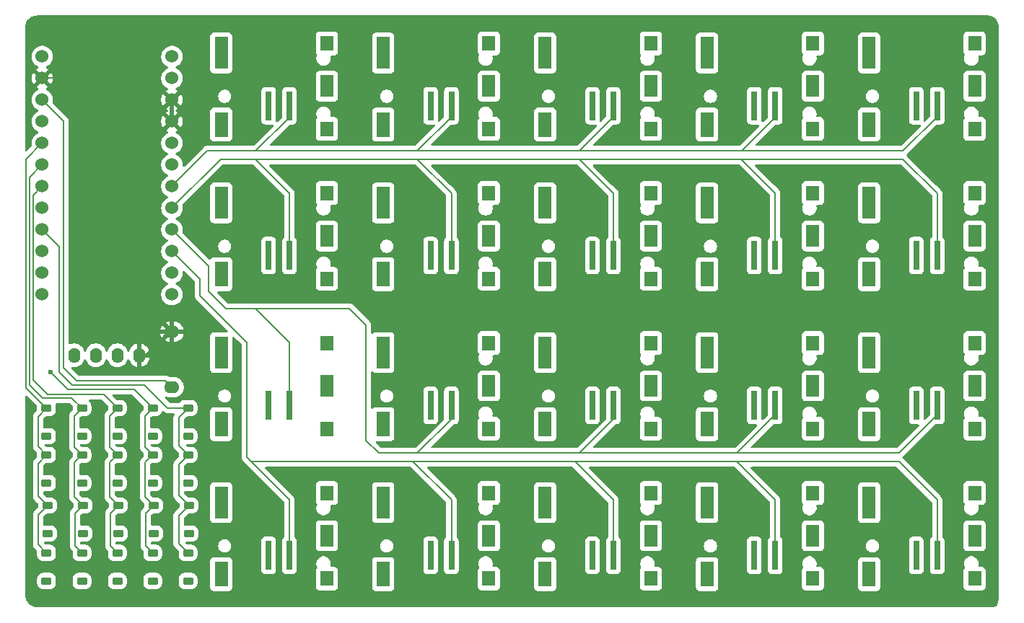
<source format=gbr>
%TF.GenerationSoftware,KiCad,Pcbnew,9.0.5*%
%TF.CreationDate,2025-10-15T11:26:38+02:00*%
%TF.ProjectId,numpad,6e756d70-6164-42e6-9b69-6361645f7063,rev?*%
%TF.SameCoordinates,Original*%
%TF.FileFunction,Copper,L1,Top*%
%TF.FilePolarity,Positive*%
%FSLAX46Y46*%
G04 Gerber Fmt 4.6, Leading zero omitted, Abs format (unit mm)*
G04 Created by KiCad (PCBNEW 9.0.5) date 2025-10-15 11:26:38*
%MOMM*%
%LPD*%
G01*
G04 APERTURE LIST*
G04 Aperture macros list*
%AMRoundRect*
0 Rectangle with rounded corners*
0 $1 Rounding radius*
0 $2 $3 $4 $5 $6 $7 $8 $9 X,Y pos of 4 corners*
0 Add a 4 corners polygon primitive as box body*
4,1,4,$2,$3,$4,$5,$6,$7,$8,$9,$2,$3,0*
0 Add four circle primitives for the rounded corners*
1,1,$1+$1,$2,$3*
1,1,$1+$1,$4,$5*
1,1,$1+$1,$6,$7*
1,1,$1+$1,$8,$9*
0 Add four rect primitives between the rounded corners*
20,1,$1+$1,$2,$3,$4,$5,0*
20,1,$1+$1,$4,$5,$6,$7,0*
20,1,$1+$1,$6,$7,$8,$9,0*
20,1,$1+$1,$8,$9,$2,$3,0*%
G04 Aperture macros list end*
%TA.AperFunction,SMDPad,CuDef*%
%ADD10RoundRect,0.225000X0.375000X-0.225000X0.375000X0.225000X-0.375000X0.225000X-0.375000X-0.225000X0*%
%TD*%
%TA.AperFunction,SMDPad,CuDef*%
%ADD11R,0.700000X3.400000*%
%TD*%
%TA.AperFunction,SMDPad,CuDef*%
%ADD12R,1.600000X3.800000*%
%TD*%
%TA.AperFunction,SMDPad,CuDef*%
%ADD13R,1.600000X3.000000*%
%TD*%
%TA.AperFunction,SMDPad,CuDef*%
%ADD14R,1.600000X1.800000*%
%TD*%
%TA.AperFunction,SMDPad,CuDef*%
%ADD15R,1.600000X2.600000*%
%TD*%
%TA.AperFunction,ComponentPad*%
%ADD16O,1.778000X1.397000*%
%TD*%
%TA.AperFunction,ComponentPad*%
%ADD17C,1.524000*%
%TD*%
%TA.AperFunction,ComponentPad*%
%ADD18O,1.397000X1.778000*%
%TD*%
%TA.AperFunction,ViaPad*%
%ADD19C,0.600000*%
%TD*%
%TA.AperFunction,Conductor*%
%ADD20C,0.508000*%
%TD*%
%TA.AperFunction,Conductor*%
%ADD21C,0.200000*%
%TD*%
%TA.AperFunction,Conductor*%
%ADD22C,0.254000*%
%TD*%
G04 APERTURE END LIST*
D10*
%TO.P,D9,1,K*%
%TO.N,Net-(D9-K)*%
X43950000Y-83500000D03*
%TO.P,D9,2,A*%
%TO.N,col3*%
X43950000Y-80200000D03*
%TD*%
%TO.P,D8,1,K*%
%TO.N,Net-(D8-K)*%
X39800000Y-83500000D03*
%TO.P,D8,2,A*%
%TO.N,col2*%
X39800000Y-80200000D03*
%TD*%
D11*
%TO.P,SW17,1,1*%
%TO.N,Net-(D17-K)*%
X76550000Y-92000000D03*
%TO.P,SW17,2,2*%
%TO.N,row3*%
X79000000Y-92000000D03*
D12*
%TO.P,SW17,3*%
%TO.N,N/C*%
X71000000Y-85800000D03*
D13*
X71000000Y-94200000D03*
D14*
X83400000Y-84675000D03*
D15*
X83400000Y-89700000D03*
D14*
X83400000Y-94725000D03*
%TD*%
D10*
%TO.P,D14,1,K*%
%TO.N,Net-(D14-K)*%
X44050000Y-89440000D03*
%TO.P,D14,2,A*%
%TO.N,col3*%
X44050000Y-86140000D03*
%TD*%
D11*
%TO.P,SW15,1,1*%
%TO.N,Net-(D15-K)*%
X133550000Y-74400000D03*
%TO.P,SW15,2,2*%
%TO.N,row2*%
X136000000Y-74400000D03*
D12*
%TO.P,SW15,3*%
%TO.N,N/C*%
X128000000Y-68200000D03*
D13*
X128000000Y-76600000D03*
D14*
X140400000Y-67075000D03*
D15*
X140400000Y-72100000D03*
D14*
X140400000Y-77125000D03*
%TD*%
D11*
%TO.P,SW14,1,1*%
%TO.N,Net-(D14-K)*%
X114550000Y-74400000D03*
%TO.P,SW14,2,2*%
%TO.N,row2*%
X117000000Y-74400000D03*
D12*
%TO.P,SW14,3*%
%TO.N,N/C*%
X109000000Y-68200000D03*
D13*
X109000000Y-76600000D03*
D14*
X121400000Y-67075000D03*
D15*
X121400000Y-72100000D03*
D14*
X121400000Y-77125000D03*
%TD*%
D11*
%TO.P,SW2,1*%
%TO.N,Net-(D2-K)*%
X76550000Y-39200000D03*
%TO.P,SW2,2*%
%TO.N,row0*%
X79000000Y-39200000D03*
D12*
%TO.P,SW2,3*%
%TO.N,N/C*%
X71000000Y-33000000D03*
D13*
X71000000Y-41400000D03*
D14*
X83400000Y-31875000D03*
D15*
X83400000Y-36900000D03*
D14*
X83400000Y-41925000D03*
%TD*%
D10*
%TO.P,D13,1,K*%
%TO.N,Net-(D13-K)*%
X39900000Y-89440000D03*
%TO.P,D13,2,A*%
%TO.N,col2*%
X39900000Y-86140000D03*
%TD*%
D11*
%TO.P,SW9,1,1*%
%TO.N,Net-(D9-K)*%
X114550000Y-56800000D03*
%TO.P,SW9,2,2*%
%TO.N,row1*%
X117000000Y-56800000D03*
D12*
%TO.P,SW9,3*%
%TO.N,N/C*%
X109000000Y-50600000D03*
D13*
X109000000Y-59000000D03*
D14*
X121400000Y-49475000D03*
D15*
X121400000Y-54500000D03*
D14*
X121400000Y-59525000D03*
%TD*%
D16*
%TO.P,RSW1,1*%
%TO.N,reset*%
X46212000Y-72261000D03*
%TO.P,RSW1,2*%
%TO.N,GND*%
X46212000Y-65761000D03*
%TD*%
D11*
%TO.P,SW5,1*%
%TO.N,Net-(D5-K)*%
X133550000Y-39200000D03*
%TO.P,SW5,2*%
%TO.N,row0*%
X136000000Y-39200000D03*
D12*
%TO.P,SW5,3*%
%TO.N,N/C*%
X128000000Y-33000000D03*
D13*
X128000000Y-41400000D03*
D14*
X140400000Y-31875000D03*
D15*
X140400000Y-36900000D03*
D14*
X140400000Y-41925000D03*
%TD*%
D10*
%TO.P,D20,1,K*%
%TO.N,Net-(D20-K)*%
X48100000Y-95000000D03*
%TO.P,D20,2,A*%
%TO.N,col4*%
X48100000Y-91700000D03*
%TD*%
%TO.P,D17,1,K*%
%TO.N,Net-(D17-K)*%
X35650000Y-95000000D03*
%TO.P,D17,2,A*%
%TO.N,col1*%
X35650000Y-91700000D03*
%TD*%
%TO.P,D7,1,K*%
%TO.N,Net-(D7-K)*%
X35650000Y-83500000D03*
%TO.P,D7,2,A*%
%TO.N,col1*%
X35650000Y-80200000D03*
%TD*%
D11*
%TO.P,SW6,1,1*%
%TO.N,Net-(D6-K)*%
X57550000Y-56800000D03*
%TO.P,SW6,2,2*%
%TO.N,row1*%
X60000000Y-56800000D03*
D12*
%TO.P,SW6,3*%
%TO.N,N/C*%
X52000000Y-50600000D03*
D13*
X52000000Y-59000000D03*
D14*
X64400000Y-49475000D03*
D15*
X64400000Y-54500000D03*
D14*
X64400000Y-59525000D03*
%TD*%
D10*
%TO.P,D1,1,K*%
%TO.N,Net-(D1-K)*%
X31500000Y-78000000D03*
%TO.P,D1,2,A*%
%TO.N,col0*%
X31500000Y-74700000D03*
%TD*%
D11*
%TO.P,SW13,1,1*%
%TO.N,Net-(D13-K)*%
X95550000Y-74400000D03*
%TO.P,SW13,2,2*%
%TO.N,row2*%
X98000000Y-74400000D03*
D12*
%TO.P,SW13,3*%
%TO.N,N/C*%
X90000000Y-68200000D03*
D13*
X90000000Y-76600000D03*
D14*
X102400000Y-67075000D03*
D15*
X102400000Y-72100000D03*
D14*
X102400000Y-77125000D03*
%TD*%
D11*
%TO.P,SW4,1*%
%TO.N,Net-(D4-K)*%
X114550000Y-39200000D03*
%TO.P,SW4,2*%
%TO.N,row0*%
X117000000Y-39200000D03*
D12*
%TO.P,SW4,3*%
%TO.N,N/C*%
X109000000Y-33000000D03*
D13*
X109000000Y-41400000D03*
D14*
X121400000Y-31875000D03*
D15*
X121400000Y-36900000D03*
D14*
X121400000Y-41925000D03*
%TD*%
D11*
%TO.P,SW19,1,1*%
%TO.N,Net-(D19-K)*%
X114550000Y-92000000D03*
%TO.P,SW19,2,2*%
%TO.N,row3*%
X117000000Y-92000000D03*
D12*
%TO.P,SW19,3*%
%TO.N,N/C*%
X109000000Y-85800000D03*
D13*
X109000000Y-94200000D03*
D14*
X121400000Y-84675000D03*
D15*
X121400000Y-89700000D03*
D14*
X121400000Y-94725000D03*
%TD*%
D10*
%TO.P,D10,1,K*%
%TO.N,Net-(D10-K)*%
X48100000Y-83500000D03*
%TO.P,D10,2,A*%
%TO.N,col4*%
X48100000Y-80200000D03*
%TD*%
%TO.P,D12,1,K*%
%TO.N,Net-(D12-K)*%
X35750000Y-89440000D03*
%TO.P,D12,2,A*%
%TO.N,col1*%
X35750000Y-86140000D03*
%TD*%
D11*
%TO.P,SW10,1,1*%
%TO.N,Net-(D10-K)*%
X133550000Y-56800000D03*
%TO.P,SW10,2,2*%
%TO.N,row1*%
X136000000Y-56800000D03*
D12*
%TO.P,SW10,3*%
%TO.N,N/C*%
X128000000Y-50600000D03*
D13*
X128000000Y-59000000D03*
D14*
X140400000Y-49475000D03*
D15*
X140400000Y-54500000D03*
D14*
X140400000Y-59525000D03*
%TD*%
D10*
%TO.P,D4,1,K*%
%TO.N,Net-(D4-K)*%
X43950000Y-78000000D03*
%TO.P,D4,2,A*%
%TO.N,col3*%
X43950000Y-74700000D03*
%TD*%
%TO.P,D15,1,K*%
%TO.N,Net-(D15-K)*%
X48200000Y-89440000D03*
%TO.P,D15,2,A*%
%TO.N,col4*%
X48200000Y-86140000D03*
%TD*%
D11*
%TO.P,SW3,1*%
%TO.N,Net-(D3-K)*%
X95550000Y-39200000D03*
%TO.P,SW3,2*%
%TO.N,row0*%
X98000000Y-39200000D03*
D12*
%TO.P,SW3,3*%
%TO.N,N/C*%
X90000000Y-33000000D03*
D13*
X90000000Y-41400000D03*
D14*
X102400000Y-31875000D03*
D15*
X102400000Y-36900000D03*
D14*
X102400000Y-41925000D03*
%TD*%
D10*
%TO.P,D6,1,K*%
%TO.N,Net-(D6-K)*%
X31500000Y-83500000D03*
%TO.P,D6,2,A*%
%TO.N,col0*%
X31500000Y-80200000D03*
%TD*%
D11*
%TO.P,SW7,1,1*%
%TO.N,Net-(D7-K)*%
X76550000Y-56800000D03*
%TO.P,SW7,2,2*%
%TO.N,row1*%
X79000000Y-56800000D03*
D12*
%TO.P,SW7,3*%
%TO.N,N/C*%
X71000000Y-50600000D03*
D13*
X71000000Y-59000000D03*
D14*
X83400000Y-49475000D03*
D15*
X83400000Y-54500000D03*
D14*
X83400000Y-59525000D03*
%TD*%
D10*
%TO.P,D16,1,K*%
%TO.N,Net-(D16-K)*%
X31500000Y-95000000D03*
%TO.P,D16,2,A*%
%TO.N,col0*%
X31500000Y-91700000D03*
%TD*%
D11*
%TO.P,SW8,1,1*%
%TO.N,Net-(D8-K)*%
X95550000Y-56800000D03*
%TO.P,SW8,2,2*%
%TO.N,row1*%
X98000000Y-56800000D03*
D12*
%TO.P,SW8,3*%
%TO.N,N/C*%
X90000000Y-50600000D03*
D13*
X90000000Y-59000000D03*
D14*
X102400000Y-49475000D03*
D15*
X102400000Y-54500000D03*
D14*
X102400000Y-59525000D03*
%TD*%
D17*
%TO.P,U1,1*%
%TO.N,LED*%
X46211400Y-33422000D03*
%TO.P,U1,2*%
%TO.N,data*%
X46211400Y-35962000D03*
%TO.P,U1,3*%
%TO.N,GND*%
X46211400Y-38502000D03*
%TO.P,U1,4*%
X46211400Y-41042000D03*
%TO.P,U1,5*%
%TO.N,SDA*%
X46211400Y-43582000D03*
%TO.P,U1,6*%
%TO.N,SCL*%
X46211400Y-46122000D03*
%TO.P,U1,7*%
%TO.N,row0*%
X46211400Y-48662000D03*
%TO.P,U1,8*%
%TO.N,row1*%
X46211400Y-51202000D03*
%TO.P,U1,9*%
%TO.N,row2*%
X46211400Y-53742000D03*
%TO.P,U1,10*%
%TO.N,row3*%
X46211400Y-56282000D03*
%TO.P,U1,11*%
%TO.N,Net-(U1-Pad11)*%
X46211400Y-58822000D03*
%TO.P,U1,12*%
%TO.N,Net-(U1-Pad12)*%
X46211400Y-61362000D03*
%TO.P,U1,13*%
%TO.N,Net-(U1-Pad13)*%
X30991400Y-61362000D03*
%TO.P,U1,14*%
%TO.N,Net-(U1-Pad14)*%
X30991400Y-58822000D03*
%TO.P,U1,15*%
%TO.N,col5*%
X30991400Y-56282000D03*
%TO.P,U1,16*%
%TO.N,col4*%
X30991400Y-53742000D03*
%TO.P,U1,17*%
%TO.N,col3*%
X30991400Y-51202000D03*
%TO.P,U1,18*%
%TO.N,col2*%
X30991400Y-48662000D03*
%TO.P,U1,19*%
%TO.N,col1*%
X30991400Y-46122000D03*
%TO.P,U1,20*%
%TO.N,col0*%
X30991400Y-43582000D03*
%TO.P,U1,21*%
%TO.N,VCC*%
X30991400Y-41042000D03*
%TO.P,U1,22*%
%TO.N,reset*%
X30991400Y-38502000D03*
%TO.P,U1,23*%
%TO.N,GND*%
X30991400Y-35962000D03*
%TO.P,U1,24*%
%TO.N,Net-(U1-Pad24)*%
X30991400Y-33422000D03*
%TD*%
D11*
%TO.P,SW16,1,1*%
%TO.N,Net-(D16-K)*%
X57550000Y-92000000D03*
%TO.P,SW16,2,2*%
%TO.N,row3*%
X60000000Y-92000000D03*
D12*
%TO.P,SW16,3*%
%TO.N,N/C*%
X52000000Y-85800000D03*
D13*
X52000000Y-94200000D03*
D14*
X64400000Y-84675000D03*
D15*
X64400000Y-89700000D03*
D14*
X64400000Y-94725000D03*
%TD*%
D10*
%TO.P,D18,1,K*%
%TO.N,Net-(D18-K)*%
X39800000Y-95000000D03*
%TO.P,D18,2,A*%
%TO.N,col2*%
X39800000Y-91700000D03*
%TD*%
D11*
%TO.P,SW12,1,1*%
%TO.N,Net-(D12-K)*%
X76550000Y-74400000D03*
%TO.P,SW12,2,2*%
%TO.N,row2*%
X79000000Y-74400000D03*
D12*
%TO.P,SW12,3*%
%TO.N,N/C*%
X71000000Y-68200000D03*
D13*
X71000000Y-76600000D03*
D14*
X83400000Y-67075000D03*
D15*
X83400000Y-72100000D03*
D14*
X83400000Y-77125000D03*
%TD*%
D10*
%TO.P,D11,1,K*%
%TO.N,Net-(D11-K)*%
X31600000Y-89440000D03*
%TO.P,D11,2,A*%
%TO.N,col0*%
X31600000Y-86140000D03*
%TD*%
D11*
%TO.P,SW20,1,1*%
%TO.N,Net-(D20-K)*%
X133550000Y-92000000D03*
%TO.P,SW20,2,2*%
%TO.N,row3*%
X136000000Y-92000000D03*
D12*
%TO.P,SW20,3*%
%TO.N,N/C*%
X128000000Y-85800000D03*
D13*
X128000000Y-94200000D03*
D14*
X140400000Y-84675000D03*
D15*
X140400000Y-89700000D03*
D14*
X140400000Y-94725000D03*
%TD*%
D11*
%TO.P,SW11,1,1*%
%TO.N,Net-(D11-K)*%
X57550000Y-74400000D03*
%TO.P,SW11,2,2*%
%TO.N,row2*%
X60000000Y-74400000D03*
D12*
%TO.P,SW11,3*%
%TO.N,N/C*%
X52000000Y-68200000D03*
D13*
X52000000Y-76600000D03*
D14*
X64400000Y-67075000D03*
D15*
X64400000Y-72100000D03*
D14*
X64400000Y-77125000D03*
%TD*%
D11*
%TO.P,SW1,1*%
%TO.N,Net-(D1-K)*%
X57550000Y-39200000D03*
%TO.P,SW1,2*%
%TO.N,row0*%
X60000000Y-39200000D03*
D12*
%TO.P,SW1,3*%
%TO.N,N/C*%
X52000000Y-33000000D03*
D13*
X52000000Y-41400000D03*
D14*
X64400000Y-31875000D03*
D15*
X64400000Y-36900000D03*
D14*
X64400000Y-41925000D03*
%TD*%
D10*
%TO.P,D5,1,K*%
%TO.N,Net-(D5-K)*%
X48100000Y-78000000D03*
%TO.P,D5,2,A*%
%TO.N,col4*%
X48100000Y-74700000D03*
%TD*%
%TO.P,D3,1,K*%
%TO.N,Net-(D3-K)*%
X39800000Y-78000000D03*
%TO.P,D3,2,A*%
%TO.N,col2*%
X39800000Y-74700000D03*
%TD*%
%TO.P,D2,1,K*%
%TO.N,Net-(D2-K)*%
X35650000Y-78000000D03*
%TO.P,D2,2,A*%
%TO.N,col1*%
X35650000Y-74700000D03*
%TD*%
D11*
%TO.P,SW18,1,1*%
%TO.N,Net-(D18-K)*%
X95550000Y-92000000D03*
%TO.P,SW18,2,2*%
%TO.N,row3*%
X98000000Y-92000000D03*
D12*
%TO.P,SW18,3*%
%TO.N,N/C*%
X90000000Y-85800000D03*
D13*
X90000000Y-94200000D03*
D14*
X102400000Y-84675000D03*
D15*
X102400000Y-89700000D03*
D14*
X102400000Y-94725000D03*
%TD*%
D18*
%TO.P,OLED,1*%
%TO.N,SDA*%
X34736000Y-68508000D03*
%TO.P,OLED,2*%
%TO.N,SCL*%
X37276000Y-68508000D03*
%TO.P,OLED,3*%
%TO.N,VCC*%
X39816000Y-68508000D03*
%TO.P,OLED,4*%
%TO.N,GND*%
X42356000Y-68508000D03*
%TD*%
D10*
%TO.P,D19,1,K*%
%TO.N,Net-(D19-K)*%
X43950000Y-95000000D03*
%TO.P,D19,2,A*%
%TO.N,col3*%
X43950000Y-91700000D03*
%TD*%
D19*
%TO.N,col3*%
X32000000Y-70500000D03*
%TO.N,Net-(D1-K)*%
X57550000Y-39200000D03*
X31500000Y-78000000D03*
%TO.N,Net-(D2-K)*%
X35650000Y-78000000D03*
X76550000Y-39200000D03*
%TO.N,Net-(D4-K)*%
X43950000Y-78000000D03*
X114550000Y-39200000D03*
%TO.N,Net-(D5-K)*%
X133550000Y-39200000D03*
X48100000Y-78000000D03*
%TO.N,Net-(D6-K)*%
X31500000Y-83500000D03*
X57550000Y-56800000D03*
%TO.N,Net-(D7-K)*%
X76550000Y-56800000D03*
X35650000Y-83500000D03*
%TO.N,Net-(D8-K)*%
X39800000Y-83500000D03*
X95550000Y-56800000D03*
%TO.N,Net-(D9-K)*%
X114550000Y-56800000D03*
X43950000Y-83500000D03*
%TO.N,Net-(D10-K)*%
X133550000Y-56800000D03*
X48100000Y-83500000D03*
%TO.N,Net-(D11-K)*%
X57550000Y-74400000D03*
X31600000Y-89440000D03*
%TO.N,Net-(D12-K)*%
X35750000Y-89440000D03*
X76550000Y-74400000D03*
%TO.N,Net-(D13-K)*%
X39900000Y-89440000D03*
X95550000Y-74400000D03*
%TO.N,Net-(D14-K)*%
X44050000Y-89440000D03*
X114550000Y-74400000D03*
%TO.N,Net-(D15-K)*%
X48200000Y-89440000D03*
X133550000Y-74400000D03*
%TO.N,Net-(D16-K)*%
X31500000Y-95000000D03*
X57550000Y-92000000D03*
%TO.N,Net-(D17-K)*%
X35650000Y-95000000D03*
X76550000Y-92000000D03*
%TO.N,Net-(D18-K)*%
X95550000Y-92000000D03*
X39800000Y-95000000D03*
%TO.N,Net-(D19-K)*%
X114550000Y-92000000D03*
X43950000Y-95000000D03*
%TO.N,Net-(D20-K)*%
X48100000Y-95000000D03*
X133550000Y-92000000D03*
%TO.N,Net-(D3-K)*%
X39800000Y-78000000D03*
X95550000Y-39200000D03*
%TD*%
D20*
%TO.N,GND*%
X44500000Y-42753400D02*
X44500000Y-64049000D01*
D21*
X30991400Y-35962000D02*
X43671400Y-35962000D01*
D20*
X46025000Y-65761000D02*
X43278000Y-68508000D01*
X44500000Y-64049000D02*
X46212000Y-65761000D01*
X46212000Y-65761000D02*
X46025000Y-65761000D01*
X46211400Y-41042000D02*
X44500000Y-42753400D01*
D21*
X43671400Y-35962000D02*
X46211400Y-38502000D01*
D20*
X46211400Y-38502000D02*
X46211400Y-41042000D01*
X43278000Y-68508000D02*
X42356000Y-68508000D01*
D22*
%TO.N,SDA*%
X34736000Y-68490000D02*
X34736000Y-68508000D01*
D21*
%TO.N,reset*%
X45451000Y-71500000D02*
X35000000Y-71500000D01*
X33500000Y-70000000D02*
X33500000Y-41010600D01*
X35000000Y-71500000D02*
X33500000Y-70000000D01*
X33500000Y-41010600D02*
X30991400Y-38502000D01*
X46212000Y-72261000D02*
X45451000Y-71500000D01*
%TO.N,row1*%
X75000000Y-45500000D02*
X94000000Y-45500000D01*
X136000000Y-49500000D02*
X136000000Y-56800000D01*
X132000000Y-45500000D02*
X136000000Y-49500000D01*
X98000000Y-49500000D02*
X94000000Y-45500000D01*
X79000000Y-56800000D02*
X79000000Y-49500000D01*
X117000000Y-56800000D02*
X117000000Y-49500000D01*
X56000000Y-45500000D02*
X75000000Y-45500000D01*
X98000000Y-56800000D02*
X98000000Y-49500000D01*
X51913400Y-45500000D02*
X56000000Y-45500000D01*
X94000000Y-45500000D02*
X113000000Y-45500000D01*
X46211400Y-51202000D02*
X51913400Y-45500000D01*
X113000000Y-45500000D02*
X132000000Y-45500000D01*
X117000000Y-49500000D02*
X113000000Y-45500000D01*
X60000000Y-56800000D02*
X60000000Y-49500000D01*
X79000000Y-49500000D02*
X75000000Y-45500000D01*
X60000000Y-49500000D02*
X56000000Y-45500000D01*
%TO.N,row2*%
X131500000Y-80000000D02*
X136000000Y-75500000D01*
X52500000Y-63000000D02*
X56000000Y-63000000D01*
X46211400Y-53742000D02*
X50500000Y-58030600D01*
X50500000Y-61000000D02*
X52500000Y-63000000D01*
X98000000Y-74400000D02*
X98000000Y-76000000D01*
X67000000Y-63000000D02*
X69000000Y-65000000D01*
X94000000Y-80000000D02*
X112500000Y-80000000D01*
X112500000Y-80000000D02*
X131500000Y-80000000D01*
X117000000Y-75500000D02*
X112500000Y-80000000D01*
X69000000Y-65000000D02*
X69000000Y-78500000D01*
X69000000Y-78500000D02*
X70500000Y-80000000D01*
X136000000Y-75500000D02*
X136000000Y-74400000D01*
X56000000Y-63000000D02*
X67000000Y-63000000D01*
X75000000Y-80000000D02*
X94000000Y-80000000D01*
X50500000Y-58030600D02*
X50500000Y-61000000D01*
X79000000Y-74400000D02*
X79000000Y-76000000D01*
X98000000Y-76000000D02*
X94000000Y-80000000D01*
X60000000Y-67000000D02*
X56000000Y-63000000D01*
X117000000Y-74400000D02*
X117000000Y-75500000D01*
X79000000Y-76000000D02*
X75000000Y-80000000D01*
X60000000Y-74400000D02*
X60000000Y-67000000D01*
X70500000Y-80000000D02*
X75000000Y-80000000D01*
%TO.N,row0*%
X79000000Y-40500000D02*
X75000000Y-44500000D01*
X50373400Y-44500000D02*
X56050000Y-44500000D01*
X136000000Y-40500000D02*
X136000000Y-39200000D01*
X117000000Y-39200000D02*
X117000000Y-40550000D01*
X98000000Y-39200000D02*
X98000000Y-40500000D01*
X56050000Y-44500000D02*
X54000000Y-44500000D01*
X79000000Y-39200000D02*
X79000000Y-40500000D01*
X98000000Y-40500000D02*
X94000000Y-44500000D01*
X132000000Y-44500000D02*
X136000000Y-40500000D01*
X94000000Y-44500000D02*
X113050000Y-44500000D01*
X46211400Y-48662000D02*
X50373400Y-44500000D01*
X75000000Y-44500000D02*
X94000000Y-44500000D01*
X60000000Y-39200000D02*
X60000000Y-40550000D01*
X60000000Y-40550000D02*
X56050000Y-44500000D01*
X113050000Y-44500000D02*
X132000000Y-44500000D01*
X56050000Y-44500000D02*
X75000000Y-44500000D01*
X117000000Y-40550000D02*
X113050000Y-44500000D01*
%TO.N,row3*%
X60000000Y-92000000D02*
X60000000Y-85500000D01*
X98000000Y-85500000D02*
X93500000Y-81000000D01*
X112500000Y-81000000D02*
X131500000Y-81000000D01*
X117000000Y-85500000D02*
X112500000Y-81000000D01*
X49500000Y-61500000D02*
X55000000Y-67000000D01*
X131500000Y-81000000D02*
X136000000Y-85500000D01*
X74500000Y-81000000D02*
X93500000Y-81000000D01*
X55000000Y-80500000D02*
X55500000Y-81000000D01*
X98000000Y-92000000D02*
X98000000Y-85500000D01*
X49500000Y-59570600D02*
X49500000Y-61500000D01*
X117000000Y-92000000D02*
X117000000Y-85500000D01*
X79000000Y-85500000D02*
X74500000Y-81000000D01*
X74500000Y-81000000D02*
X55500000Y-81000000D01*
X55000000Y-67000000D02*
X55000000Y-80500000D01*
X136000000Y-85500000D02*
X136000000Y-92000000D01*
X60000000Y-85500000D02*
X55500000Y-81000000D01*
X79000000Y-92000000D02*
X79000000Y-85500000D01*
X93500000Y-81000000D02*
X112500000Y-81000000D01*
X46211400Y-56282000D02*
X49500000Y-59570600D01*
%TO.N,col0*%
X30500000Y-79200000D02*
X31500000Y-80200000D01*
X30500000Y-87240000D02*
X30500000Y-90700000D01*
X31500000Y-80200000D02*
X30500000Y-81200000D01*
X30500000Y-81200000D02*
X30500000Y-85040000D01*
X31500000Y-74700000D02*
X30500000Y-75700000D01*
X30500000Y-85040000D02*
X31600000Y-86140000D01*
X31600000Y-86140000D02*
X30500000Y-87240000D01*
X30991400Y-43582000D02*
X29101000Y-45472400D01*
X30500000Y-90700000D02*
X31500000Y-91700000D01*
X30500000Y-75700000D02*
X30500000Y-79200000D01*
X29101000Y-72301000D02*
X31500000Y-74700000D01*
X29101000Y-45472400D02*
X29101000Y-72301000D01*
%TO.N,col1*%
X29502000Y-47611400D02*
X29502000Y-72002000D01*
X34849000Y-87041000D02*
X34849000Y-90899000D01*
X35650000Y-80200000D02*
X34749000Y-81101000D01*
X34849000Y-90899000D02*
X35650000Y-91700000D01*
X34749000Y-75601000D02*
X34749000Y-79299000D01*
X31000000Y-73500000D02*
X34450000Y-73500000D01*
X29502000Y-72002000D02*
X31000000Y-73500000D01*
X34450000Y-73500000D02*
X35650000Y-74700000D01*
X35650000Y-74700000D02*
X34749000Y-75601000D01*
X30991400Y-46122000D02*
X29502000Y-47611400D01*
X34749000Y-79299000D02*
X35650000Y-80200000D01*
X35750000Y-86140000D02*
X34849000Y-87041000D01*
X34749000Y-81101000D02*
X34749000Y-85139000D01*
X34749000Y-85139000D02*
X35750000Y-86140000D01*
%TO.N,col2*%
X39000000Y-90900000D02*
X39800000Y-91700000D01*
X38899000Y-75601000D02*
X38899000Y-79299000D01*
X39800000Y-74700000D02*
X38899000Y-75601000D01*
X29928400Y-71428400D02*
X31599000Y-73099000D01*
X29928400Y-49725000D02*
X29928400Y-71428400D01*
X39800000Y-80200000D02*
X38899000Y-81101000D01*
X38899000Y-81101000D02*
X38899000Y-85139000D01*
X39900000Y-86140000D02*
X39000000Y-87040000D01*
X38899000Y-79299000D02*
X39800000Y-80200000D01*
X38199000Y-73099000D02*
X39800000Y-74700000D01*
X38899000Y-85139000D02*
X39900000Y-86140000D01*
X30991400Y-48662000D02*
X29928400Y-49725000D01*
X31599000Y-73099000D02*
X38199000Y-73099000D01*
X39000000Y-87040000D02*
X39000000Y-90900000D01*
%TO.N,col3*%
X43049000Y-81101000D02*
X43049000Y-85139000D01*
X34000000Y-72500000D02*
X41750000Y-72500000D01*
X43950000Y-74700000D02*
X43049000Y-75601000D01*
X41750000Y-72500000D02*
X43950000Y-74700000D01*
X43049000Y-75601000D02*
X43049000Y-79299000D01*
X43149000Y-90899000D02*
X43950000Y-91700000D01*
X43049000Y-79299000D02*
X43950000Y-80200000D01*
X44050000Y-86140000D02*
X43149000Y-87041000D01*
X32000000Y-70500000D02*
X34000000Y-72500000D01*
X43149000Y-87041000D02*
X43149000Y-90899000D01*
X43950000Y-80200000D02*
X43049000Y-81101000D01*
X43049000Y-85139000D02*
X44050000Y-86140000D01*
%TO.N,col4*%
X48100000Y-74700000D02*
X47000000Y-75800000D01*
X33000000Y-55750600D02*
X33000000Y-70500000D01*
X47000000Y-87340000D02*
X47000000Y-90600000D01*
X48100000Y-80200000D02*
X47000000Y-81300000D01*
X30991400Y-53742000D02*
X33000000Y-55750600D01*
X43000000Y-72000000D02*
X45700000Y-74700000D01*
X47000000Y-75800000D02*
X47000000Y-79100000D01*
X34500000Y-72000000D02*
X43000000Y-72000000D01*
X48200000Y-86140000D02*
X47000000Y-87340000D01*
X33000000Y-70500000D02*
X34500000Y-72000000D01*
X47000000Y-84940000D02*
X48200000Y-86140000D01*
X45700000Y-74700000D02*
X48100000Y-74700000D01*
X47000000Y-79100000D02*
X48100000Y-80200000D01*
X47000000Y-90600000D02*
X48100000Y-91700000D01*
X47000000Y-81300000D02*
X47000000Y-84940000D01*
%TO.N,Net-(D1-K)*%
X57550000Y-39200000D02*
X57550000Y-40550000D01*
%TD*%
%TA.AperFunction,Conductor*%
%TO.N,GND*%
G36*
X141981315Y-28601107D02*
G01*
X142133666Y-28616241D01*
X142148927Y-28618727D01*
X142316275Y-28656827D01*
X142331331Y-28661274D01*
X142492397Y-28720189D01*
X142507890Y-28727093D01*
X142647944Y-28801376D01*
X142663318Y-28811035D01*
X142781375Y-28897884D01*
X142795809Y-28910320D01*
X142853297Y-28968116D01*
X142895086Y-29010128D01*
X142907680Y-29024953D01*
X142991978Y-29141622D01*
X143002006Y-29158051D01*
X143078614Y-29308746D01*
X143084198Y-29321443D01*
X143110466Y-29391571D01*
X143113297Y-29400046D01*
X143140185Y-29491374D01*
X143142327Y-29499706D01*
X143164502Y-29600319D01*
X143166002Y-29608385D01*
X143183059Y-29720672D01*
X143183987Y-29728423D01*
X143194901Y-29852426D01*
X143195329Y-29859788D01*
X143199450Y-30005317D01*
X143199500Y-30008827D01*
X143199500Y-96991168D01*
X143199450Y-96994676D01*
X143195354Y-97139384D01*
X143194920Y-97146821D01*
X143184224Y-97267532D01*
X143183263Y-97275462D01*
X143166849Y-97382039D01*
X143165266Y-97390399D01*
X143144428Y-97482957D01*
X143142121Y-97491703D01*
X143117538Y-97572778D01*
X143114427Y-97581777D01*
X143092234Y-97638791D01*
X143085957Y-97652417D01*
X143020616Y-97774252D01*
X143008989Y-97792070D01*
X142944299Y-97874727D01*
X142929337Y-97890708D01*
X142858040Y-97954508D01*
X142840672Y-97967504D01*
X142759345Y-98017905D01*
X142740802Y-98027343D01*
X142648616Y-98064893D01*
X142630015Y-98070810D01*
X142535818Y-98092789D01*
X142519240Y-98095489D01*
X142482335Y-98098956D01*
X142470737Y-98099500D01*
X30523051Y-98099500D01*
X30513911Y-98099163D01*
X30511110Y-98098956D01*
X30498196Y-98098001D01*
X30387899Y-98089849D01*
X30375573Y-98088314D01*
X30172365Y-98052596D01*
X30158917Y-98049451D01*
X29956046Y-97989922D01*
X29941992Y-97984861D01*
X29759934Y-97906606D01*
X29745567Y-97899289D01*
X29589482Y-97806545D01*
X29575333Y-97796747D01*
X29444032Y-97691621D01*
X29430809Y-97679354D01*
X29320665Y-97561140D01*
X29309146Y-97546771D01*
X29216548Y-97411819D01*
X29207356Y-97396043D01*
X29125541Y-97228310D01*
X29120379Y-97216113D01*
X29091930Y-97137429D01*
X29089297Y-97129276D01*
X29061108Y-97030437D01*
X29059105Y-97022406D01*
X29053164Y-96994676D01*
X29036076Y-96914919D01*
X29034666Y-96907128D01*
X29033804Y-96901309D01*
X29017128Y-96788713D01*
X29016248Y-96781182D01*
X29005117Y-96651837D01*
X29004708Y-96644646D01*
X29000548Y-96494778D01*
X29000500Y-96491337D01*
X29000500Y-94726647D01*
X30399500Y-94726647D01*
X30399500Y-95273337D01*
X30399501Y-95273355D01*
X30409650Y-95372707D01*
X30409651Y-95372710D01*
X30462996Y-95533694D01*
X30463001Y-95533705D01*
X30552029Y-95678040D01*
X30552032Y-95678044D01*
X30671955Y-95797967D01*
X30671959Y-95797970D01*
X30816294Y-95886998D01*
X30816297Y-95886999D01*
X30816303Y-95887003D01*
X30977292Y-95940349D01*
X31076655Y-95950500D01*
X31923344Y-95950499D01*
X31923352Y-95950498D01*
X31923355Y-95950498D01*
X31977760Y-95944940D01*
X32022708Y-95940349D01*
X32183697Y-95887003D01*
X32328044Y-95797968D01*
X32447968Y-95678044D01*
X32537003Y-95533697D01*
X32590349Y-95372708D01*
X32600500Y-95273345D01*
X32600499Y-94726656D01*
X32600498Y-94726647D01*
X34549500Y-94726647D01*
X34549500Y-95273337D01*
X34549501Y-95273355D01*
X34559650Y-95372707D01*
X34559651Y-95372710D01*
X34612996Y-95533694D01*
X34613001Y-95533705D01*
X34702029Y-95678040D01*
X34702032Y-95678044D01*
X34821955Y-95797967D01*
X34821959Y-95797970D01*
X34966294Y-95886998D01*
X34966297Y-95886999D01*
X34966303Y-95887003D01*
X35127292Y-95940349D01*
X35226655Y-95950500D01*
X36073344Y-95950499D01*
X36073352Y-95950498D01*
X36073355Y-95950498D01*
X36127760Y-95944940D01*
X36172708Y-95940349D01*
X36333697Y-95887003D01*
X36478044Y-95797968D01*
X36597968Y-95678044D01*
X36687003Y-95533697D01*
X36740349Y-95372708D01*
X36750500Y-95273345D01*
X36750499Y-94726656D01*
X36750498Y-94726647D01*
X38699500Y-94726647D01*
X38699500Y-95273337D01*
X38699501Y-95273355D01*
X38709650Y-95372707D01*
X38709651Y-95372710D01*
X38762996Y-95533694D01*
X38763001Y-95533705D01*
X38852029Y-95678040D01*
X38852032Y-95678044D01*
X38971955Y-95797967D01*
X38971959Y-95797970D01*
X39116294Y-95886998D01*
X39116297Y-95886999D01*
X39116303Y-95887003D01*
X39277292Y-95940349D01*
X39376655Y-95950500D01*
X40223344Y-95950499D01*
X40223352Y-95950498D01*
X40223355Y-95950498D01*
X40277760Y-95944940D01*
X40322708Y-95940349D01*
X40483697Y-95887003D01*
X40628044Y-95797968D01*
X40747968Y-95678044D01*
X40837003Y-95533697D01*
X40890349Y-95372708D01*
X40900500Y-95273345D01*
X40900499Y-94726656D01*
X40900498Y-94726647D01*
X42849500Y-94726647D01*
X42849500Y-95273337D01*
X42849501Y-95273355D01*
X42859650Y-95372707D01*
X42859651Y-95372710D01*
X42912996Y-95533694D01*
X42913001Y-95533705D01*
X43002029Y-95678040D01*
X43002032Y-95678044D01*
X43121955Y-95797967D01*
X43121959Y-95797970D01*
X43266294Y-95886998D01*
X43266297Y-95886999D01*
X43266303Y-95887003D01*
X43427292Y-95940349D01*
X43526655Y-95950500D01*
X44373344Y-95950499D01*
X44373352Y-95950498D01*
X44373355Y-95950498D01*
X44427760Y-95944940D01*
X44472708Y-95940349D01*
X44633697Y-95887003D01*
X44778044Y-95797968D01*
X44897968Y-95678044D01*
X44987003Y-95533697D01*
X45040349Y-95372708D01*
X45050500Y-95273345D01*
X45050499Y-94726656D01*
X45050498Y-94726647D01*
X46999500Y-94726647D01*
X46999500Y-95273337D01*
X46999501Y-95273355D01*
X47009650Y-95372707D01*
X47009651Y-95372710D01*
X47062996Y-95533694D01*
X47063001Y-95533705D01*
X47152029Y-95678040D01*
X47152032Y-95678044D01*
X47271955Y-95797967D01*
X47271959Y-95797970D01*
X47416294Y-95886998D01*
X47416297Y-95886999D01*
X47416303Y-95887003D01*
X47577292Y-95940349D01*
X47676655Y-95950500D01*
X48523344Y-95950499D01*
X48523352Y-95950498D01*
X48523355Y-95950498D01*
X48577760Y-95944940D01*
X48622708Y-95940349D01*
X48783697Y-95887003D01*
X48928044Y-95797968D01*
X49047968Y-95678044D01*
X49137003Y-95533697D01*
X49190349Y-95372708D01*
X49200500Y-95273345D01*
X49200499Y-94726656D01*
X49190349Y-94627292D01*
X49137003Y-94466303D01*
X49136999Y-94466297D01*
X49136998Y-94466294D01*
X49047970Y-94321959D01*
X49047967Y-94321955D01*
X48928044Y-94202032D01*
X48928040Y-94202029D01*
X48783705Y-94113001D01*
X48783699Y-94112998D01*
X48783697Y-94112997D01*
X48783694Y-94112996D01*
X48622709Y-94059651D01*
X48523346Y-94049500D01*
X47676662Y-94049500D01*
X47676644Y-94049501D01*
X47577292Y-94059650D01*
X47577289Y-94059651D01*
X47416305Y-94112996D01*
X47416294Y-94113001D01*
X47271959Y-94202029D01*
X47271955Y-94202032D01*
X47152032Y-94321955D01*
X47152029Y-94321959D01*
X47063001Y-94466294D01*
X47062996Y-94466305D01*
X47009651Y-94627290D01*
X46999500Y-94726647D01*
X45050498Y-94726647D01*
X45040349Y-94627292D01*
X44987003Y-94466303D01*
X44986999Y-94466297D01*
X44986998Y-94466294D01*
X44897970Y-94321959D01*
X44897967Y-94321955D01*
X44778044Y-94202032D01*
X44778040Y-94202029D01*
X44633705Y-94113001D01*
X44633699Y-94112998D01*
X44633697Y-94112997D01*
X44633694Y-94112996D01*
X44472709Y-94059651D01*
X44373346Y-94049500D01*
X43526662Y-94049500D01*
X43526644Y-94049501D01*
X43427292Y-94059650D01*
X43427289Y-94059651D01*
X43266305Y-94112996D01*
X43266294Y-94113001D01*
X43121959Y-94202029D01*
X43121955Y-94202032D01*
X43002032Y-94321955D01*
X43002029Y-94321959D01*
X42913001Y-94466294D01*
X42912996Y-94466305D01*
X42859651Y-94627290D01*
X42849500Y-94726647D01*
X40900498Y-94726647D01*
X40890349Y-94627292D01*
X40837003Y-94466303D01*
X40836999Y-94466297D01*
X40836998Y-94466294D01*
X40747970Y-94321959D01*
X40747967Y-94321955D01*
X40628044Y-94202032D01*
X40628040Y-94202029D01*
X40483705Y-94113001D01*
X40483699Y-94112998D01*
X40483697Y-94112997D01*
X40483694Y-94112996D01*
X40322709Y-94059651D01*
X40223346Y-94049500D01*
X39376662Y-94049500D01*
X39376644Y-94049501D01*
X39277292Y-94059650D01*
X39277289Y-94059651D01*
X39116305Y-94112996D01*
X39116294Y-94113001D01*
X38971959Y-94202029D01*
X38971955Y-94202032D01*
X38852032Y-94321955D01*
X38852029Y-94321959D01*
X38763001Y-94466294D01*
X38762996Y-94466305D01*
X38709651Y-94627290D01*
X38699500Y-94726647D01*
X36750498Y-94726647D01*
X36740349Y-94627292D01*
X36687003Y-94466303D01*
X36686999Y-94466297D01*
X36686998Y-94466294D01*
X36597970Y-94321959D01*
X36597967Y-94321955D01*
X36478044Y-94202032D01*
X36478040Y-94202029D01*
X36333705Y-94113001D01*
X36333699Y-94112998D01*
X36333697Y-94112997D01*
X36333694Y-94112996D01*
X36172709Y-94059651D01*
X36073346Y-94049500D01*
X35226662Y-94049500D01*
X35226644Y-94049501D01*
X35127292Y-94059650D01*
X35127289Y-94059651D01*
X34966305Y-94112996D01*
X34966294Y-94113001D01*
X34821959Y-94202029D01*
X34821955Y-94202032D01*
X34702032Y-94321955D01*
X34702029Y-94321959D01*
X34613001Y-94466294D01*
X34612996Y-94466305D01*
X34559651Y-94627290D01*
X34549500Y-94726647D01*
X32600498Y-94726647D01*
X32590349Y-94627292D01*
X32537003Y-94466303D01*
X32536999Y-94466297D01*
X32536998Y-94466294D01*
X32447970Y-94321959D01*
X32447967Y-94321955D01*
X32328044Y-94202032D01*
X32328040Y-94202029D01*
X32183705Y-94113001D01*
X32183699Y-94112998D01*
X32183697Y-94112997D01*
X32183694Y-94112996D01*
X32022709Y-94059651D01*
X31923346Y-94049500D01*
X31076662Y-94049500D01*
X31076644Y-94049501D01*
X30977292Y-94059650D01*
X30977289Y-94059651D01*
X30816305Y-94112996D01*
X30816294Y-94113001D01*
X30671959Y-94202029D01*
X30671955Y-94202032D01*
X30552032Y-94321955D01*
X30552029Y-94321959D01*
X30463001Y-94466294D01*
X30462996Y-94466305D01*
X30409651Y-94627290D01*
X30399500Y-94726647D01*
X29000500Y-94726647D01*
X29000500Y-92652135D01*
X50699500Y-92652135D01*
X50699500Y-95747870D01*
X50699501Y-95747876D01*
X50705908Y-95807483D01*
X50756202Y-95942328D01*
X50756206Y-95942335D01*
X50842452Y-96057544D01*
X50842455Y-96057547D01*
X50957664Y-96143793D01*
X50957671Y-96143797D01*
X51092517Y-96194091D01*
X51092516Y-96194091D01*
X51099444Y-96194835D01*
X51152127Y-96200500D01*
X52847872Y-96200499D01*
X52907483Y-96194091D01*
X53042331Y-96143796D01*
X53157546Y-96057546D01*
X53243796Y-95942331D01*
X53294091Y-95807483D01*
X53300500Y-95747873D01*
X53300499Y-92652128D01*
X53294091Y-92592517D01*
X53292034Y-92587003D01*
X53243797Y-92457671D01*
X53243793Y-92457664D01*
X53157547Y-92342455D01*
X53157544Y-92342452D01*
X53042335Y-92256206D01*
X53042328Y-92256202D01*
X52907482Y-92205908D01*
X52907483Y-92205908D01*
X52847883Y-92199501D01*
X52847881Y-92199500D01*
X52847873Y-92199500D01*
X52847864Y-92199500D01*
X51152129Y-92199500D01*
X51152123Y-92199501D01*
X51092516Y-92205908D01*
X50957671Y-92256202D01*
X50957664Y-92256206D01*
X50842455Y-92342452D01*
X50842452Y-92342455D01*
X50756206Y-92457664D01*
X50756202Y-92457671D01*
X50705908Y-92592517D01*
X50700766Y-92640348D01*
X50699501Y-92652123D01*
X50699500Y-92652135D01*
X29000500Y-92652135D01*
X29000500Y-73349097D01*
X29020185Y-73282058D01*
X29072989Y-73236303D01*
X29142147Y-73226359D01*
X29205703Y-73255384D01*
X29212181Y-73261416D01*
X30363181Y-74412416D01*
X30396666Y-74473739D01*
X30399500Y-74500097D01*
X30399500Y-74899901D01*
X30379815Y-74966940D01*
X30363181Y-74987582D01*
X30131286Y-75219478D01*
X30019481Y-75331282D01*
X30019479Y-75331284D01*
X29997582Y-75369213D01*
X29980096Y-75399500D01*
X29940423Y-75468215D01*
X29899499Y-75620943D01*
X29899499Y-75620945D01*
X29899499Y-75789046D01*
X29899500Y-75789059D01*
X29899500Y-79113330D01*
X29899499Y-79113348D01*
X29899499Y-79279054D01*
X29899498Y-79279054D01*
X29899499Y-79279057D01*
X29940423Y-79431785D01*
X29961743Y-79468712D01*
X29969358Y-79481900D01*
X29969359Y-79481904D01*
X29969360Y-79481904D01*
X30019479Y-79568714D01*
X30019481Y-79568717D01*
X30138349Y-79687585D01*
X30138355Y-79687590D01*
X30363181Y-79912416D01*
X30396666Y-79973739D01*
X30399500Y-80000097D01*
X30399500Y-80399901D01*
X30379815Y-80466940D01*
X30363181Y-80487582D01*
X30131286Y-80719478D01*
X30019481Y-80831282D01*
X30019479Y-80831285D01*
X29969361Y-80918094D01*
X29969359Y-80918096D01*
X29940425Y-80968209D01*
X29940424Y-80968210D01*
X29932450Y-80997970D01*
X29899499Y-81120943D01*
X29899499Y-81120945D01*
X29899499Y-81289046D01*
X29899500Y-81289059D01*
X29899500Y-84953330D01*
X29899499Y-84953348D01*
X29899499Y-85119054D01*
X29899498Y-85119054D01*
X29940423Y-85271785D01*
X29969358Y-85321900D01*
X29969359Y-85321904D01*
X29969360Y-85321904D01*
X30019479Y-85408714D01*
X30019481Y-85408717D01*
X30138349Y-85527585D01*
X30138355Y-85527590D01*
X30463181Y-85852416D01*
X30496666Y-85913739D01*
X30499500Y-85940097D01*
X30499500Y-86339902D01*
X30479815Y-86406941D01*
X30463181Y-86427583D01*
X30019481Y-86871282D01*
X30019479Y-86871285D01*
X29969361Y-86958094D01*
X29969359Y-86958096D01*
X29940425Y-87008209D01*
X29940424Y-87008210D01*
X29935388Y-87027004D01*
X29899499Y-87160943D01*
X29899499Y-87160945D01*
X29899499Y-87329046D01*
X29899500Y-87329059D01*
X29899500Y-90613330D01*
X29899499Y-90613348D01*
X29899499Y-90779054D01*
X29899498Y-90779054D01*
X29899499Y-90779057D01*
X29940423Y-90931785D01*
X29966170Y-90976380D01*
X30019477Y-91068712D01*
X30019481Y-91068717D01*
X30138349Y-91187585D01*
X30138355Y-91187590D01*
X30363181Y-91412416D01*
X30396666Y-91473739D01*
X30399500Y-91500097D01*
X30399500Y-91973337D01*
X30399501Y-91973355D01*
X30409650Y-92072707D01*
X30409651Y-92072710D01*
X30462996Y-92233694D01*
X30463001Y-92233705D01*
X30552029Y-92378040D01*
X30552032Y-92378044D01*
X30671955Y-92497967D01*
X30671959Y-92497970D01*
X30816294Y-92586998D01*
X30816297Y-92586999D01*
X30816303Y-92587003D01*
X30977292Y-92640349D01*
X31076655Y-92650500D01*
X31923344Y-92650499D01*
X31923352Y-92650498D01*
X31923355Y-92650498D01*
X31977760Y-92644940D01*
X32022708Y-92640349D01*
X32183697Y-92587003D01*
X32328044Y-92497968D01*
X32447968Y-92378044D01*
X32537003Y-92233697D01*
X32590349Y-92072708D01*
X32600500Y-91973345D01*
X32600499Y-91426656D01*
X32599044Y-91412416D01*
X32590349Y-91327292D01*
X32590348Y-91327289D01*
X32570939Y-91268716D01*
X32537003Y-91166303D01*
X32536999Y-91166297D01*
X32536998Y-91166294D01*
X32447970Y-91021959D01*
X32447967Y-91021955D01*
X32328044Y-90902032D01*
X32328040Y-90902029D01*
X32183705Y-90813001D01*
X32183699Y-90812998D01*
X32183697Y-90812997D01*
X32181684Y-90812330D01*
X32022709Y-90759651D01*
X31923352Y-90749500D01*
X31923345Y-90749500D01*
X31450098Y-90749500D01*
X31420657Y-90740855D01*
X31390671Y-90734332D01*
X31385655Y-90730577D01*
X31383059Y-90729815D01*
X31362417Y-90713181D01*
X31251416Y-90602180D01*
X31217931Y-90540857D01*
X31222915Y-90471165D01*
X31264787Y-90415232D01*
X31330251Y-90390815D01*
X31339074Y-90390499D01*
X32023344Y-90390499D01*
X32023352Y-90390498D01*
X32023355Y-90390498D01*
X32077760Y-90384940D01*
X32122708Y-90380349D01*
X32283697Y-90327003D01*
X32428044Y-90237968D01*
X32547968Y-90118044D01*
X32637003Y-89973697D01*
X32690349Y-89812708D01*
X32700500Y-89713345D01*
X32700499Y-89166656D01*
X32690349Y-89067292D01*
X32637003Y-88906303D01*
X32636999Y-88906297D01*
X32636998Y-88906294D01*
X32547970Y-88761959D01*
X32547967Y-88761955D01*
X32428044Y-88642032D01*
X32428040Y-88642029D01*
X32283705Y-88553001D01*
X32283699Y-88552998D01*
X32283697Y-88552997D01*
X32199500Y-88525097D01*
X32122709Y-88499651D01*
X32023352Y-88489500D01*
X31224500Y-88489500D01*
X31157461Y-88469815D01*
X31111706Y-88417011D01*
X31100500Y-88365500D01*
X31100500Y-87540096D01*
X31120185Y-87473057D01*
X31136815Y-87452419D01*
X31462416Y-87126817D01*
X31523739Y-87093333D01*
X31550097Y-87090499D01*
X32023338Y-87090499D01*
X32023344Y-87090499D01*
X32023352Y-87090498D01*
X32023355Y-87090498D01*
X32077760Y-87084940D01*
X32122708Y-87080349D01*
X32283697Y-87027003D01*
X32428044Y-86937968D01*
X32547968Y-86818044D01*
X32637003Y-86673697D01*
X32690349Y-86512708D01*
X32700500Y-86413345D01*
X32700499Y-85866656D01*
X32699044Y-85852416D01*
X32690349Y-85767292D01*
X32690348Y-85767289D01*
X32643725Y-85626590D01*
X32637003Y-85606303D01*
X32636999Y-85606297D01*
X32636998Y-85606294D01*
X32547970Y-85461959D01*
X32547967Y-85461955D01*
X32428044Y-85342032D01*
X32428040Y-85342029D01*
X32283705Y-85253001D01*
X32283699Y-85252998D01*
X32283697Y-85252997D01*
X32283694Y-85252996D01*
X32122709Y-85199651D01*
X32023352Y-85189500D01*
X32023345Y-85189500D01*
X31550097Y-85189500D01*
X31483058Y-85169815D01*
X31462416Y-85153181D01*
X31136819Y-84827584D01*
X31122115Y-84800656D01*
X31105523Y-84774838D01*
X31104631Y-84768637D01*
X31103334Y-84766261D01*
X31100500Y-84739903D01*
X31100500Y-84574499D01*
X31120185Y-84507460D01*
X31172989Y-84461705D01*
X31224500Y-84450499D01*
X31923338Y-84450499D01*
X31923344Y-84450499D01*
X31923352Y-84450498D01*
X31923355Y-84450498D01*
X31977760Y-84444940D01*
X32022708Y-84440349D01*
X32183697Y-84387003D01*
X32328044Y-84297968D01*
X32447968Y-84178044D01*
X32537003Y-84033697D01*
X32590349Y-83872708D01*
X32600500Y-83773345D01*
X32600499Y-83226656D01*
X32590349Y-83127292D01*
X32537003Y-82966303D01*
X32536999Y-82966297D01*
X32536998Y-82966294D01*
X32447970Y-82821959D01*
X32447967Y-82821955D01*
X32328044Y-82702032D01*
X32328040Y-82702029D01*
X32183705Y-82613001D01*
X32183699Y-82612998D01*
X32183697Y-82612997D01*
X32183694Y-82612996D01*
X32022709Y-82559651D01*
X31923352Y-82549500D01*
X31923345Y-82549500D01*
X31224500Y-82549500D01*
X31157461Y-82529815D01*
X31111706Y-82477011D01*
X31100500Y-82425500D01*
X31100500Y-81500096D01*
X31120185Y-81433057D01*
X31136815Y-81412419D01*
X31362416Y-81186817D01*
X31423739Y-81153333D01*
X31450097Y-81150499D01*
X31923338Y-81150499D01*
X31923344Y-81150499D01*
X31923352Y-81150498D01*
X31923355Y-81150498D01*
X31977760Y-81144940D01*
X32022708Y-81140349D01*
X32183697Y-81087003D01*
X32328044Y-80997968D01*
X32447968Y-80878044D01*
X32537003Y-80733697D01*
X32590349Y-80572708D01*
X32600500Y-80473345D01*
X32600499Y-79926656D01*
X32599044Y-79912416D01*
X32590349Y-79827292D01*
X32590348Y-79827289D01*
X32574519Y-79779520D01*
X32537003Y-79666303D01*
X32536999Y-79666297D01*
X32536998Y-79666294D01*
X32447970Y-79521959D01*
X32447967Y-79521955D01*
X32328044Y-79402032D01*
X32328040Y-79402029D01*
X32183705Y-79313001D01*
X32183699Y-79312998D01*
X32183697Y-79312997D01*
X32183694Y-79312996D01*
X32022709Y-79259651D01*
X31923352Y-79249500D01*
X31923345Y-79249500D01*
X31450098Y-79249500D01*
X31420657Y-79240855D01*
X31390671Y-79234332D01*
X31385655Y-79230577D01*
X31383059Y-79229815D01*
X31362417Y-79213181D01*
X31311416Y-79162180D01*
X31277931Y-79100857D01*
X31282915Y-79031165D01*
X31324787Y-78975232D01*
X31390251Y-78950815D01*
X31399097Y-78950499D01*
X31923338Y-78950499D01*
X31923344Y-78950499D01*
X31923352Y-78950498D01*
X31923355Y-78950498D01*
X31977760Y-78944940D01*
X32022708Y-78940349D01*
X32183697Y-78887003D01*
X32328044Y-78797968D01*
X32447968Y-78678044D01*
X32537003Y-78533697D01*
X32590349Y-78372708D01*
X32600500Y-78273345D01*
X32600499Y-77726656D01*
X32590349Y-77627292D01*
X32537003Y-77466303D01*
X32536999Y-77466297D01*
X32536998Y-77466294D01*
X32447970Y-77321959D01*
X32447967Y-77321955D01*
X32328044Y-77202032D01*
X32328040Y-77202029D01*
X32183705Y-77113001D01*
X32183699Y-77112998D01*
X32183697Y-77112997D01*
X32183694Y-77112996D01*
X32022709Y-77059651D01*
X31923352Y-77049500D01*
X31923345Y-77049500D01*
X31224500Y-77049500D01*
X31157461Y-77029815D01*
X31111706Y-76977011D01*
X31100500Y-76925500D01*
X31100500Y-76000096D01*
X31120185Y-75933057D01*
X31136815Y-75912419D01*
X31362416Y-75686817D01*
X31423739Y-75653333D01*
X31450097Y-75650499D01*
X31923338Y-75650499D01*
X31923344Y-75650499D01*
X31923352Y-75650498D01*
X31923355Y-75650498D01*
X31977760Y-75644940D01*
X32022708Y-75640349D01*
X32183697Y-75587003D01*
X32328044Y-75497968D01*
X32447968Y-75378044D01*
X32537003Y-75233697D01*
X32590349Y-75072708D01*
X32600500Y-74973345D01*
X32600499Y-74426656D01*
X32599044Y-74412416D01*
X32590349Y-74327292D01*
X32590348Y-74327289D01*
X32569212Y-74263504D01*
X32566810Y-74193676D01*
X32602542Y-74133634D01*
X32665062Y-74102441D01*
X32686918Y-74100500D01*
X34149903Y-74100500D01*
X34216942Y-74120185D01*
X34237584Y-74136819D01*
X34513181Y-74412416D01*
X34546666Y-74473739D01*
X34549500Y-74500097D01*
X34549500Y-74899902D01*
X34529815Y-74966941D01*
X34513181Y-74987583D01*
X34268481Y-75232282D01*
X34268479Y-75232284D01*
X34243109Y-75276228D01*
X34229096Y-75300500D01*
X34189423Y-75369215D01*
X34148499Y-75521943D01*
X34148499Y-75521945D01*
X34148499Y-75690046D01*
X34148500Y-75690059D01*
X34148500Y-79212330D01*
X34148499Y-79212348D01*
X34148499Y-79378054D01*
X34148498Y-79378054D01*
X34162895Y-79431785D01*
X34189423Y-79530785D01*
X34211323Y-79568716D01*
X34268479Y-79667714D01*
X34268481Y-79667717D01*
X34387349Y-79786585D01*
X34387355Y-79786590D01*
X34513181Y-79912416D01*
X34546666Y-79973739D01*
X34549500Y-80000097D01*
X34549500Y-80399902D01*
X34529815Y-80466941D01*
X34513181Y-80487583D01*
X34268481Y-80732282D01*
X34268479Y-80732284D01*
X34253898Y-80757540D01*
X34247735Y-80768216D01*
X34218139Y-80819478D01*
X34189711Y-80868717D01*
X34189423Y-80869215D01*
X34148499Y-81021943D01*
X34148499Y-81021945D01*
X34148499Y-81190046D01*
X34148500Y-81190059D01*
X34148500Y-85052330D01*
X34148499Y-85052348D01*
X34148499Y-85218054D01*
X34148498Y-85218054D01*
X34181718Y-85342032D01*
X34189423Y-85370785D01*
X34211323Y-85408716D01*
X34268479Y-85507714D01*
X34268481Y-85507717D01*
X34387349Y-85626585D01*
X34387355Y-85626590D01*
X34613181Y-85852416D01*
X34646666Y-85913739D01*
X34649500Y-85940097D01*
X34649500Y-86339902D01*
X34640855Y-86369342D01*
X34634332Y-86399329D01*
X34630577Y-86404344D01*
X34629815Y-86406941D01*
X34613181Y-86427583D01*
X34480286Y-86560478D01*
X34480284Y-86560480D01*
X34424382Y-86616381D01*
X34368481Y-86672282D01*
X34364260Y-86679593D01*
X34352723Y-86699577D01*
X34329095Y-86740502D01*
X34290002Y-86808213D01*
X34289423Y-86809215D01*
X34248499Y-86961943D01*
X34248499Y-86961945D01*
X34248499Y-87130046D01*
X34248500Y-87130059D01*
X34248500Y-90812330D01*
X34248499Y-90812348D01*
X34248499Y-90978054D01*
X34248498Y-90978054D01*
X34289423Y-91130786D01*
X34289424Y-91130787D01*
X34306046Y-91159577D01*
X34368261Y-91267337D01*
X34368481Y-91267717D01*
X34487349Y-91386585D01*
X34487355Y-91386590D01*
X34513181Y-91412416D01*
X34546666Y-91473739D01*
X34549500Y-91500097D01*
X34549500Y-91973337D01*
X34549501Y-91973355D01*
X34559650Y-92072707D01*
X34559651Y-92072710D01*
X34612996Y-92233694D01*
X34613001Y-92233705D01*
X34702029Y-92378040D01*
X34702032Y-92378044D01*
X34821955Y-92497967D01*
X34821959Y-92497970D01*
X34966294Y-92586998D01*
X34966297Y-92586999D01*
X34966303Y-92587003D01*
X35127292Y-92640349D01*
X35226655Y-92650500D01*
X36073344Y-92650499D01*
X36073352Y-92650498D01*
X36073355Y-92650498D01*
X36127760Y-92644940D01*
X36172708Y-92640349D01*
X36333697Y-92587003D01*
X36478044Y-92497968D01*
X36597968Y-92378044D01*
X36687003Y-92233697D01*
X36740349Y-92072708D01*
X36750500Y-91973345D01*
X36750499Y-91426656D01*
X36749044Y-91412416D01*
X36740349Y-91327292D01*
X36740348Y-91327289D01*
X36720939Y-91268716D01*
X36687003Y-91166303D01*
X36686999Y-91166297D01*
X36686998Y-91166294D01*
X36597970Y-91021959D01*
X36597967Y-91021955D01*
X36478044Y-90902032D01*
X36478040Y-90902029D01*
X36333705Y-90813001D01*
X36333699Y-90812998D01*
X36333697Y-90812997D01*
X36331684Y-90812330D01*
X36172709Y-90759651D01*
X36073352Y-90749500D01*
X36073345Y-90749500D01*
X35600097Y-90749500D01*
X35570656Y-90740855D01*
X35540670Y-90734332D01*
X35535654Y-90730577D01*
X35533058Y-90729815D01*
X35512416Y-90713181D01*
X35485819Y-90686584D01*
X35452334Y-90625261D01*
X35449500Y-90598903D01*
X35449500Y-90514499D01*
X35469185Y-90447460D01*
X35521989Y-90401705D01*
X35573500Y-90390499D01*
X36173338Y-90390499D01*
X36173344Y-90390499D01*
X36173352Y-90390498D01*
X36173355Y-90390498D01*
X36227760Y-90384940D01*
X36272708Y-90380349D01*
X36433697Y-90327003D01*
X36578044Y-90237968D01*
X36697968Y-90118044D01*
X36787003Y-89973697D01*
X36840349Y-89812708D01*
X36850500Y-89713345D01*
X36850499Y-89166656D01*
X36840349Y-89067292D01*
X36787003Y-88906303D01*
X36786999Y-88906297D01*
X36786998Y-88906294D01*
X36697970Y-88761959D01*
X36697967Y-88761955D01*
X36578044Y-88642032D01*
X36578040Y-88642029D01*
X36433705Y-88553001D01*
X36433699Y-88552998D01*
X36433697Y-88552997D01*
X36349500Y-88525097D01*
X36272709Y-88499651D01*
X36173352Y-88489500D01*
X36173345Y-88489500D01*
X35573500Y-88489500D01*
X35506461Y-88469815D01*
X35460706Y-88417011D01*
X35449500Y-88365500D01*
X35449500Y-87341096D01*
X35458144Y-87311655D01*
X35464668Y-87281669D01*
X35468422Y-87276653D01*
X35469185Y-87274057D01*
X35485815Y-87253419D01*
X35612416Y-87126817D01*
X35673739Y-87093333D01*
X35700097Y-87090499D01*
X36173338Y-87090499D01*
X36173344Y-87090499D01*
X36173352Y-87090498D01*
X36173355Y-87090498D01*
X36227760Y-87084940D01*
X36272708Y-87080349D01*
X36433697Y-87027003D01*
X36578044Y-86937968D01*
X36697968Y-86818044D01*
X36787003Y-86673697D01*
X36840349Y-86512708D01*
X36850500Y-86413345D01*
X36850499Y-85866656D01*
X36849044Y-85852416D01*
X36840349Y-85767292D01*
X36840348Y-85767289D01*
X36793725Y-85626590D01*
X36787003Y-85606303D01*
X36786999Y-85606297D01*
X36786998Y-85606294D01*
X36697970Y-85461959D01*
X36697967Y-85461955D01*
X36578044Y-85342032D01*
X36578040Y-85342029D01*
X36433705Y-85253001D01*
X36433699Y-85252998D01*
X36433697Y-85252997D01*
X36433694Y-85252996D01*
X36272709Y-85199651D01*
X36173352Y-85189500D01*
X36173345Y-85189500D01*
X35700098Y-85189500D01*
X35633059Y-85169815D01*
X35612417Y-85153181D01*
X35385819Y-84926583D01*
X35352334Y-84865260D01*
X35349500Y-84838902D01*
X35349500Y-84574499D01*
X35369185Y-84507460D01*
X35421989Y-84461705D01*
X35473500Y-84450499D01*
X36073338Y-84450499D01*
X36073344Y-84450499D01*
X36073352Y-84450498D01*
X36073355Y-84450498D01*
X36127760Y-84444940D01*
X36172708Y-84440349D01*
X36333697Y-84387003D01*
X36478044Y-84297968D01*
X36597968Y-84178044D01*
X36687003Y-84033697D01*
X36740349Y-83872708D01*
X36750500Y-83773345D01*
X36750499Y-83226656D01*
X36740349Y-83127292D01*
X36687003Y-82966303D01*
X36686999Y-82966297D01*
X36686998Y-82966294D01*
X36597970Y-82821959D01*
X36597967Y-82821955D01*
X36478044Y-82702032D01*
X36478040Y-82702029D01*
X36333705Y-82613001D01*
X36333699Y-82612998D01*
X36333697Y-82612997D01*
X36333694Y-82612996D01*
X36172709Y-82559651D01*
X36073352Y-82549500D01*
X36073345Y-82549500D01*
X35473500Y-82549500D01*
X35406461Y-82529815D01*
X35360706Y-82477011D01*
X35349500Y-82425500D01*
X35349500Y-81401096D01*
X35358144Y-81371655D01*
X35364668Y-81341669D01*
X35368422Y-81336653D01*
X35369185Y-81334057D01*
X35385815Y-81313419D01*
X35512416Y-81186817D01*
X35573739Y-81153333D01*
X35600097Y-81150499D01*
X36073338Y-81150499D01*
X36073344Y-81150499D01*
X36073352Y-81150498D01*
X36073355Y-81150498D01*
X36127760Y-81144940D01*
X36172708Y-81140349D01*
X36333697Y-81087003D01*
X36478044Y-80997968D01*
X36597968Y-80878044D01*
X36687003Y-80733697D01*
X36740349Y-80572708D01*
X36750500Y-80473345D01*
X36750499Y-79926656D01*
X36749044Y-79912416D01*
X36740349Y-79827292D01*
X36740348Y-79827289D01*
X36724519Y-79779520D01*
X36687003Y-79666303D01*
X36686999Y-79666297D01*
X36686998Y-79666294D01*
X36597970Y-79521959D01*
X36597967Y-79521955D01*
X36478044Y-79402032D01*
X36478040Y-79402029D01*
X36333705Y-79313001D01*
X36333699Y-79312998D01*
X36333697Y-79312997D01*
X36333694Y-79312996D01*
X36172709Y-79259651D01*
X36073352Y-79249500D01*
X36073345Y-79249500D01*
X35600097Y-79249500D01*
X35570656Y-79240855D01*
X35540670Y-79234332D01*
X35535654Y-79230577D01*
X35533058Y-79229815D01*
X35512416Y-79213181D01*
X35461415Y-79162180D01*
X35427930Y-79100857D01*
X35432914Y-79031165D01*
X35474786Y-78975232D01*
X35540250Y-78950815D01*
X35549096Y-78950499D01*
X36073338Y-78950499D01*
X36073344Y-78950499D01*
X36073352Y-78950498D01*
X36073355Y-78950498D01*
X36127760Y-78944940D01*
X36172708Y-78940349D01*
X36333697Y-78887003D01*
X36478044Y-78797968D01*
X36597968Y-78678044D01*
X36687003Y-78533697D01*
X36740349Y-78372708D01*
X36750500Y-78273345D01*
X36750499Y-77726656D01*
X36740349Y-77627292D01*
X36687003Y-77466303D01*
X36686999Y-77466297D01*
X36686998Y-77466294D01*
X36597970Y-77321959D01*
X36597967Y-77321955D01*
X36478044Y-77202032D01*
X36478040Y-77202029D01*
X36333705Y-77113001D01*
X36333699Y-77112998D01*
X36333697Y-77112997D01*
X36333694Y-77112996D01*
X36172709Y-77059651D01*
X36073352Y-77049500D01*
X36073345Y-77049500D01*
X35473500Y-77049500D01*
X35406461Y-77029815D01*
X35360706Y-76977011D01*
X35349500Y-76925500D01*
X35349500Y-75901096D01*
X35358144Y-75871655D01*
X35364668Y-75841669D01*
X35368422Y-75836653D01*
X35369185Y-75834057D01*
X35385815Y-75813419D01*
X35512416Y-75686817D01*
X35573739Y-75653333D01*
X35600097Y-75650499D01*
X36073338Y-75650499D01*
X36073344Y-75650499D01*
X36073352Y-75650498D01*
X36073355Y-75650498D01*
X36127760Y-75644940D01*
X36172708Y-75640349D01*
X36333697Y-75587003D01*
X36478044Y-75497968D01*
X36597968Y-75378044D01*
X36687003Y-75233697D01*
X36740349Y-75072708D01*
X36750500Y-74973345D01*
X36750499Y-74426656D01*
X36749044Y-74412416D01*
X36740349Y-74327292D01*
X36740348Y-74327289D01*
X36696073Y-74193676D01*
X36687003Y-74166303D01*
X36686999Y-74166297D01*
X36686998Y-74166294D01*
X36597970Y-74021959D01*
X36597967Y-74021955D01*
X36487193Y-73911181D01*
X36453708Y-73849858D01*
X36458692Y-73780166D01*
X36500564Y-73724233D01*
X36566028Y-73699816D01*
X36574874Y-73699500D01*
X37898903Y-73699500D01*
X37965942Y-73719185D01*
X37986584Y-73735819D01*
X38663181Y-74412416D01*
X38696666Y-74473739D01*
X38699500Y-74500097D01*
X38699500Y-74899902D01*
X38679815Y-74966941D01*
X38663181Y-74987583D01*
X38418481Y-75232282D01*
X38418479Y-75232284D01*
X38393109Y-75276228D01*
X38379096Y-75300500D01*
X38339423Y-75369215D01*
X38298499Y-75521943D01*
X38298499Y-75521945D01*
X38298499Y-75690046D01*
X38298500Y-75690059D01*
X38298500Y-79212330D01*
X38298499Y-79212348D01*
X38298499Y-79378054D01*
X38298498Y-79378054D01*
X38312895Y-79431785D01*
X38339423Y-79530785D01*
X38361323Y-79568716D01*
X38418479Y-79667714D01*
X38418481Y-79667717D01*
X38537349Y-79786585D01*
X38537355Y-79786590D01*
X38663181Y-79912416D01*
X38696666Y-79973739D01*
X38699500Y-80000097D01*
X38699500Y-80399902D01*
X38679815Y-80466941D01*
X38663181Y-80487583D01*
X38418481Y-80732282D01*
X38418479Y-80732284D01*
X38403898Y-80757540D01*
X38397735Y-80768216D01*
X38368139Y-80819478D01*
X38339711Y-80868717D01*
X38339423Y-80869215D01*
X38298499Y-81021943D01*
X38298499Y-81021945D01*
X38298499Y-81190046D01*
X38298500Y-81190059D01*
X38298500Y-85052330D01*
X38298499Y-85052348D01*
X38298499Y-85218054D01*
X38298498Y-85218054D01*
X38331718Y-85342032D01*
X38339423Y-85370785D01*
X38361323Y-85408716D01*
X38418479Y-85507714D01*
X38418481Y-85507717D01*
X38537349Y-85626585D01*
X38537355Y-85626590D01*
X38763181Y-85852416D01*
X38796666Y-85913739D01*
X38799500Y-85940097D01*
X38799500Y-86339902D01*
X38779815Y-86406941D01*
X38763181Y-86427583D01*
X38519481Y-86671282D01*
X38519479Y-86671285D01*
X38518082Y-86673705D01*
X38479518Y-86740501D01*
X38440423Y-86808215D01*
X38399499Y-86960943D01*
X38399499Y-86960945D01*
X38399499Y-87129046D01*
X38399500Y-87129059D01*
X38399500Y-90813330D01*
X38399499Y-90813348D01*
X38399499Y-90979054D01*
X38399498Y-90979054D01*
X38399499Y-90979057D01*
X38440423Y-91131785D01*
X38440424Y-91131786D01*
X38456468Y-91159577D01*
X38456469Y-91159578D01*
X38519475Y-91268709D01*
X38519481Y-91268717D01*
X38638349Y-91387585D01*
X38638355Y-91387590D01*
X38663181Y-91412416D01*
X38696666Y-91473739D01*
X38699500Y-91500097D01*
X38699500Y-91973337D01*
X38699501Y-91973355D01*
X38709650Y-92072707D01*
X38709651Y-92072710D01*
X38762996Y-92233694D01*
X38763001Y-92233705D01*
X38852029Y-92378040D01*
X38852032Y-92378044D01*
X38971955Y-92497967D01*
X38971959Y-92497970D01*
X39116294Y-92586998D01*
X39116297Y-92586999D01*
X39116303Y-92587003D01*
X39277292Y-92640349D01*
X39376655Y-92650500D01*
X40223344Y-92650499D01*
X40223352Y-92650498D01*
X40223355Y-92650498D01*
X40277760Y-92644940D01*
X40322708Y-92640349D01*
X40483697Y-92587003D01*
X40628044Y-92497968D01*
X40747968Y-92378044D01*
X40837003Y-92233697D01*
X40890349Y-92072708D01*
X40900500Y-91973345D01*
X40900499Y-91426656D01*
X40899044Y-91412416D01*
X40890349Y-91327292D01*
X40890348Y-91327289D01*
X40870939Y-91268716D01*
X40837003Y-91166303D01*
X40836999Y-91166297D01*
X40836998Y-91166294D01*
X40747970Y-91021959D01*
X40747967Y-91021955D01*
X40628044Y-90902032D01*
X40628040Y-90902029D01*
X40483705Y-90813001D01*
X40483699Y-90812998D01*
X40483697Y-90812997D01*
X40481684Y-90812330D01*
X40322709Y-90759651D01*
X40223352Y-90749500D01*
X40223345Y-90749500D01*
X39750097Y-90749500D01*
X39720656Y-90740855D01*
X39690670Y-90734332D01*
X39685654Y-90730577D01*
X39683058Y-90729815D01*
X39662416Y-90713181D01*
X39636819Y-90687584D01*
X39603334Y-90626261D01*
X39600500Y-90599903D01*
X39600500Y-90514499D01*
X39620185Y-90447460D01*
X39672989Y-90401705D01*
X39724500Y-90390499D01*
X40323338Y-90390499D01*
X40323344Y-90390499D01*
X40323352Y-90390498D01*
X40323355Y-90390498D01*
X40377760Y-90384940D01*
X40422708Y-90380349D01*
X40583697Y-90327003D01*
X40728044Y-90237968D01*
X40847968Y-90118044D01*
X40937003Y-89973697D01*
X40990349Y-89812708D01*
X41000500Y-89713345D01*
X41000499Y-89166656D01*
X40990349Y-89067292D01*
X40937003Y-88906303D01*
X40936999Y-88906297D01*
X40936998Y-88906294D01*
X40847970Y-88761959D01*
X40847967Y-88761955D01*
X40728044Y-88642032D01*
X40728040Y-88642029D01*
X40583705Y-88553001D01*
X40583699Y-88552998D01*
X40583697Y-88552997D01*
X40499500Y-88525097D01*
X40422709Y-88499651D01*
X40323352Y-88489500D01*
X40323345Y-88489500D01*
X39724500Y-88489500D01*
X39657461Y-88469815D01*
X39611706Y-88417011D01*
X39600500Y-88365500D01*
X39600500Y-87340096D01*
X39609144Y-87310655D01*
X39615668Y-87280669D01*
X39619422Y-87275653D01*
X39620185Y-87273057D01*
X39636815Y-87252419D01*
X39762416Y-87126817D01*
X39823739Y-87093333D01*
X39850097Y-87090499D01*
X40323338Y-87090499D01*
X40323344Y-87090499D01*
X40323352Y-87090498D01*
X40323355Y-87090498D01*
X40377760Y-87084940D01*
X40422708Y-87080349D01*
X40583697Y-87027003D01*
X40728044Y-86937968D01*
X40847968Y-86818044D01*
X40937003Y-86673697D01*
X40990349Y-86512708D01*
X41000500Y-86413345D01*
X41000499Y-85866656D01*
X40999044Y-85852416D01*
X40990349Y-85767292D01*
X40990348Y-85767289D01*
X40943725Y-85626590D01*
X40937003Y-85606303D01*
X40936999Y-85606297D01*
X40936998Y-85606294D01*
X40847970Y-85461959D01*
X40847967Y-85461955D01*
X40728044Y-85342032D01*
X40728040Y-85342029D01*
X40583705Y-85253001D01*
X40583699Y-85252998D01*
X40583697Y-85252997D01*
X40583694Y-85252996D01*
X40422709Y-85199651D01*
X40323352Y-85189500D01*
X40323345Y-85189500D01*
X39850098Y-85189500D01*
X39783059Y-85169815D01*
X39762417Y-85153181D01*
X39535819Y-84926583D01*
X39502334Y-84865260D01*
X39499500Y-84838902D01*
X39499500Y-84574499D01*
X39519185Y-84507460D01*
X39571989Y-84461705D01*
X39623500Y-84450499D01*
X40223338Y-84450499D01*
X40223344Y-84450499D01*
X40223352Y-84450498D01*
X40223355Y-84450498D01*
X40277760Y-84444940D01*
X40322708Y-84440349D01*
X40483697Y-84387003D01*
X40628044Y-84297968D01*
X40747968Y-84178044D01*
X40837003Y-84033697D01*
X40890349Y-83872708D01*
X40900500Y-83773345D01*
X40900499Y-83226656D01*
X40890349Y-83127292D01*
X40837003Y-82966303D01*
X40836999Y-82966297D01*
X40836998Y-82966294D01*
X40747970Y-82821959D01*
X40747967Y-82821955D01*
X40628044Y-82702032D01*
X40628040Y-82702029D01*
X40483705Y-82613001D01*
X40483699Y-82612998D01*
X40483697Y-82612997D01*
X40483694Y-82612996D01*
X40322709Y-82559651D01*
X40223352Y-82549500D01*
X40223345Y-82549500D01*
X39623500Y-82549500D01*
X39556461Y-82529815D01*
X39510706Y-82477011D01*
X39499500Y-82425500D01*
X39499500Y-81401096D01*
X39508144Y-81371655D01*
X39514668Y-81341669D01*
X39518422Y-81336653D01*
X39519185Y-81334057D01*
X39535815Y-81313419D01*
X39662416Y-81186817D01*
X39723739Y-81153333D01*
X39750097Y-81150499D01*
X40223338Y-81150499D01*
X40223344Y-81150499D01*
X40223352Y-81150498D01*
X40223355Y-81150498D01*
X40277760Y-81144940D01*
X40322708Y-81140349D01*
X40483697Y-81087003D01*
X40628044Y-80997968D01*
X40747968Y-80878044D01*
X40837003Y-80733697D01*
X40890349Y-80572708D01*
X40900500Y-80473345D01*
X40900499Y-79926656D01*
X40899044Y-79912416D01*
X40890349Y-79827292D01*
X40890348Y-79827289D01*
X40874519Y-79779520D01*
X40837003Y-79666303D01*
X40836999Y-79666297D01*
X40836998Y-79666294D01*
X40747970Y-79521959D01*
X40747967Y-79521955D01*
X40628044Y-79402032D01*
X40628040Y-79402029D01*
X40483705Y-79313001D01*
X40483699Y-79312998D01*
X40483697Y-79312997D01*
X40483694Y-79312996D01*
X40322709Y-79259651D01*
X40223352Y-79249500D01*
X40223345Y-79249500D01*
X39750097Y-79249500D01*
X39720656Y-79240855D01*
X39690670Y-79234332D01*
X39685654Y-79230577D01*
X39683058Y-79229815D01*
X39662416Y-79213181D01*
X39611415Y-79162180D01*
X39577930Y-79100857D01*
X39582914Y-79031165D01*
X39624786Y-78975232D01*
X39690250Y-78950815D01*
X39699096Y-78950499D01*
X40223338Y-78950499D01*
X40223344Y-78950499D01*
X40223352Y-78950498D01*
X40223355Y-78950498D01*
X40277760Y-78944940D01*
X40322708Y-78940349D01*
X40483697Y-78887003D01*
X40628044Y-78797968D01*
X40747968Y-78678044D01*
X40837003Y-78533697D01*
X40890349Y-78372708D01*
X40900500Y-78273345D01*
X40900499Y-77726656D01*
X40890349Y-77627292D01*
X40837003Y-77466303D01*
X40836999Y-77466297D01*
X40836998Y-77466294D01*
X40747970Y-77321959D01*
X40747967Y-77321955D01*
X40628044Y-77202032D01*
X40628040Y-77202029D01*
X40483705Y-77113001D01*
X40483699Y-77112998D01*
X40483697Y-77112997D01*
X40483694Y-77112996D01*
X40322709Y-77059651D01*
X40223352Y-77049500D01*
X40223345Y-77049500D01*
X39623500Y-77049500D01*
X39556461Y-77029815D01*
X39510706Y-76977011D01*
X39499500Y-76925500D01*
X39499500Y-75901096D01*
X39508144Y-75871655D01*
X39514668Y-75841669D01*
X39518422Y-75836653D01*
X39519185Y-75834057D01*
X39535815Y-75813419D01*
X39662416Y-75686817D01*
X39723739Y-75653333D01*
X39750097Y-75650499D01*
X40223338Y-75650499D01*
X40223344Y-75650499D01*
X40223352Y-75650498D01*
X40223355Y-75650498D01*
X40277760Y-75644940D01*
X40322708Y-75640349D01*
X40483697Y-75587003D01*
X40628044Y-75497968D01*
X40747968Y-75378044D01*
X40837003Y-75233697D01*
X40890349Y-75072708D01*
X40900500Y-74973345D01*
X40900499Y-74426656D01*
X40899044Y-74412416D01*
X40890349Y-74327292D01*
X40890348Y-74327289D01*
X40846073Y-74193676D01*
X40837003Y-74166303D01*
X40836999Y-74166297D01*
X40836998Y-74166294D01*
X40747970Y-74021959D01*
X40747967Y-74021955D01*
X40628044Y-73902032D01*
X40628040Y-73902029D01*
X40483705Y-73813001D01*
X40483699Y-73812998D01*
X40483697Y-73812997D01*
X40384619Y-73780166D01*
X40322709Y-73759651D01*
X40223352Y-73749500D01*
X40223345Y-73749500D01*
X39750097Y-73749500D01*
X39683058Y-73729815D01*
X39662416Y-73713181D01*
X39261416Y-73312181D01*
X39227931Y-73250858D01*
X39232915Y-73181166D01*
X39274787Y-73125233D01*
X39340251Y-73100816D01*
X39349097Y-73100500D01*
X41449903Y-73100500D01*
X41516942Y-73120185D01*
X41537584Y-73136819D01*
X42813181Y-74412416D01*
X42846666Y-74473739D01*
X42849500Y-74500097D01*
X42849500Y-74899902D01*
X42829815Y-74966941D01*
X42813181Y-74987583D01*
X42568481Y-75232282D01*
X42568479Y-75232284D01*
X42543109Y-75276228D01*
X42529096Y-75300500D01*
X42489423Y-75369215D01*
X42448499Y-75521943D01*
X42448499Y-75521945D01*
X42448499Y-75690046D01*
X42448500Y-75690059D01*
X42448500Y-79212330D01*
X42448499Y-79212348D01*
X42448499Y-79378054D01*
X42448498Y-79378054D01*
X42462895Y-79431785D01*
X42489423Y-79530785D01*
X42511323Y-79568716D01*
X42568479Y-79667714D01*
X42568481Y-79667717D01*
X42687349Y-79786585D01*
X42687355Y-79786590D01*
X42813181Y-79912416D01*
X42846666Y-79973739D01*
X42849500Y-80000097D01*
X42849500Y-80399902D01*
X42829815Y-80466941D01*
X42813181Y-80487583D01*
X42568481Y-80732282D01*
X42568479Y-80732284D01*
X42553898Y-80757540D01*
X42547735Y-80768216D01*
X42518139Y-80819478D01*
X42489711Y-80868717D01*
X42489423Y-80869215D01*
X42448499Y-81021943D01*
X42448499Y-81021945D01*
X42448499Y-81190046D01*
X42448500Y-81190059D01*
X42448500Y-85052330D01*
X42448499Y-85052348D01*
X42448499Y-85218054D01*
X42448498Y-85218054D01*
X42481718Y-85342032D01*
X42489423Y-85370785D01*
X42511323Y-85408716D01*
X42568479Y-85507714D01*
X42568481Y-85507717D01*
X42687349Y-85626585D01*
X42687355Y-85626590D01*
X42913181Y-85852416D01*
X42946666Y-85913739D01*
X42949500Y-85940097D01*
X42949500Y-86339902D01*
X42940855Y-86369342D01*
X42934332Y-86399329D01*
X42930577Y-86404344D01*
X42929815Y-86406941D01*
X42913181Y-86427583D01*
X42780286Y-86560478D01*
X42780284Y-86560480D01*
X42724382Y-86616381D01*
X42668481Y-86672282D01*
X42664260Y-86679593D01*
X42652723Y-86699577D01*
X42629095Y-86740502D01*
X42590002Y-86808213D01*
X42589423Y-86809215D01*
X42548499Y-86961943D01*
X42548499Y-86961945D01*
X42548499Y-87130046D01*
X42548500Y-87130059D01*
X42548500Y-90812330D01*
X42548499Y-90812348D01*
X42548499Y-90978054D01*
X42548498Y-90978054D01*
X42589423Y-91130786D01*
X42589424Y-91130787D01*
X42606046Y-91159577D01*
X42668261Y-91267337D01*
X42668481Y-91267717D01*
X42787349Y-91386585D01*
X42787355Y-91386590D01*
X42813181Y-91412416D01*
X42846666Y-91473739D01*
X42849500Y-91500097D01*
X42849500Y-91973337D01*
X42849501Y-91973355D01*
X42859650Y-92072707D01*
X42859651Y-92072710D01*
X42912996Y-92233694D01*
X42913001Y-92233705D01*
X43002029Y-92378040D01*
X43002032Y-92378044D01*
X43121955Y-92497967D01*
X43121959Y-92497970D01*
X43266294Y-92586998D01*
X43266297Y-92586999D01*
X43266303Y-92587003D01*
X43427292Y-92640349D01*
X43526655Y-92650500D01*
X44373344Y-92650499D01*
X44373352Y-92650498D01*
X44373355Y-92650498D01*
X44427760Y-92644940D01*
X44472708Y-92640349D01*
X44633697Y-92587003D01*
X44778044Y-92497968D01*
X44897968Y-92378044D01*
X44987003Y-92233697D01*
X45040349Y-92072708D01*
X45050500Y-91973345D01*
X45050499Y-91426656D01*
X45049044Y-91412416D01*
X45040349Y-91327292D01*
X45040348Y-91327289D01*
X45020939Y-91268716D01*
X44987003Y-91166303D01*
X44986999Y-91166297D01*
X44986998Y-91166294D01*
X44897970Y-91021959D01*
X44897967Y-91021955D01*
X44778044Y-90902032D01*
X44778040Y-90902029D01*
X44633705Y-90813001D01*
X44633699Y-90812998D01*
X44633697Y-90812997D01*
X44631684Y-90812330D01*
X44472709Y-90759651D01*
X44373352Y-90749500D01*
X44373345Y-90749500D01*
X43900097Y-90749500D01*
X43870656Y-90740855D01*
X43840670Y-90734332D01*
X43835654Y-90730577D01*
X43833058Y-90729815D01*
X43812416Y-90713181D01*
X43785819Y-90686584D01*
X43752334Y-90625261D01*
X43749500Y-90598903D01*
X43749500Y-90514499D01*
X43769185Y-90447460D01*
X43821989Y-90401705D01*
X43873500Y-90390499D01*
X44473338Y-90390499D01*
X44473344Y-90390499D01*
X44473352Y-90390498D01*
X44473355Y-90390498D01*
X44527760Y-90384940D01*
X44572708Y-90380349D01*
X44733697Y-90327003D01*
X44878044Y-90237968D01*
X44997968Y-90118044D01*
X45087003Y-89973697D01*
X45140349Y-89812708D01*
X45150500Y-89713345D01*
X45150499Y-89166656D01*
X45140349Y-89067292D01*
X45087003Y-88906303D01*
X45086999Y-88906297D01*
X45086998Y-88906294D01*
X44997970Y-88761959D01*
X44997967Y-88761955D01*
X44878044Y-88642032D01*
X44878040Y-88642029D01*
X44733705Y-88553001D01*
X44733699Y-88552998D01*
X44733697Y-88552997D01*
X44649500Y-88525097D01*
X44572709Y-88499651D01*
X44473352Y-88489500D01*
X44473345Y-88489500D01*
X43873500Y-88489500D01*
X43806461Y-88469815D01*
X43760706Y-88417011D01*
X43749500Y-88365500D01*
X43749500Y-87341096D01*
X43758144Y-87311655D01*
X43764668Y-87281669D01*
X43768422Y-87276653D01*
X43769185Y-87274057D01*
X43785815Y-87253419D01*
X43912416Y-87126817D01*
X43973739Y-87093333D01*
X44000097Y-87090499D01*
X44473338Y-87090499D01*
X44473344Y-87090499D01*
X44473352Y-87090498D01*
X44473355Y-87090498D01*
X44527760Y-87084940D01*
X44572708Y-87080349D01*
X44733697Y-87027003D01*
X44878044Y-86937968D01*
X44997968Y-86818044D01*
X45087003Y-86673697D01*
X45140349Y-86512708D01*
X45150500Y-86413345D01*
X45150499Y-85866656D01*
X45149044Y-85852416D01*
X45140349Y-85767292D01*
X45140348Y-85767289D01*
X45093725Y-85626590D01*
X45087003Y-85606303D01*
X45086999Y-85606297D01*
X45086998Y-85606294D01*
X44997970Y-85461959D01*
X44997967Y-85461955D01*
X44878044Y-85342032D01*
X44878040Y-85342029D01*
X44733705Y-85253001D01*
X44733699Y-85252998D01*
X44733697Y-85252997D01*
X44733694Y-85252996D01*
X44572709Y-85199651D01*
X44473352Y-85189500D01*
X44473345Y-85189500D01*
X44000098Y-85189500D01*
X43933059Y-85169815D01*
X43912417Y-85153181D01*
X43685819Y-84926583D01*
X43652334Y-84865260D01*
X43649500Y-84838902D01*
X43649500Y-84574499D01*
X43669185Y-84507460D01*
X43721989Y-84461705D01*
X43773500Y-84450499D01*
X44373338Y-84450499D01*
X44373344Y-84450499D01*
X44373352Y-84450498D01*
X44373355Y-84450498D01*
X44427760Y-84444940D01*
X44472708Y-84440349D01*
X44633697Y-84387003D01*
X44778044Y-84297968D01*
X44897968Y-84178044D01*
X44987003Y-84033697D01*
X45040349Y-83872708D01*
X45050500Y-83773345D01*
X45050499Y-83226656D01*
X45040349Y-83127292D01*
X44987003Y-82966303D01*
X44986999Y-82966297D01*
X44986998Y-82966294D01*
X44897970Y-82821959D01*
X44897967Y-82821955D01*
X44778044Y-82702032D01*
X44778040Y-82702029D01*
X44633705Y-82613001D01*
X44633699Y-82612998D01*
X44633697Y-82612997D01*
X44633694Y-82612996D01*
X44472709Y-82559651D01*
X44373352Y-82549500D01*
X44373345Y-82549500D01*
X43773500Y-82549500D01*
X43706461Y-82529815D01*
X43660706Y-82477011D01*
X43649500Y-82425500D01*
X43649500Y-81401096D01*
X43658144Y-81371655D01*
X43664668Y-81341669D01*
X43668422Y-81336653D01*
X43669185Y-81334057D01*
X43685815Y-81313419D01*
X43812416Y-81186817D01*
X43873739Y-81153333D01*
X43900097Y-81150499D01*
X44373338Y-81150499D01*
X44373344Y-81150499D01*
X44373352Y-81150498D01*
X44373355Y-81150498D01*
X44427760Y-81144940D01*
X44472708Y-81140349D01*
X44633697Y-81087003D01*
X44778044Y-80997968D01*
X44897968Y-80878044D01*
X44987003Y-80733697D01*
X45040349Y-80572708D01*
X45050500Y-80473345D01*
X45050499Y-79926656D01*
X45049044Y-79912416D01*
X45040349Y-79827292D01*
X45040348Y-79827289D01*
X45024519Y-79779520D01*
X44987003Y-79666303D01*
X44986999Y-79666297D01*
X44986998Y-79666294D01*
X44897970Y-79521959D01*
X44897967Y-79521955D01*
X44778044Y-79402032D01*
X44778040Y-79402029D01*
X44633705Y-79313001D01*
X44633699Y-79312998D01*
X44633697Y-79312997D01*
X44633694Y-79312996D01*
X44472709Y-79259651D01*
X44373352Y-79249500D01*
X44373345Y-79249500D01*
X43900097Y-79249500D01*
X43870656Y-79240855D01*
X43840670Y-79234332D01*
X43835654Y-79230577D01*
X43833058Y-79229815D01*
X43812416Y-79213181D01*
X43761415Y-79162180D01*
X43727930Y-79100857D01*
X43732914Y-79031165D01*
X43774786Y-78975232D01*
X43840250Y-78950815D01*
X43849096Y-78950499D01*
X44373338Y-78950499D01*
X44373344Y-78950499D01*
X44373352Y-78950498D01*
X44373355Y-78950498D01*
X44427760Y-78944940D01*
X44472708Y-78940349D01*
X44633697Y-78887003D01*
X44778044Y-78797968D01*
X44897968Y-78678044D01*
X44987003Y-78533697D01*
X45040349Y-78372708D01*
X45050500Y-78273345D01*
X45050499Y-77726656D01*
X45040349Y-77627292D01*
X44987003Y-77466303D01*
X44986999Y-77466297D01*
X44986998Y-77466294D01*
X44897970Y-77321959D01*
X44897967Y-77321955D01*
X44778044Y-77202032D01*
X44778040Y-77202029D01*
X44633705Y-77113001D01*
X44633699Y-77112998D01*
X44633697Y-77112997D01*
X44633694Y-77112996D01*
X44472709Y-77059651D01*
X44373352Y-77049500D01*
X44373345Y-77049500D01*
X43773500Y-77049500D01*
X43706461Y-77029815D01*
X43660706Y-76977011D01*
X43649500Y-76925500D01*
X43649500Y-75901096D01*
X43658144Y-75871655D01*
X43664668Y-75841669D01*
X43668422Y-75836653D01*
X43669185Y-75834057D01*
X43685815Y-75813419D01*
X43812416Y-75686817D01*
X43873739Y-75653333D01*
X43900097Y-75650499D01*
X44373338Y-75650499D01*
X44373344Y-75650499D01*
X44373352Y-75650498D01*
X44373355Y-75650498D01*
X44427760Y-75644940D01*
X44472708Y-75640349D01*
X44633697Y-75587003D01*
X44778044Y-75497968D01*
X44897968Y-75378044D01*
X44987003Y-75233697D01*
X45022693Y-75125990D01*
X45062464Y-75068547D01*
X45126980Y-75041724D01*
X45195756Y-75054039D01*
X45228079Y-75077315D01*
X45331284Y-75180520D01*
X45331286Y-75180521D01*
X45331290Y-75180524D01*
X45423385Y-75233694D01*
X45468216Y-75259577D01*
X45620943Y-75300501D01*
X45620945Y-75300501D01*
X45786654Y-75300501D01*
X45786670Y-75300500D01*
X46380214Y-75300500D01*
X46386038Y-75302210D01*
X46392000Y-75301061D01*
X46419175Y-75311940D01*
X46447253Y-75320185D01*
X46451227Y-75324772D01*
X46456865Y-75327029D01*
X46473845Y-75350874D01*
X46493008Y-75372989D01*
X46493871Y-75378996D01*
X46497394Y-75383943D01*
X46498786Y-75413180D01*
X46502952Y-75442147D01*
X46500503Y-75449220D01*
X46500719Y-75453733D01*
X46487602Y-75486498D01*
X46470027Y-75516941D01*
X46469361Y-75518094D01*
X46469359Y-75518096D01*
X46440425Y-75568209D01*
X46440424Y-75568210D01*
X46429743Y-75608074D01*
X46399499Y-75720943D01*
X46399499Y-75720945D01*
X46399499Y-75889046D01*
X46399500Y-75889059D01*
X46399500Y-79013330D01*
X46399499Y-79013348D01*
X46399499Y-79179054D01*
X46399498Y-79179054D01*
X46440423Y-79331786D01*
X46440424Y-79331787D01*
X46467138Y-79378057D01*
X46519480Y-79468716D01*
X46519482Y-79468718D01*
X46638349Y-79587585D01*
X46638355Y-79587590D01*
X46963181Y-79912416D01*
X46996666Y-79973739D01*
X46999500Y-80000097D01*
X46999500Y-80399902D01*
X46979815Y-80466941D01*
X46963181Y-80487583D01*
X46519481Y-80931282D01*
X46519479Y-80931285D01*
X46469361Y-81018094D01*
X46469359Y-81018096D01*
X46440425Y-81068209D01*
X46440424Y-81068210D01*
X46426294Y-81120943D01*
X46399499Y-81220943D01*
X46399499Y-81220945D01*
X46399499Y-81389046D01*
X46399500Y-81389059D01*
X46399500Y-84853330D01*
X46399499Y-84853348D01*
X46399499Y-85019054D01*
X46399498Y-85019054D01*
X46399499Y-85019057D01*
X46440423Y-85171785D01*
X46440424Y-85171787D01*
X46440423Y-85171787D01*
X46456509Y-85199647D01*
X46456511Y-85199649D01*
X46456512Y-85199651D01*
X46496096Y-85268213D01*
X46519479Y-85308715D01*
X46638349Y-85427585D01*
X46638355Y-85427590D01*
X47063181Y-85852416D01*
X47096666Y-85913739D01*
X47099500Y-85940097D01*
X47099500Y-86339902D01*
X47079815Y-86406941D01*
X47063181Y-86427583D01*
X46519481Y-86971282D01*
X46519479Y-86971284D01*
X46498162Y-87008209D01*
X46487311Y-87027003D01*
X46456512Y-87080348D01*
X46444805Y-87100626D01*
X46440423Y-87108215D01*
X46399499Y-87260943D01*
X46399499Y-87260945D01*
X46399499Y-87429046D01*
X46399500Y-87429059D01*
X46399500Y-90513330D01*
X46399499Y-90513348D01*
X46399499Y-90679054D01*
X46399498Y-90679054D01*
X46440423Y-90831785D01*
X46469358Y-90881900D01*
X46469359Y-90881904D01*
X46469360Y-90881904D01*
X46519479Y-90968714D01*
X46519481Y-90968717D01*
X46638349Y-91087585D01*
X46638355Y-91087590D01*
X46963181Y-91412416D01*
X46996666Y-91473739D01*
X46999500Y-91500097D01*
X46999500Y-91973337D01*
X46999501Y-91973355D01*
X47009650Y-92072707D01*
X47009651Y-92072710D01*
X47062996Y-92233694D01*
X47063001Y-92233705D01*
X47152029Y-92378040D01*
X47152032Y-92378044D01*
X47271955Y-92497967D01*
X47271959Y-92497970D01*
X47416294Y-92586998D01*
X47416297Y-92586999D01*
X47416303Y-92587003D01*
X47577292Y-92640349D01*
X47676655Y-92650500D01*
X48523344Y-92650499D01*
X48523352Y-92650498D01*
X48523355Y-92650498D01*
X48577760Y-92644940D01*
X48622708Y-92640349D01*
X48783697Y-92587003D01*
X48832114Y-92557139D01*
X48854603Y-92543268D01*
X48898400Y-92516252D01*
X48928044Y-92497968D01*
X49047968Y-92378044D01*
X49137003Y-92233697D01*
X49190349Y-92072708D01*
X49200500Y-91973345D01*
X49200499Y-91426656D01*
X49199044Y-91412416D01*
X49190349Y-91327292D01*
X49190348Y-91327289D01*
X49170939Y-91268716D01*
X49137003Y-91166303D01*
X49136999Y-91166297D01*
X49136998Y-91166294D01*
X49047970Y-91021959D01*
X49047967Y-91021955D01*
X48928044Y-90902032D01*
X48928040Y-90902029D01*
X48800913Y-90823615D01*
X51624500Y-90823615D01*
X51624500Y-90976384D01*
X51654300Y-91126197D01*
X51654302Y-91126205D01*
X51712759Y-91267334D01*
X51712764Y-91267343D01*
X51797629Y-91394351D01*
X51797632Y-91394355D01*
X51905644Y-91502367D01*
X51905648Y-91502370D01*
X52032656Y-91587235D01*
X52032662Y-91587238D01*
X52032663Y-91587239D01*
X52173795Y-91645698D01*
X52323615Y-91675499D01*
X52323619Y-91675500D01*
X52323620Y-91675500D01*
X52476381Y-91675500D01*
X52476382Y-91675499D01*
X52626205Y-91645698D01*
X52767337Y-91587239D01*
X52894352Y-91502370D01*
X53002370Y-91394352D01*
X53087239Y-91267337D01*
X53145698Y-91126205D01*
X53175500Y-90976380D01*
X53175500Y-90823620D01*
X53145698Y-90673795D01*
X53087239Y-90532663D01*
X53087238Y-90532662D01*
X53087235Y-90532656D01*
X53002370Y-90405648D01*
X53002367Y-90405644D01*
X52894355Y-90297632D01*
X52894351Y-90297629D01*
X52826265Y-90252135D01*
X56699500Y-90252135D01*
X56699500Y-93747870D01*
X56699501Y-93747876D01*
X56705908Y-93807483D01*
X56756202Y-93942328D01*
X56756206Y-93942335D01*
X56842452Y-94057544D01*
X56842455Y-94057547D01*
X56957664Y-94143793D01*
X56957671Y-94143797D01*
X57092517Y-94194091D01*
X57092516Y-94194091D01*
X57099444Y-94194835D01*
X57152127Y-94200500D01*
X57947872Y-94200499D01*
X58007483Y-94194091D01*
X58142331Y-94143796D01*
X58257546Y-94057546D01*
X58343796Y-93942331D01*
X58394091Y-93807483D01*
X58400500Y-93747873D01*
X58400499Y-90252128D01*
X58394091Y-90192517D01*
X58368722Y-90124500D01*
X58343797Y-90057671D01*
X58343793Y-90057664D01*
X58257547Y-89942455D01*
X58257544Y-89942452D01*
X58142335Y-89856206D01*
X58142328Y-89856202D01*
X58007482Y-89805908D01*
X58007483Y-89805908D01*
X57947883Y-89799501D01*
X57947881Y-89799500D01*
X57947873Y-89799500D01*
X57947864Y-89799500D01*
X57152129Y-89799500D01*
X57152123Y-89799501D01*
X57092516Y-89805908D01*
X56957671Y-89856202D01*
X56957664Y-89856206D01*
X56842455Y-89942452D01*
X56842452Y-89942455D01*
X56756206Y-90057664D01*
X56756202Y-90057671D01*
X56705908Y-90192517D01*
X56701022Y-90237967D01*
X56699501Y-90252123D01*
X56699500Y-90252135D01*
X52826265Y-90252135D01*
X52767343Y-90212764D01*
X52767334Y-90212759D01*
X52626205Y-90154302D01*
X52626197Y-90154300D01*
X52476384Y-90124500D01*
X52476380Y-90124500D01*
X52323620Y-90124500D01*
X52323615Y-90124500D01*
X52173802Y-90154300D01*
X52173794Y-90154302D01*
X52032665Y-90212759D01*
X52032656Y-90212764D01*
X51905648Y-90297629D01*
X51905644Y-90297632D01*
X51797632Y-90405644D01*
X51797629Y-90405648D01*
X51712764Y-90532656D01*
X51712759Y-90532665D01*
X51654302Y-90673794D01*
X51654300Y-90673802D01*
X51624500Y-90823615D01*
X48800913Y-90823615D01*
X48783705Y-90813001D01*
X48783699Y-90812998D01*
X48783697Y-90812997D01*
X48781684Y-90812330D01*
X48622709Y-90759651D01*
X48523352Y-90749500D01*
X48523345Y-90749500D01*
X48050097Y-90749500D01*
X48020656Y-90740855D01*
X47990670Y-90734332D01*
X47985654Y-90730577D01*
X47983058Y-90729815D01*
X47962416Y-90713181D01*
X47851415Y-90602180D01*
X47817930Y-90540857D01*
X47822914Y-90471165D01*
X47864786Y-90415232D01*
X47930250Y-90390815D01*
X47939073Y-90390499D01*
X48623344Y-90390499D01*
X48623352Y-90390498D01*
X48623355Y-90390498D01*
X48677760Y-90384940D01*
X48722708Y-90380349D01*
X48883697Y-90327003D01*
X49028044Y-90237968D01*
X49147968Y-90118044D01*
X49237003Y-89973697D01*
X49290349Y-89812708D01*
X49300500Y-89713345D01*
X49300499Y-89166656D01*
X49290349Y-89067292D01*
X49237003Y-88906303D01*
X49236999Y-88906297D01*
X49236998Y-88906294D01*
X49147970Y-88761959D01*
X49147967Y-88761955D01*
X49028044Y-88642032D01*
X49028040Y-88642029D01*
X48883705Y-88553001D01*
X48883699Y-88552998D01*
X48883697Y-88552997D01*
X48799500Y-88525097D01*
X48722709Y-88499651D01*
X48623346Y-88489500D01*
X47776662Y-88489500D01*
X47776642Y-88489502D01*
X47737100Y-88493541D01*
X47668407Y-88480771D01*
X47617524Y-88432889D01*
X47600500Y-88370183D01*
X47600500Y-87640096D01*
X47620185Y-87573057D01*
X47636815Y-87552419D01*
X48062416Y-87126817D01*
X48123739Y-87093333D01*
X48150097Y-87090499D01*
X48623338Y-87090499D01*
X48623344Y-87090499D01*
X48623352Y-87090498D01*
X48623355Y-87090498D01*
X48677760Y-87084940D01*
X48722708Y-87080349D01*
X48883697Y-87027003D01*
X49028044Y-86937968D01*
X49147968Y-86818044D01*
X49237003Y-86673697D01*
X49290349Y-86512708D01*
X49300500Y-86413345D01*
X49300499Y-85866656D01*
X49299044Y-85852416D01*
X49290349Y-85767292D01*
X49290348Y-85767289D01*
X49243725Y-85626590D01*
X49237003Y-85606303D01*
X49236999Y-85606297D01*
X49236998Y-85606294D01*
X49147970Y-85461959D01*
X49147967Y-85461955D01*
X49028044Y-85342032D01*
X49028040Y-85342029D01*
X48883705Y-85253001D01*
X48883699Y-85252998D01*
X48883697Y-85252997D01*
X48883694Y-85252996D01*
X48722709Y-85199651D01*
X48623352Y-85189500D01*
X48623345Y-85189500D01*
X48150097Y-85189500D01*
X48083058Y-85169815D01*
X48062416Y-85153181D01*
X47636819Y-84727584D01*
X47622115Y-84700656D01*
X47605523Y-84674838D01*
X47604631Y-84668637D01*
X47603334Y-84666261D01*
X47600500Y-84639903D01*
X47600500Y-84574499D01*
X47620185Y-84507460D01*
X47672989Y-84461705D01*
X47724495Y-84450499D01*
X48523344Y-84450499D01*
X48523352Y-84450498D01*
X48523355Y-84450498D01*
X48577760Y-84444940D01*
X48622708Y-84440349D01*
X48783697Y-84387003D01*
X48928044Y-84297968D01*
X49047968Y-84178044D01*
X49137003Y-84033697D01*
X49190349Y-83872708D01*
X49192451Y-83852135D01*
X50699500Y-83852135D01*
X50699500Y-87747870D01*
X50699501Y-87747876D01*
X50705908Y-87807483D01*
X50756202Y-87942328D01*
X50756206Y-87942335D01*
X50842452Y-88057544D01*
X50842455Y-88057547D01*
X50957664Y-88143793D01*
X50957671Y-88143797D01*
X51092517Y-88194091D01*
X51092516Y-88194091D01*
X51099444Y-88194835D01*
X51152127Y-88200500D01*
X52847872Y-88200499D01*
X52907483Y-88194091D01*
X53042331Y-88143796D01*
X53157546Y-88057546D01*
X53243796Y-87942331D01*
X53294091Y-87807483D01*
X53300500Y-87747873D01*
X53300499Y-83852128D01*
X53294091Y-83792517D01*
X53286940Y-83773345D01*
X53243797Y-83657671D01*
X53243793Y-83657664D01*
X53157547Y-83542455D01*
X53157544Y-83542452D01*
X53042335Y-83456206D01*
X53042328Y-83456202D01*
X52907482Y-83405908D01*
X52907483Y-83405908D01*
X52847883Y-83399501D01*
X52847881Y-83399500D01*
X52847873Y-83399500D01*
X52847864Y-83399500D01*
X51152129Y-83399500D01*
X51152123Y-83399501D01*
X51092516Y-83405908D01*
X50957671Y-83456202D01*
X50957664Y-83456206D01*
X50842455Y-83542452D01*
X50842452Y-83542455D01*
X50756206Y-83657664D01*
X50756202Y-83657671D01*
X50705908Y-83792517D01*
X50699501Y-83852116D01*
X50699501Y-83852123D01*
X50699500Y-83852135D01*
X49192451Y-83852135D01*
X49200500Y-83773345D01*
X49200499Y-83226656D01*
X49190349Y-83127292D01*
X49137003Y-82966303D01*
X49136999Y-82966297D01*
X49136998Y-82966294D01*
X49047970Y-82821959D01*
X49047967Y-82821955D01*
X48928044Y-82702032D01*
X48928040Y-82702029D01*
X48783705Y-82613001D01*
X48783699Y-82612998D01*
X48783697Y-82612997D01*
X48783694Y-82612996D01*
X48622709Y-82559651D01*
X48523352Y-82549500D01*
X47724500Y-82549500D01*
X47657461Y-82529815D01*
X47611706Y-82477011D01*
X47600500Y-82425500D01*
X47600500Y-81600096D01*
X47620185Y-81533057D01*
X47636815Y-81512419D01*
X47962416Y-81186817D01*
X48023739Y-81153333D01*
X48050097Y-81150499D01*
X48523338Y-81150499D01*
X48523344Y-81150499D01*
X48523352Y-81150498D01*
X48523355Y-81150498D01*
X48577760Y-81144940D01*
X48622708Y-81140349D01*
X48783697Y-81087003D01*
X48928044Y-80997968D01*
X49047968Y-80878044D01*
X49137003Y-80733697D01*
X49190349Y-80572708D01*
X49200500Y-80473345D01*
X49200499Y-79926656D01*
X49199044Y-79912416D01*
X49190349Y-79827292D01*
X49190348Y-79827289D01*
X49174519Y-79779520D01*
X49137003Y-79666303D01*
X49136999Y-79666297D01*
X49136998Y-79666294D01*
X49047970Y-79521959D01*
X49047967Y-79521955D01*
X48928044Y-79402032D01*
X48928040Y-79402029D01*
X48783705Y-79313001D01*
X48783699Y-79312998D01*
X48783697Y-79312997D01*
X48783694Y-79312996D01*
X48622709Y-79259651D01*
X48523352Y-79249500D01*
X48523345Y-79249500D01*
X48050097Y-79249500D01*
X48020656Y-79240855D01*
X47990670Y-79234332D01*
X47985654Y-79230577D01*
X47983058Y-79229815D01*
X47962416Y-79213181D01*
X47911415Y-79162180D01*
X47877930Y-79100857D01*
X47882914Y-79031165D01*
X47924786Y-78975232D01*
X47990250Y-78950815D01*
X47999096Y-78950499D01*
X48523338Y-78950499D01*
X48523344Y-78950499D01*
X48523352Y-78950498D01*
X48523355Y-78950498D01*
X48577760Y-78944940D01*
X48622708Y-78940349D01*
X48783697Y-78887003D01*
X48928044Y-78797968D01*
X49047968Y-78678044D01*
X49137003Y-78533697D01*
X49190349Y-78372708D01*
X49200500Y-78273345D01*
X49200499Y-77726656D01*
X49190349Y-77627292D01*
X49137003Y-77466303D01*
X49136999Y-77466297D01*
X49136998Y-77466294D01*
X49047970Y-77321959D01*
X49047967Y-77321955D01*
X48928044Y-77202032D01*
X48928040Y-77202029D01*
X48783705Y-77113001D01*
X48783699Y-77112998D01*
X48783697Y-77112997D01*
X48783694Y-77112996D01*
X48622709Y-77059651D01*
X48523352Y-77049500D01*
X47724500Y-77049500D01*
X47657461Y-77029815D01*
X47611706Y-76977011D01*
X47600500Y-76925500D01*
X47600500Y-76100096D01*
X47620185Y-76033057D01*
X47636815Y-76012419D01*
X47962416Y-75686817D01*
X48023739Y-75653333D01*
X48050097Y-75650499D01*
X48523338Y-75650499D01*
X48523344Y-75650499D01*
X48523352Y-75650498D01*
X48523355Y-75650498D01*
X48577760Y-75644940D01*
X48622708Y-75640349D01*
X48783697Y-75587003D01*
X48928044Y-75497968D01*
X49047968Y-75378044D01*
X49137003Y-75233697D01*
X49190349Y-75072708D01*
X49192451Y-75052135D01*
X50699500Y-75052135D01*
X50699500Y-78147870D01*
X50699501Y-78147876D01*
X50705908Y-78207483D01*
X50756202Y-78342328D01*
X50756206Y-78342335D01*
X50842452Y-78457544D01*
X50842455Y-78457547D01*
X50957664Y-78543793D01*
X50957671Y-78543797D01*
X51092517Y-78594091D01*
X51092516Y-78594091D01*
X51099444Y-78594835D01*
X51152127Y-78600500D01*
X52847872Y-78600499D01*
X52907483Y-78594091D01*
X53042331Y-78543796D01*
X53157546Y-78457546D01*
X53243796Y-78342331D01*
X53294091Y-78207483D01*
X53300500Y-78147873D01*
X53300499Y-75052128D01*
X53294091Y-74992517D01*
X53292250Y-74987582D01*
X53243797Y-74857671D01*
X53243793Y-74857664D01*
X53157547Y-74742455D01*
X53157544Y-74742452D01*
X53042335Y-74656206D01*
X53042328Y-74656202D01*
X52907482Y-74605908D01*
X52907483Y-74605908D01*
X52847883Y-74599501D01*
X52847881Y-74599500D01*
X52847873Y-74599500D01*
X52847864Y-74599500D01*
X51152129Y-74599500D01*
X51152123Y-74599501D01*
X51092516Y-74605908D01*
X50957671Y-74656202D01*
X50957664Y-74656206D01*
X50842455Y-74742452D01*
X50842452Y-74742455D01*
X50756206Y-74857664D01*
X50756202Y-74857671D01*
X50705908Y-74992517D01*
X50700618Y-75041724D01*
X50699501Y-75052123D01*
X50699500Y-75052135D01*
X49192451Y-75052135D01*
X49200500Y-74973345D01*
X49200499Y-74426656D01*
X49199044Y-74412416D01*
X49190349Y-74327292D01*
X49190348Y-74327289D01*
X49146073Y-74193676D01*
X49137003Y-74166303D01*
X49136999Y-74166297D01*
X49136998Y-74166294D01*
X49047970Y-74021959D01*
X49047967Y-74021955D01*
X48928044Y-73902032D01*
X48928040Y-73902029D01*
X48783705Y-73813001D01*
X48783699Y-73812998D01*
X48783697Y-73812997D01*
X48684619Y-73780166D01*
X48622709Y-73759651D01*
X48523346Y-73749500D01*
X47676662Y-73749500D01*
X47676644Y-73749501D01*
X47577292Y-73759650D01*
X47577289Y-73759651D01*
X47416305Y-73812996D01*
X47416294Y-73813001D01*
X47271959Y-73902029D01*
X47271955Y-73902032D01*
X47152031Y-74021956D01*
X47140535Y-74040596D01*
X47088588Y-74087321D01*
X47034996Y-74099500D01*
X46000098Y-74099500D01*
X45933059Y-74079815D01*
X45912417Y-74063181D01*
X45421885Y-73572649D01*
X45388400Y-73511326D01*
X45393384Y-73441634D01*
X45435256Y-73385701D01*
X45500720Y-73361284D01*
X45557014Y-73370405D01*
X45561236Y-73372152D01*
X45561244Y-73372157D01*
X45740733Y-73430477D01*
X45810634Y-73441548D01*
X45927132Y-73460000D01*
X45927137Y-73460000D01*
X46496868Y-73460000D01*
X46612823Y-73441634D01*
X46683267Y-73430477D01*
X46862756Y-73372157D01*
X47030913Y-73286477D01*
X47117435Y-73223615D01*
X51624500Y-73223615D01*
X51624500Y-73376384D01*
X51654300Y-73526197D01*
X51654302Y-73526205D01*
X51712759Y-73667334D01*
X51712764Y-73667343D01*
X51797629Y-73794351D01*
X51797632Y-73794355D01*
X51905644Y-73902367D01*
X51905648Y-73902370D01*
X52032656Y-73987235D01*
X52032662Y-73987238D01*
X52032663Y-73987239D01*
X52173795Y-74045698D01*
X52323615Y-74075499D01*
X52323619Y-74075500D01*
X52323620Y-74075500D01*
X52476381Y-74075500D01*
X52476382Y-74075499D01*
X52626205Y-74045698D01*
X52767337Y-73987239D01*
X52894352Y-73902370D01*
X53002370Y-73794352D01*
X53087239Y-73667337D01*
X53145698Y-73526205D01*
X53175500Y-73376380D01*
X53175500Y-73223620D01*
X53145698Y-73073795D01*
X53087239Y-72932663D01*
X53087238Y-72932662D01*
X53087235Y-72932656D01*
X53002370Y-72805648D01*
X53002367Y-72805644D01*
X52894355Y-72697632D01*
X52894351Y-72697629D01*
X52767343Y-72612764D01*
X52767334Y-72612759D01*
X52626205Y-72554302D01*
X52626197Y-72554300D01*
X52476384Y-72524500D01*
X52476380Y-72524500D01*
X52323620Y-72524500D01*
X52323615Y-72524500D01*
X52173802Y-72554300D01*
X52173794Y-72554302D01*
X52032665Y-72612759D01*
X52032656Y-72612764D01*
X51905648Y-72697629D01*
X51905644Y-72697632D01*
X51797632Y-72805644D01*
X51797629Y-72805648D01*
X51712764Y-72932656D01*
X51712759Y-72932665D01*
X51654302Y-73073794D01*
X51654300Y-73073802D01*
X51624500Y-73223615D01*
X47117435Y-73223615D01*
X47183596Y-73175546D01*
X47317046Y-73042096D01*
X47427977Y-72889413D01*
X47513657Y-72721256D01*
X47571977Y-72541767D01*
X47591606Y-72417834D01*
X47601500Y-72355368D01*
X47601500Y-72166631D01*
X47571977Y-71980236D01*
X47571977Y-71980233D01*
X47513657Y-71800744D01*
X47427977Y-71632587D01*
X47317046Y-71479904D01*
X47183596Y-71346454D01*
X47030913Y-71235523D01*
X46862756Y-71149843D01*
X46683267Y-71091523D01*
X46683265Y-71091522D01*
X46683263Y-71091522D01*
X46496868Y-71062000D01*
X46496863Y-71062000D01*
X45927137Y-71062000D01*
X45927131Y-71062000D01*
X45923952Y-71062250D01*
X45922762Y-71062000D01*
X45922266Y-71062000D01*
X45922266Y-71061895D01*
X45855576Y-71047882D01*
X45848362Y-71043691D01*
X45836472Y-71036236D01*
X45819716Y-71019480D01*
X45695702Y-70947881D01*
X45682785Y-70940423D01*
X45530057Y-70899499D01*
X45371943Y-70899499D01*
X45364347Y-70899499D01*
X45364331Y-70899500D01*
X35300097Y-70899500D01*
X35233058Y-70879815D01*
X35212416Y-70863181D01*
X34442273Y-70093038D01*
X34408788Y-70031715D01*
X34413772Y-69962023D01*
X34455644Y-69906090D01*
X34521108Y-69881673D01*
X34549352Y-69882884D01*
X34641632Y-69897500D01*
X34641637Y-69897500D01*
X34830368Y-69897500D01*
X34933920Y-69881098D01*
X35016767Y-69867977D01*
X35196256Y-69809657D01*
X35364413Y-69723977D01*
X35517096Y-69613046D01*
X35650546Y-69479596D01*
X35761477Y-69326913D01*
X35847157Y-69158756D01*
X35888070Y-69032839D01*
X35927506Y-68975165D01*
X35991865Y-68947967D01*
X36060711Y-68959882D01*
X36112187Y-69007126D01*
X36123928Y-69032836D01*
X36164843Y-69158756D01*
X36250523Y-69326913D01*
X36361454Y-69479596D01*
X36494904Y-69613046D01*
X36647587Y-69723977D01*
X36815744Y-69809657D01*
X36995233Y-69867977D01*
X37059843Y-69878210D01*
X37181632Y-69897500D01*
X37181637Y-69897500D01*
X37370368Y-69897500D01*
X37473920Y-69881098D01*
X37556767Y-69867977D01*
X37736256Y-69809657D01*
X37904413Y-69723977D01*
X38057096Y-69613046D01*
X38190546Y-69479596D01*
X38301477Y-69326913D01*
X38387157Y-69158756D01*
X38428070Y-69032839D01*
X38467506Y-68975165D01*
X38531865Y-68947967D01*
X38600711Y-68959882D01*
X38652187Y-69007126D01*
X38663928Y-69032836D01*
X38704843Y-69158756D01*
X38790523Y-69326913D01*
X38901454Y-69479596D01*
X39034904Y-69613046D01*
X39187587Y-69723977D01*
X39355744Y-69809657D01*
X39535233Y-69867977D01*
X39599843Y-69878210D01*
X39721632Y-69897500D01*
X39721637Y-69897500D01*
X39910368Y-69897500D01*
X40013920Y-69881098D01*
X40096767Y-69867977D01*
X40276256Y-69809657D01*
X40444413Y-69723977D01*
X40597096Y-69613046D01*
X40730546Y-69479596D01*
X40841477Y-69326913D01*
X40927157Y-69158756D01*
X40968333Y-69032029D01*
X41007768Y-68974358D01*
X41072127Y-68947159D01*
X41140973Y-68959073D01*
X41192449Y-69006317D01*
X41204193Y-69032033D01*
X41245304Y-69158561D01*
X41245305Y-69158564D01*
X41330951Y-69326651D01*
X41441837Y-69479272D01*
X41575227Y-69612662D01*
X41727848Y-69723548D01*
X41895935Y-69809194D01*
X41895938Y-69809195D01*
X42075343Y-69867486D01*
X42106000Y-69872342D01*
X42106000Y-68832737D01*
X42106464Y-68833201D01*
X42199135Y-68886705D01*
X42302496Y-68914400D01*
X42409504Y-68914400D01*
X42512865Y-68886705D01*
X42605536Y-68833201D01*
X42606000Y-68832737D01*
X42606000Y-69872341D01*
X42636656Y-69867486D01*
X42816061Y-69809195D01*
X42816064Y-69809194D01*
X42984151Y-69723548D01*
X43136772Y-69612662D01*
X43270162Y-69479272D01*
X43381048Y-69326651D01*
X43466694Y-69158564D01*
X43466695Y-69158561D01*
X43524988Y-68979150D01*
X43554500Y-68792823D01*
X43554500Y-68758000D01*
X42680737Y-68758000D01*
X42681201Y-68757536D01*
X42734705Y-68664865D01*
X42762400Y-68561504D01*
X42762400Y-68454496D01*
X42734705Y-68351135D01*
X42681201Y-68258464D01*
X42680737Y-68258000D01*
X43554500Y-68258000D01*
X43554500Y-68223176D01*
X43524988Y-68036849D01*
X43466695Y-67857438D01*
X43466694Y-67857435D01*
X43381048Y-67689348D01*
X43270162Y-67536727D01*
X43136772Y-67403337D01*
X42984151Y-67292451D01*
X42816064Y-67206805D01*
X42816058Y-67206803D01*
X42636652Y-67148512D01*
X42636642Y-67148509D01*
X42606000Y-67143655D01*
X42606000Y-68183263D01*
X42605536Y-68182799D01*
X42512865Y-68129295D01*
X42409504Y-68101600D01*
X42302496Y-68101600D01*
X42199135Y-68129295D01*
X42106464Y-68182799D01*
X42106000Y-68183263D01*
X42106000Y-67143655D01*
X42075357Y-67148509D01*
X42075347Y-67148512D01*
X41895941Y-67206803D01*
X41895935Y-67206805D01*
X41727848Y-67292451D01*
X41575227Y-67403337D01*
X41441837Y-67536727D01*
X41330951Y-67689348D01*
X41245306Y-67857435D01*
X41204193Y-67983967D01*
X41164755Y-68041642D01*
X41100396Y-68068840D01*
X41031550Y-68056925D01*
X40980074Y-68009681D01*
X40968333Y-67983972D01*
X40927157Y-67857244D01*
X40841477Y-67689087D01*
X40730546Y-67536404D01*
X40597096Y-67402954D01*
X40444413Y-67292023D01*
X40276256Y-67206343D01*
X40096767Y-67148023D01*
X40096765Y-67148022D01*
X40096763Y-67148022D01*
X39910368Y-67118500D01*
X39910363Y-67118500D01*
X39721637Y-67118500D01*
X39721632Y-67118500D01*
X39535236Y-67148022D01*
X39355741Y-67206344D01*
X39187586Y-67292023D01*
X39100475Y-67355313D01*
X39034904Y-67402954D01*
X39034902Y-67402956D01*
X39034901Y-67402956D01*
X38901456Y-67536401D01*
X38901456Y-67536402D01*
X38901454Y-67536404D01*
X38853813Y-67601975D01*
X38790523Y-67689086D01*
X38704844Y-67857241D01*
X38663931Y-67983158D01*
X38624493Y-68040834D01*
X38560135Y-68068032D01*
X38491288Y-68056117D01*
X38439813Y-68008873D01*
X38428069Y-67983158D01*
X38387157Y-67857244D01*
X38301477Y-67689087D01*
X38190546Y-67536404D01*
X38057096Y-67402954D01*
X37904413Y-67292023D01*
X37736256Y-67206343D01*
X37556767Y-67148023D01*
X37556765Y-67148022D01*
X37556763Y-67148022D01*
X37370368Y-67118500D01*
X37370363Y-67118500D01*
X37181637Y-67118500D01*
X37181632Y-67118500D01*
X36995236Y-67148022D01*
X36815741Y-67206344D01*
X36647586Y-67292023D01*
X36560475Y-67355313D01*
X36494904Y-67402954D01*
X36494902Y-67402956D01*
X36494901Y-67402956D01*
X36361456Y-67536401D01*
X36361456Y-67536402D01*
X36361454Y-67536404D01*
X36313813Y-67601975D01*
X36250523Y-67689086D01*
X36164844Y-67857241D01*
X36123931Y-67983158D01*
X36084493Y-68040834D01*
X36020135Y-68068032D01*
X35951288Y-68056117D01*
X35899813Y-68008873D01*
X35888069Y-67983158D01*
X35847157Y-67857244D01*
X35761477Y-67689087D01*
X35650546Y-67536404D01*
X35517096Y-67402954D01*
X35364413Y-67292023D01*
X35196256Y-67206343D01*
X35016767Y-67148023D01*
X35016765Y-67148022D01*
X35016763Y-67148022D01*
X34830368Y-67118500D01*
X34830363Y-67118500D01*
X34641637Y-67118500D01*
X34641632Y-67118500D01*
X34455236Y-67148022D01*
X34275731Y-67206347D01*
X34271933Y-67207920D01*
X34202463Y-67215377D01*
X34139989Y-67184091D01*
X34104347Y-67123996D01*
X34100500Y-67093351D01*
X34100500Y-65511000D01*
X44847658Y-65511000D01*
X45887263Y-65511000D01*
X45886799Y-65511464D01*
X45833295Y-65604135D01*
X45805600Y-65707496D01*
X45805600Y-65814504D01*
X45833295Y-65917865D01*
X45886799Y-66010536D01*
X45887263Y-66011000D01*
X44847658Y-66011000D01*
X44852513Y-66041656D01*
X44910804Y-66221061D01*
X44910805Y-66221064D01*
X44996451Y-66389151D01*
X45107337Y-66541772D01*
X45240727Y-66675162D01*
X45393348Y-66786048D01*
X45561435Y-66871694D01*
X45561438Y-66871695D01*
X45740849Y-66929988D01*
X45927177Y-66959500D01*
X45962000Y-66959500D01*
X45962000Y-66085737D01*
X45962464Y-66086201D01*
X46055135Y-66139705D01*
X46158496Y-66167400D01*
X46265504Y-66167400D01*
X46368865Y-66139705D01*
X46461536Y-66086201D01*
X46462000Y-66085737D01*
X46462000Y-66959500D01*
X46496823Y-66959500D01*
X46683150Y-66929988D01*
X46862561Y-66871695D01*
X46862564Y-66871694D01*
X47030651Y-66786048D01*
X47183272Y-66675162D01*
X47316662Y-66541772D01*
X47427548Y-66389151D01*
X47513194Y-66221064D01*
X47513195Y-66221061D01*
X47571486Y-66041656D01*
X47576342Y-66011000D01*
X46536737Y-66011000D01*
X46537201Y-66010536D01*
X46590705Y-65917865D01*
X46618400Y-65814504D01*
X46618400Y-65707496D01*
X46590705Y-65604135D01*
X46537201Y-65511464D01*
X46536737Y-65511000D01*
X47576342Y-65511000D01*
X47571486Y-65480343D01*
X47513195Y-65300938D01*
X47513194Y-65300935D01*
X47427548Y-65132848D01*
X47316662Y-64980227D01*
X47183272Y-64846837D01*
X47030651Y-64735951D01*
X46862564Y-64650305D01*
X46862561Y-64650304D01*
X46683150Y-64592011D01*
X46496823Y-64562500D01*
X46462000Y-64562500D01*
X46462000Y-65436263D01*
X46461536Y-65435799D01*
X46368865Y-65382295D01*
X46265504Y-65354600D01*
X46158496Y-65354600D01*
X46055135Y-65382295D01*
X45962464Y-65435799D01*
X45962000Y-65436263D01*
X45962000Y-64562500D01*
X45927177Y-64562500D01*
X45740849Y-64592011D01*
X45561438Y-64650304D01*
X45561435Y-64650305D01*
X45393348Y-64735951D01*
X45240727Y-64846837D01*
X45107337Y-64980227D01*
X44996451Y-65132848D01*
X44910805Y-65300935D01*
X44910804Y-65300938D01*
X44852513Y-65480343D01*
X44847658Y-65511000D01*
X34100500Y-65511000D01*
X34100500Y-40931545D01*
X34100500Y-40931543D01*
X34070780Y-40820626D01*
X34059577Y-40778815D01*
X34015321Y-40702162D01*
X33995283Y-40667454D01*
X33980521Y-40641885D01*
X33864385Y-40525749D01*
X33864374Y-40525739D01*
X32255162Y-38916527D01*
X32221677Y-38855204D01*
X32222243Y-38802478D01*
X32222051Y-38802448D01*
X32222257Y-38801143D01*
X32222271Y-38799891D01*
X32222809Y-38797646D01*
X32222813Y-38797636D01*
X32253900Y-38601361D01*
X32253900Y-38402639D01*
X32222813Y-38206364D01*
X32173907Y-38055846D01*
X32161406Y-38017370D01*
X32161405Y-38017367D01*
X32088254Y-37873802D01*
X32071187Y-37840306D01*
X31954381Y-37679536D01*
X31813864Y-37539019D01*
X31653094Y-37422213D01*
X31496067Y-37342203D01*
X31445272Y-37294229D01*
X31428477Y-37226408D01*
X31451014Y-37160273D01*
X31496069Y-37121234D01*
X31652822Y-37041364D01*
X31690116Y-37014268D01*
X31044248Y-36368400D01*
X31044904Y-36368400D01*
X31148265Y-36340705D01*
X31240936Y-36287201D01*
X31316601Y-36211536D01*
X31370105Y-36118865D01*
X31397800Y-36015504D01*
X31397800Y-36014847D01*
X32043668Y-36660715D01*
X32070762Y-36623425D01*
X32160942Y-36446437D01*
X32222324Y-36257523D01*
X32222324Y-36257520D01*
X32253400Y-36061321D01*
X32253400Y-35862678D01*
X32222324Y-35666479D01*
X32222324Y-35666476D01*
X32160942Y-35477562D01*
X32070758Y-35300567D01*
X32043668Y-35263283D01*
X31397800Y-35909151D01*
X31397800Y-35908496D01*
X31370105Y-35805135D01*
X31316601Y-35712464D01*
X31240936Y-35636799D01*
X31148265Y-35583295D01*
X31044904Y-35555600D01*
X31044247Y-35555600D01*
X31690116Y-34909731D01*
X31690115Y-34909730D01*
X31652832Y-34882641D01*
X31496068Y-34802765D01*
X31445272Y-34754790D01*
X31428477Y-34686969D01*
X31451015Y-34620834D01*
X31496067Y-34581796D01*
X31653094Y-34501787D01*
X31813864Y-34384981D01*
X31954381Y-34244464D01*
X32071187Y-34083694D01*
X32161405Y-33906632D01*
X32222813Y-33717636D01*
X32253900Y-33521361D01*
X32253900Y-33322639D01*
X44948900Y-33322639D01*
X44948900Y-33521361D01*
X44954423Y-33556229D01*
X44979987Y-33717637D01*
X45041393Y-33906629D01*
X45041394Y-33906632D01*
X45110807Y-34042860D01*
X45131613Y-34083694D01*
X45248419Y-34244464D01*
X45388936Y-34384981D01*
X45549706Y-34501787D01*
X45668232Y-34562179D01*
X45706180Y-34581515D01*
X45756976Y-34629490D01*
X45773771Y-34697311D01*
X45751233Y-34763446D01*
X45706180Y-34802485D01*
X45549705Y-34882213D01*
X45388933Y-34999021D01*
X45248421Y-35139533D01*
X45131613Y-35300305D01*
X45041394Y-35477367D01*
X45041393Y-35477370D01*
X44979987Y-35666362D01*
X44948900Y-35862639D01*
X44948900Y-36061360D01*
X44979987Y-36257637D01*
X45041393Y-36446629D01*
X45041394Y-36446632D01*
X45131476Y-36623425D01*
X45131613Y-36623694D01*
X45248419Y-36784464D01*
X45388936Y-36924981D01*
X45549706Y-37041787D01*
X45706732Y-37121796D01*
X45757527Y-37169769D01*
X45774322Y-37237590D01*
X45751785Y-37303725D01*
X45706732Y-37342764D01*
X45549966Y-37422641D01*
X45512683Y-37449729D01*
X45512682Y-37449730D01*
X46158554Y-38095600D01*
X46157896Y-38095600D01*
X46054535Y-38123295D01*
X45961864Y-38176799D01*
X45886199Y-38252464D01*
X45832695Y-38345135D01*
X45805000Y-38448496D01*
X45805000Y-38449152D01*
X45159130Y-37803282D01*
X45159129Y-37803283D01*
X45132043Y-37840564D01*
X45041860Y-38017557D01*
X45041858Y-38017560D01*
X44980475Y-38206476D01*
X44980475Y-38206479D01*
X44949400Y-38402678D01*
X44949400Y-38601321D01*
X44980475Y-38797520D01*
X44980475Y-38797523D01*
X45041857Y-38986437D01*
X45132041Y-39163432D01*
X45159130Y-39200715D01*
X45159131Y-39200716D01*
X45805000Y-38554847D01*
X45805000Y-38555504D01*
X45832695Y-38658865D01*
X45886199Y-38751536D01*
X45961864Y-38827201D01*
X46054535Y-38880705D01*
X46157896Y-38908400D01*
X46158553Y-38908400D01*
X45512683Y-39554268D01*
X45512683Y-39554269D01*
X45549967Y-39581358D01*
X45707282Y-39661515D01*
X45758078Y-39709490D01*
X45774873Y-39777311D01*
X45752335Y-39843446D01*
X45707282Y-39882485D01*
X45549964Y-39962643D01*
X45512683Y-39989729D01*
X45512682Y-39989730D01*
X46158554Y-40635600D01*
X46157896Y-40635600D01*
X46054535Y-40663295D01*
X45961864Y-40716799D01*
X45886199Y-40792464D01*
X45832695Y-40885135D01*
X45805000Y-40988496D01*
X45805000Y-40989152D01*
X45159130Y-40343282D01*
X45159129Y-40343283D01*
X45132043Y-40380564D01*
X45041857Y-40557562D01*
X44980475Y-40746476D01*
X44980475Y-40746479D01*
X44949400Y-40942678D01*
X44949400Y-41141321D01*
X44980475Y-41337520D01*
X44980475Y-41337523D01*
X45041857Y-41526437D01*
X45132041Y-41703432D01*
X45159130Y-41740715D01*
X45159131Y-41740716D01*
X45805000Y-41094847D01*
X45805000Y-41095504D01*
X45832695Y-41198865D01*
X45886199Y-41291536D01*
X45961864Y-41367201D01*
X46054535Y-41420705D01*
X46157896Y-41448400D01*
X46158553Y-41448400D01*
X45512683Y-42094268D01*
X45512683Y-42094269D01*
X45549967Y-42121358D01*
X45706731Y-42201234D01*
X45757527Y-42249209D01*
X45774322Y-42317030D01*
X45751784Y-42383165D01*
X45706731Y-42422204D01*
X45549705Y-42502213D01*
X45388933Y-42619021D01*
X45248421Y-42759533D01*
X45131613Y-42920305D01*
X45041394Y-43097367D01*
X45041393Y-43097370D01*
X44979987Y-43286362D01*
X44948900Y-43482639D01*
X44948900Y-43681360D01*
X44979987Y-43877637D01*
X45041393Y-44066629D01*
X45041394Y-44066632D01*
X45131613Y-44243694D01*
X45248419Y-44404464D01*
X45388936Y-44544981D01*
X45549706Y-44661787D01*
X45668232Y-44722179D01*
X45706180Y-44741515D01*
X45756976Y-44789490D01*
X45773771Y-44857311D01*
X45751233Y-44923446D01*
X45706180Y-44962485D01*
X45549705Y-45042213D01*
X45388933Y-45159021D01*
X45248421Y-45299533D01*
X45131613Y-45460305D01*
X45041394Y-45637367D01*
X45041393Y-45637370D01*
X44979987Y-45826362D01*
X44948900Y-46022639D01*
X44948900Y-46221360D01*
X44979987Y-46417637D01*
X45041393Y-46606629D01*
X45041394Y-46606632D01*
X45078926Y-46680291D01*
X45131613Y-46783694D01*
X45248419Y-46944464D01*
X45388936Y-47084981D01*
X45549706Y-47201787D01*
X45653108Y-47254473D01*
X45706180Y-47281515D01*
X45756976Y-47329490D01*
X45773771Y-47397311D01*
X45751233Y-47463446D01*
X45706180Y-47502485D01*
X45549705Y-47582213D01*
X45388933Y-47699021D01*
X45248421Y-47839533D01*
X45131613Y-48000305D01*
X45041394Y-48177367D01*
X45041393Y-48177370D01*
X44979987Y-48366362D01*
X44948900Y-48562639D01*
X44948900Y-48761360D01*
X44979987Y-48957637D01*
X45041393Y-49146629D01*
X45041394Y-49146632D01*
X45077807Y-49218095D01*
X45131613Y-49323694D01*
X45248419Y-49484464D01*
X45388936Y-49624981D01*
X45549706Y-49741787D01*
X45653108Y-49794473D01*
X45706180Y-49821515D01*
X45756976Y-49869490D01*
X45773771Y-49937311D01*
X45751233Y-50003446D01*
X45706180Y-50042485D01*
X45549705Y-50122213D01*
X45388933Y-50239021D01*
X45248421Y-50379533D01*
X45131613Y-50540305D01*
X45041394Y-50717367D01*
X45041393Y-50717370D01*
X44979987Y-50906362D01*
X44966435Y-50991925D01*
X44948900Y-51102639D01*
X44948900Y-51301361D01*
X44964443Y-51399498D01*
X44979987Y-51497637D01*
X45041393Y-51686629D01*
X45041394Y-51686632D01*
X45090070Y-51782162D01*
X45131613Y-51863694D01*
X45248419Y-52024464D01*
X45388936Y-52164981D01*
X45549706Y-52281787D01*
X45668232Y-52342179D01*
X45706180Y-52361515D01*
X45756976Y-52409490D01*
X45773771Y-52477311D01*
X45751233Y-52543446D01*
X45706180Y-52582485D01*
X45549705Y-52662213D01*
X45388933Y-52779021D01*
X45248421Y-52919533D01*
X45131613Y-53080305D01*
X45041394Y-53257367D01*
X45041393Y-53257370D01*
X44979987Y-53446362D01*
X44948900Y-53642639D01*
X44948900Y-53841360D01*
X44979987Y-54037637D01*
X45041393Y-54226629D01*
X45041394Y-54226632D01*
X45131613Y-54403694D01*
X45248419Y-54564464D01*
X45388936Y-54704981D01*
X45549706Y-54821787D01*
X45620128Y-54857669D01*
X45706180Y-54901515D01*
X45756976Y-54949490D01*
X45773771Y-55017311D01*
X45751233Y-55083446D01*
X45706180Y-55122485D01*
X45549705Y-55202213D01*
X45388933Y-55319021D01*
X45248421Y-55459533D01*
X45131613Y-55620305D01*
X45041394Y-55797367D01*
X45041393Y-55797370D01*
X44979987Y-55986362D01*
X44967162Y-56067337D01*
X44948900Y-56182639D01*
X44948900Y-56381361D01*
X44949831Y-56387239D01*
X44979987Y-56577637D01*
X45041393Y-56766629D01*
X45041394Y-56766632D01*
X45114190Y-56909500D01*
X45131613Y-56943694D01*
X45248419Y-57104464D01*
X45388936Y-57244981D01*
X45549706Y-57361787D01*
X45602522Y-57388698D01*
X45706180Y-57441515D01*
X45756976Y-57489490D01*
X45773771Y-57557311D01*
X45751233Y-57623446D01*
X45706180Y-57662485D01*
X45549705Y-57742213D01*
X45388933Y-57859021D01*
X45248421Y-57999533D01*
X45131613Y-58160305D01*
X45041394Y-58337367D01*
X45041393Y-58337370D01*
X44979987Y-58526362D01*
X44948900Y-58722639D01*
X44948900Y-58921360D01*
X44979987Y-59117637D01*
X45041393Y-59306629D01*
X45041394Y-59306632D01*
X45131613Y-59483694D01*
X45248419Y-59644464D01*
X45388936Y-59784981D01*
X45549706Y-59901787D01*
X45668232Y-59962179D01*
X45706180Y-59981515D01*
X45756976Y-60029490D01*
X45773771Y-60097311D01*
X45751233Y-60163446D01*
X45706180Y-60202485D01*
X45549705Y-60282213D01*
X45388933Y-60399021D01*
X45248421Y-60539533D01*
X45131613Y-60700305D01*
X45041394Y-60877367D01*
X45041393Y-60877370D01*
X44979987Y-61066362D01*
X44948900Y-61262639D01*
X44948900Y-61461360D01*
X44979987Y-61657637D01*
X45041393Y-61846629D01*
X45041394Y-61846632D01*
X45109615Y-61980521D01*
X45131613Y-62023694D01*
X45248419Y-62184464D01*
X45388936Y-62324981D01*
X45549706Y-62441787D01*
X45636549Y-62486035D01*
X45726767Y-62532005D01*
X45726770Y-62532006D01*
X45821266Y-62562709D01*
X45915764Y-62593413D01*
X46112039Y-62624500D01*
X46112040Y-62624500D01*
X46310760Y-62624500D01*
X46310761Y-62624500D01*
X46507036Y-62593413D01*
X46696032Y-62532005D01*
X46873094Y-62441787D01*
X47033864Y-62324981D01*
X47174381Y-62184464D01*
X47291187Y-62023694D01*
X47381405Y-61846632D01*
X47442813Y-61657636D01*
X47473900Y-61461361D01*
X47473900Y-61262639D01*
X47442813Y-61066364D01*
X47387403Y-60895828D01*
X47381406Y-60877370D01*
X47381405Y-60877367D01*
X47291186Y-60700305D01*
X47223747Y-60607483D01*
X47174381Y-60539536D01*
X47033864Y-60399019D01*
X46873094Y-60282213D01*
X46716618Y-60202484D01*
X46665823Y-60154510D01*
X46649028Y-60086689D01*
X46671565Y-60020554D01*
X46716618Y-59981515D01*
X46873094Y-59901787D01*
X47033864Y-59784981D01*
X47174381Y-59644464D01*
X47291187Y-59483694D01*
X47381405Y-59306632D01*
X47442813Y-59117636D01*
X47473900Y-58921361D01*
X47473900Y-58722639D01*
X47471703Y-58708770D01*
X47480656Y-58639482D01*
X47525651Y-58586028D01*
X47592402Y-58565387D01*
X47659716Y-58584110D01*
X47681857Y-58601693D01*
X48863181Y-59783016D01*
X48896666Y-59844339D01*
X48899500Y-59870697D01*
X48899500Y-61413330D01*
X48899499Y-61413348D01*
X48899499Y-61579054D01*
X48899498Y-61579054D01*
X48920555Y-61657637D01*
X48940423Y-61731785D01*
X48963231Y-61771289D01*
X48969358Y-61781900D01*
X48969359Y-61781904D01*
X48969360Y-61781904D01*
X49019479Y-61868714D01*
X49019481Y-61868717D01*
X49138349Y-61987585D01*
X49138355Y-61987590D01*
X52738583Y-65587819D01*
X52772068Y-65649142D01*
X52767084Y-65718834D01*
X52725212Y-65774767D01*
X52659748Y-65799184D01*
X52650902Y-65799500D01*
X51152129Y-65799500D01*
X51152123Y-65799501D01*
X51092516Y-65805908D01*
X50957671Y-65856202D01*
X50957664Y-65856206D01*
X50842455Y-65942452D01*
X50842452Y-65942455D01*
X50756206Y-66057664D01*
X50756202Y-66057671D01*
X50705908Y-66192517D01*
X50699501Y-66252116D01*
X50699501Y-66252123D01*
X50699500Y-66252135D01*
X50699500Y-70147870D01*
X50699501Y-70147876D01*
X50705908Y-70207483D01*
X50756202Y-70342328D01*
X50756206Y-70342335D01*
X50842452Y-70457544D01*
X50842455Y-70457547D01*
X50957664Y-70543793D01*
X50957671Y-70543797D01*
X51092517Y-70594091D01*
X51092516Y-70594091D01*
X51099444Y-70594835D01*
X51152127Y-70600500D01*
X52847872Y-70600499D01*
X52907483Y-70594091D01*
X53042331Y-70543796D01*
X53157546Y-70457546D01*
X53243796Y-70342331D01*
X53294091Y-70207483D01*
X53300500Y-70147873D01*
X53300499Y-66449095D01*
X53320184Y-66382057D01*
X53372988Y-66336302D01*
X53442146Y-66326358D01*
X53505702Y-66355383D01*
X53512168Y-66361404D01*
X53868857Y-66718092D01*
X54363181Y-67212416D01*
X54396666Y-67273739D01*
X54399500Y-67300097D01*
X54399500Y-80413330D01*
X54399499Y-80413348D01*
X54399499Y-80579054D01*
X54399498Y-80579054D01*
X54410598Y-80620478D01*
X54440423Y-80731785D01*
X54441527Y-80733697D01*
X54456468Y-80759577D01*
X54456469Y-80759578D01*
X54519475Y-80868709D01*
X54519481Y-80868717D01*
X55138349Y-81487585D01*
X55138355Y-81487590D01*
X59363181Y-85712416D01*
X59396666Y-85773739D01*
X59399500Y-85800097D01*
X59399500Y-89800249D01*
X59379815Y-89867288D01*
X59349812Y-89899515D01*
X59292457Y-89942451D01*
X59292451Y-89942457D01*
X59206206Y-90057664D01*
X59206202Y-90057671D01*
X59155908Y-90192517D01*
X59151022Y-90237967D01*
X59149501Y-90252123D01*
X59149500Y-90252135D01*
X59149500Y-93747870D01*
X59149501Y-93747876D01*
X59155908Y-93807483D01*
X59206202Y-93942328D01*
X59206206Y-93942335D01*
X59292452Y-94057544D01*
X59292455Y-94057547D01*
X59407664Y-94143793D01*
X59407671Y-94143797D01*
X59542517Y-94194091D01*
X59542516Y-94194091D01*
X59549444Y-94194835D01*
X59602127Y-94200500D01*
X60397872Y-94200499D01*
X60457483Y-94194091D01*
X60592331Y-94143796D01*
X60707546Y-94057546D01*
X60793796Y-93942331D01*
X60844091Y-93807483D01*
X60847354Y-93777135D01*
X63099500Y-93777135D01*
X63099500Y-95672870D01*
X63099501Y-95672876D01*
X63105908Y-95732483D01*
X63156202Y-95867328D01*
X63156206Y-95867335D01*
X63242452Y-95982544D01*
X63242455Y-95982547D01*
X63357664Y-96068793D01*
X63357671Y-96068797D01*
X63492517Y-96119091D01*
X63492516Y-96119091D01*
X63499444Y-96119835D01*
X63552127Y-96125500D01*
X65247872Y-96125499D01*
X65307483Y-96119091D01*
X65442331Y-96068796D01*
X65557546Y-95982546D01*
X65643796Y-95867331D01*
X65694091Y-95732483D01*
X65700500Y-95672873D01*
X65700499Y-93777128D01*
X65694091Y-93717517D01*
X65643796Y-93582669D01*
X65643795Y-93582668D01*
X65643793Y-93582664D01*
X65557547Y-93467455D01*
X65557544Y-93467452D01*
X65442335Y-93381206D01*
X65442328Y-93381202D01*
X65307482Y-93330908D01*
X65307483Y-93330908D01*
X65247883Y-93324501D01*
X65247881Y-93324500D01*
X65247873Y-93324500D01*
X65247865Y-93324500D01*
X64945753Y-93324500D01*
X64878714Y-93304815D01*
X64832959Y-93252011D01*
X64823015Y-93182853D01*
X64824136Y-93176309D01*
X64850499Y-93043770D01*
X64850500Y-93043768D01*
X64850500Y-92876232D01*
X64850499Y-92876228D01*
X64817817Y-92711925D01*
X64817816Y-92711918D01*
X64793053Y-92652135D01*
X69699500Y-92652135D01*
X69699500Y-95747870D01*
X69699501Y-95747876D01*
X69705908Y-95807483D01*
X69756202Y-95942328D01*
X69756206Y-95942335D01*
X69842452Y-96057544D01*
X69842455Y-96057547D01*
X69957664Y-96143793D01*
X69957671Y-96143797D01*
X70092517Y-96194091D01*
X70092516Y-96194091D01*
X70099444Y-96194835D01*
X70152127Y-96200500D01*
X71847872Y-96200499D01*
X71907483Y-96194091D01*
X72042331Y-96143796D01*
X72157546Y-96057546D01*
X72243796Y-95942331D01*
X72294091Y-95807483D01*
X72300500Y-95747873D01*
X72300499Y-92652128D01*
X72294091Y-92592517D01*
X72292034Y-92587003D01*
X72243797Y-92457671D01*
X72243793Y-92457664D01*
X72157547Y-92342455D01*
X72157544Y-92342452D01*
X72042335Y-92256206D01*
X72042328Y-92256202D01*
X71907482Y-92205908D01*
X71907483Y-92205908D01*
X71847883Y-92199501D01*
X71847881Y-92199500D01*
X71847873Y-92199500D01*
X71847864Y-92199500D01*
X70152129Y-92199500D01*
X70152123Y-92199501D01*
X70092516Y-92205908D01*
X69957671Y-92256202D01*
X69957664Y-92256206D01*
X69842455Y-92342452D01*
X69842452Y-92342455D01*
X69756206Y-92457664D01*
X69756202Y-92457671D01*
X69705908Y-92592517D01*
X69700766Y-92640348D01*
X69699501Y-92652123D01*
X69699500Y-92652135D01*
X64793053Y-92652135D01*
X64753703Y-92557137D01*
X64687242Y-92457671D01*
X64660626Y-92417837D01*
X64542162Y-92299373D01*
X64402860Y-92206295D01*
X64248082Y-92142184D01*
X64248074Y-92142182D01*
X64083771Y-92109500D01*
X64083767Y-92109500D01*
X63916233Y-92109500D01*
X63916228Y-92109500D01*
X63751925Y-92142182D01*
X63751917Y-92142184D01*
X63597139Y-92206295D01*
X63457837Y-92299373D01*
X63339373Y-92417837D01*
X63246295Y-92557139D01*
X63182184Y-92711917D01*
X63182182Y-92711925D01*
X63149500Y-92876228D01*
X63149500Y-93043771D01*
X63182182Y-93208074D01*
X63182184Y-93208082D01*
X63245796Y-93361655D01*
X63253265Y-93431125D01*
X63230502Y-93483419D01*
X63156204Y-93582668D01*
X63156202Y-93582671D01*
X63105908Y-93717517D01*
X63102644Y-93747881D01*
X63099501Y-93777123D01*
X63099500Y-93777135D01*
X60847354Y-93777135D01*
X60850500Y-93747873D01*
X60850499Y-90252128D01*
X60844091Y-90192517D01*
X60818722Y-90124500D01*
X60793797Y-90057671D01*
X60793793Y-90057664D01*
X60707548Y-89942457D01*
X60707546Y-89942454D01*
X60707542Y-89942451D01*
X60650188Y-89899515D01*
X60608318Y-89843581D01*
X60600500Y-89800249D01*
X60600500Y-88352135D01*
X63099500Y-88352135D01*
X63099500Y-91047870D01*
X63099501Y-91047876D01*
X63105908Y-91107483D01*
X63156202Y-91242328D01*
X63156206Y-91242335D01*
X63242452Y-91357544D01*
X63242455Y-91357547D01*
X63357664Y-91443793D01*
X63357671Y-91443797D01*
X63492517Y-91494091D01*
X63492516Y-91494091D01*
X63499444Y-91494835D01*
X63552127Y-91500500D01*
X65247872Y-91500499D01*
X65307483Y-91494091D01*
X65442331Y-91443796D01*
X65557546Y-91357546D01*
X65643796Y-91242331D01*
X65694091Y-91107483D01*
X65700500Y-91047873D01*
X65700500Y-90823615D01*
X70624500Y-90823615D01*
X70624500Y-90976384D01*
X70654300Y-91126197D01*
X70654302Y-91126205D01*
X70712759Y-91267334D01*
X70712764Y-91267343D01*
X70797629Y-91394351D01*
X70797632Y-91394355D01*
X70905644Y-91502367D01*
X70905648Y-91502370D01*
X71032656Y-91587235D01*
X71032662Y-91587238D01*
X71032663Y-91587239D01*
X71173795Y-91645698D01*
X71323615Y-91675499D01*
X71323619Y-91675500D01*
X71323620Y-91675500D01*
X71476381Y-91675500D01*
X71476382Y-91675499D01*
X71626205Y-91645698D01*
X71767337Y-91587239D01*
X71894352Y-91502370D01*
X72002370Y-91394352D01*
X72087239Y-91267337D01*
X72145698Y-91126205D01*
X72175500Y-90976380D01*
X72175500Y-90823620D01*
X72145698Y-90673795D01*
X72087239Y-90532663D01*
X72087238Y-90532662D01*
X72087235Y-90532656D01*
X72002370Y-90405648D01*
X72002367Y-90405644D01*
X71894355Y-90297632D01*
X71894351Y-90297629D01*
X71826265Y-90252135D01*
X75699500Y-90252135D01*
X75699500Y-93747870D01*
X75699501Y-93747876D01*
X75705908Y-93807483D01*
X75756202Y-93942328D01*
X75756206Y-93942335D01*
X75842452Y-94057544D01*
X75842455Y-94057547D01*
X75957664Y-94143793D01*
X75957671Y-94143797D01*
X76092517Y-94194091D01*
X76092516Y-94194091D01*
X76099444Y-94194835D01*
X76152127Y-94200500D01*
X76947872Y-94200499D01*
X77007483Y-94194091D01*
X77142331Y-94143796D01*
X77257546Y-94057546D01*
X77343796Y-93942331D01*
X77394091Y-93807483D01*
X77400500Y-93747873D01*
X77400499Y-90252128D01*
X77394091Y-90192517D01*
X77368722Y-90124500D01*
X77343797Y-90057671D01*
X77343793Y-90057664D01*
X77257547Y-89942455D01*
X77257544Y-89942452D01*
X77142335Y-89856206D01*
X77142328Y-89856202D01*
X77007482Y-89805908D01*
X77007483Y-89805908D01*
X76947883Y-89799501D01*
X76947881Y-89799500D01*
X76947873Y-89799500D01*
X76947864Y-89799500D01*
X76152129Y-89799500D01*
X76152123Y-89799501D01*
X76092516Y-89805908D01*
X75957671Y-89856202D01*
X75957664Y-89856206D01*
X75842455Y-89942452D01*
X75842452Y-89942455D01*
X75756206Y-90057664D01*
X75756202Y-90057671D01*
X75705908Y-90192517D01*
X75701022Y-90237967D01*
X75699501Y-90252123D01*
X75699500Y-90252135D01*
X71826265Y-90252135D01*
X71767343Y-90212764D01*
X71767334Y-90212759D01*
X71626205Y-90154302D01*
X71626197Y-90154300D01*
X71476384Y-90124500D01*
X71476380Y-90124500D01*
X71323620Y-90124500D01*
X71323615Y-90124500D01*
X71173802Y-90154300D01*
X71173794Y-90154302D01*
X71032665Y-90212759D01*
X71032656Y-90212764D01*
X70905648Y-90297629D01*
X70905644Y-90297632D01*
X70797632Y-90405644D01*
X70797629Y-90405648D01*
X70712764Y-90532656D01*
X70712759Y-90532665D01*
X70654302Y-90673794D01*
X70654300Y-90673802D01*
X70624500Y-90823615D01*
X65700500Y-90823615D01*
X65700499Y-88352128D01*
X65694091Y-88292517D01*
X65643796Y-88157669D01*
X65643795Y-88157668D01*
X65643793Y-88157664D01*
X65557547Y-88042455D01*
X65557544Y-88042452D01*
X65442335Y-87956206D01*
X65442328Y-87956202D01*
X65307482Y-87905908D01*
X65307483Y-87905908D01*
X65247883Y-87899501D01*
X65247881Y-87899500D01*
X65247873Y-87899500D01*
X65247864Y-87899500D01*
X63552129Y-87899500D01*
X63552123Y-87899501D01*
X63492516Y-87905908D01*
X63357671Y-87956202D01*
X63357664Y-87956206D01*
X63242455Y-88042452D01*
X63242452Y-88042455D01*
X63156206Y-88157664D01*
X63156202Y-88157671D01*
X63105908Y-88292517D01*
X63099501Y-88352116D01*
X63099501Y-88352123D01*
X63099500Y-88352135D01*
X60600500Y-88352135D01*
X60600500Y-85589059D01*
X60600501Y-85589046D01*
X60600501Y-85420945D01*
X60600501Y-85420943D01*
X60559577Y-85268215D01*
X60514131Y-85189501D01*
X60480520Y-85131284D01*
X60368716Y-85019480D01*
X60368715Y-85019479D01*
X60364385Y-85015149D01*
X60364374Y-85015139D01*
X59076370Y-83727135D01*
X63099500Y-83727135D01*
X63099500Y-85622870D01*
X63099501Y-85622876D01*
X63105908Y-85682483D01*
X63156202Y-85817328D01*
X63156203Y-85817330D01*
X63230502Y-85916580D01*
X63254919Y-85982044D01*
X63245796Y-86038343D01*
X63182185Y-86191913D01*
X63182182Y-86191925D01*
X63149500Y-86356228D01*
X63149500Y-86523771D01*
X63182182Y-86688074D01*
X63182184Y-86688082D01*
X63246295Y-86842860D01*
X63339373Y-86982162D01*
X63457837Y-87100626D01*
X63501887Y-87130059D01*
X63597137Y-87193703D01*
X63751918Y-87257816D01*
X63907360Y-87288735D01*
X63916228Y-87290499D01*
X63916232Y-87290500D01*
X63916233Y-87290500D01*
X64083768Y-87290500D01*
X64083769Y-87290499D01*
X64248082Y-87257816D01*
X64402863Y-87193703D01*
X64542162Y-87100626D01*
X64660626Y-86982162D01*
X64753703Y-86842863D01*
X64817816Y-86688082D01*
X64850500Y-86523767D01*
X64850500Y-86356233D01*
X64824136Y-86223690D01*
X64830363Y-86154099D01*
X64873226Y-86098921D01*
X64939116Y-86075677D01*
X64945753Y-86075499D01*
X65247871Y-86075499D01*
X65247872Y-86075499D01*
X65307483Y-86069091D01*
X65442331Y-86018796D01*
X65557546Y-85932546D01*
X65643796Y-85817331D01*
X65694091Y-85682483D01*
X65700500Y-85622873D01*
X65700499Y-83852135D01*
X69699500Y-83852135D01*
X69699500Y-87747870D01*
X69699501Y-87747876D01*
X69705908Y-87807483D01*
X69756202Y-87942328D01*
X69756206Y-87942335D01*
X69842452Y-88057544D01*
X69842455Y-88057547D01*
X69957664Y-88143793D01*
X69957671Y-88143797D01*
X70092517Y-88194091D01*
X70092516Y-88194091D01*
X70099444Y-88194835D01*
X70152127Y-88200500D01*
X71847872Y-88200499D01*
X71907483Y-88194091D01*
X72042331Y-88143796D01*
X72157546Y-88057546D01*
X72243796Y-87942331D01*
X72294091Y-87807483D01*
X72300500Y-87747873D01*
X72300499Y-83852128D01*
X72294091Y-83792517D01*
X72286940Y-83773345D01*
X72243797Y-83657671D01*
X72243793Y-83657664D01*
X72157547Y-83542455D01*
X72157544Y-83542452D01*
X72042335Y-83456206D01*
X72042328Y-83456202D01*
X71907482Y-83405908D01*
X71907483Y-83405908D01*
X71847883Y-83399501D01*
X71847881Y-83399500D01*
X71847873Y-83399500D01*
X71847864Y-83399500D01*
X70152129Y-83399500D01*
X70152123Y-83399501D01*
X70092516Y-83405908D01*
X69957671Y-83456202D01*
X69957664Y-83456206D01*
X69842455Y-83542452D01*
X69842452Y-83542455D01*
X69756206Y-83657664D01*
X69756202Y-83657671D01*
X69705908Y-83792517D01*
X69699501Y-83852116D01*
X69699501Y-83852123D01*
X69699500Y-83852135D01*
X65700499Y-83852135D01*
X65700499Y-83727128D01*
X65694091Y-83667517D01*
X65643796Y-83532669D01*
X65643795Y-83532668D01*
X65643793Y-83532664D01*
X65557547Y-83417455D01*
X65557544Y-83417452D01*
X65442335Y-83331206D01*
X65442328Y-83331202D01*
X65307482Y-83280908D01*
X65307483Y-83280908D01*
X65247883Y-83274501D01*
X65247881Y-83274500D01*
X65247873Y-83274500D01*
X65247864Y-83274500D01*
X63552129Y-83274500D01*
X63552123Y-83274501D01*
X63492516Y-83280908D01*
X63357671Y-83331202D01*
X63357664Y-83331206D01*
X63242455Y-83417452D01*
X63242452Y-83417455D01*
X63156206Y-83532664D01*
X63156202Y-83532671D01*
X63105908Y-83667517D01*
X63099501Y-83727116D01*
X63099501Y-83727123D01*
X63099500Y-83727135D01*
X59076370Y-83727135D01*
X57161416Y-81812181D01*
X57127931Y-81750858D01*
X57132915Y-81681166D01*
X57174787Y-81625233D01*
X57240251Y-81600816D01*
X57249097Y-81600500D01*
X74199903Y-81600500D01*
X74266942Y-81620185D01*
X74287584Y-81636819D01*
X78363181Y-85712416D01*
X78396666Y-85773739D01*
X78399500Y-85800097D01*
X78399500Y-89800249D01*
X78379815Y-89867288D01*
X78349812Y-89899515D01*
X78292457Y-89942451D01*
X78292451Y-89942457D01*
X78206206Y-90057664D01*
X78206202Y-90057671D01*
X78155908Y-90192517D01*
X78151022Y-90237967D01*
X78149501Y-90252123D01*
X78149500Y-90252135D01*
X78149500Y-93747870D01*
X78149501Y-93747876D01*
X78155908Y-93807483D01*
X78206202Y-93942328D01*
X78206206Y-93942335D01*
X78292452Y-94057544D01*
X78292455Y-94057547D01*
X78407664Y-94143793D01*
X78407671Y-94143797D01*
X78542517Y-94194091D01*
X78542516Y-94194091D01*
X78549444Y-94194835D01*
X78602127Y-94200500D01*
X79397872Y-94200499D01*
X79457483Y-94194091D01*
X79592331Y-94143796D01*
X79707546Y-94057546D01*
X79793796Y-93942331D01*
X79844091Y-93807483D01*
X79847354Y-93777135D01*
X82099500Y-93777135D01*
X82099500Y-95672870D01*
X82099501Y-95672876D01*
X82105908Y-95732483D01*
X82156202Y-95867328D01*
X82156206Y-95867335D01*
X82242452Y-95982544D01*
X82242455Y-95982547D01*
X82357664Y-96068793D01*
X82357671Y-96068797D01*
X82492517Y-96119091D01*
X82492516Y-96119091D01*
X82499444Y-96119835D01*
X82552127Y-96125500D01*
X84247872Y-96125499D01*
X84307483Y-96119091D01*
X84442331Y-96068796D01*
X84557546Y-95982546D01*
X84643796Y-95867331D01*
X84694091Y-95732483D01*
X84700500Y-95672873D01*
X84700499Y-93777128D01*
X84694091Y-93717517D01*
X84643796Y-93582669D01*
X84643795Y-93582668D01*
X84643793Y-93582664D01*
X84557547Y-93467455D01*
X84557544Y-93467452D01*
X84442335Y-93381206D01*
X84442328Y-93381202D01*
X84307482Y-93330908D01*
X84307483Y-93330908D01*
X84247883Y-93324501D01*
X84247881Y-93324500D01*
X84247873Y-93324500D01*
X84247865Y-93324500D01*
X83945753Y-93324500D01*
X83878714Y-93304815D01*
X83832959Y-93252011D01*
X83823015Y-93182853D01*
X83824136Y-93176309D01*
X83850499Y-93043770D01*
X83850500Y-93043768D01*
X83850500Y-92876232D01*
X83850499Y-92876228D01*
X83817817Y-92711925D01*
X83817816Y-92711918D01*
X83793053Y-92652135D01*
X88699500Y-92652135D01*
X88699500Y-95747870D01*
X88699501Y-95747876D01*
X88705908Y-95807483D01*
X88756202Y-95942328D01*
X88756206Y-95942335D01*
X88842452Y-96057544D01*
X88842455Y-96057547D01*
X88957664Y-96143793D01*
X88957671Y-96143797D01*
X89092517Y-96194091D01*
X89092516Y-96194091D01*
X89099444Y-96194835D01*
X89152127Y-96200500D01*
X90847872Y-96200499D01*
X90907483Y-96194091D01*
X91042331Y-96143796D01*
X91157546Y-96057546D01*
X91243796Y-95942331D01*
X91294091Y-95807483D01*
X91300500Y-95747873D01*
X91300499Y-92652128D01*
X91294091Y-92592517D01*
X91292034Y-92587003D01*
X91243797Y-92457671D01*
X91243793Y-92457664D01*
X91157547Y-92342455D01*
X91157544Y-92342452D01*
X91042335Y-92256206D01*
X91042328Y-92256202D01*
X90907482Y-92205908D01*
X90907483Y-92205908D01*
X90847883Y-92199501D01*
X90847881Y-92199500D01*
X90847873Y-92199500D01*
X90847864Y-92199500D01*
X89152129Y-92199500D01*
X89152123Y-92199501D01*
X89092516Y-92205908D01*
X88957671Y-92256202D01*
X88957664Y-92256206D01*
X88842455Y-92342452D01*
X88842452Y-92342455D01*
X88756206Y-92457664D01*
X88756202Y-92457671D01*
X88705908Y-92592517D01*
X88700766Y-92640348D01*
X88699501Y-92652123D01*
X88699500Y-92652135D01*
X83793053Y-92652135D01*
X83753703Y-92557137D01*
X83687242Y-92457671D01*
X83660626Y-92417837D01*
X83542162Y-92299373D01*
X83402860Y-92206295D01*
X83248082Y-92142184D01*
X83248074Y-92142182D01*
X83083771Y-92109500D01*
X83083767Y-92109500D01*
X82916233Y-92109500D01*
X82916228Y-92109500D01*
X82751925Y-92142182D01*
X82751917Y-92142184D01*
X82597139Y-92206295D01*
X82457837Y-92299373D01*
X82339373Y-92417837D01*
X82246295Y-92557139D01*
X82182184Y-92711917D01*
X82182182Y-92711925D01*
X82149500Y-92876228D01*
X82149500Y-93043771D01*
X82182182Y-93208074D01*
X82182184Y-93208082D01*
X82245796Y-93361655D01*
X82253265Y-93431125D01*
X82230502Y-93483419D01*
X82156204Y-93582668D01*
X82156202Y-93582671D01*
X82105908Y-93717517D01*
X82102644Y-93747881D01*
X82099501Y-93777123D01*
X82099500Y-93777135D01*
X79847354Y-93777135D01*
X79850500Y-93747873D01*
X79850499Y-90252128D01*
X79844091Y-90192517D01*
X79818722Y-90124500D01*
X79793797Y-90057671D01*
X79793793Y-90057664D01*
X79707548Y-89942457D01*
X79707546Y-89942454D01*
X79707542Y-89942451D01*
X79650188Y-89899515D01*
X79608318Y-89843581D01*
X79600500Y-89800249D01*
X79600500Y-88352135D01*
X82099500Y-88352135D01*
X82099500Y-91047870D01*
X82099501Y-91047876D01*
X82105908Y-91107483D01*
X82156202Y-91242328D01*
X82156206Y-91242335D01*
X82242452Y-91357544D01*
X82242455Y-91357547D01*
X82357664Y-91443793D01*
X82357671Y-91443797D01*
X82492517Y-91494091D01*
X82492516Y-91494091D01*
X82499444Y-91494835D01*
X82552127Y-91500500D01*
X84247872Y-91500499D01*
X84307483Y-91494091D01*
X84442331Y-91443796D01*
X84557546Y-91357546D01*
X84643796Y-91242331D01*
X84694091Y-91107483D01*
X84700500Y-91047873D01*
X84700500Y-90823615D01*
X89624500Y-90823615D01*
X89624500Y-90976384D01*
X89654300Y-91126197D01*
X89654302Y-91126205D01*
X89712759Y-91267334D01*
X89712764Y-91267343D01*
X89797629Y-91394351D01*
X89797632Y-91394355D01*
X89905644Y-91502367D01*
X89905648Y-91502370D01*
X90032656Y-91587235D01*
X90032662Y-91587238D01*
X90032663Y-91587239D01*
X90173795Y-91645698D01*
X90323615Y-91675499D01*
X90323619Y-91675500D01*
X90323620Y-91675500D01*
X90476381Y-91675500D01*
X90476382Y-91675499D01*
X90626205Y-91645698D01*
X90767337Y-91587239D01*
X90894352Y-91502370D01*
X91002370Y-91394352D01*
X91087239Y-91267337D01*
X91145698Y-91126205D01*
X91175500Y-90976380D01*
X91175500Y-90823620D01*
X91145698Y-90673795D01*
X91087239Y-90532663D01*
X91087238Y-90532662D01*
X91087235Y-90532656D01*
X91002370Y-90405648D01*
X91002367Y-90405644D01*
X90894355Y-90297632D01*
X90894351Y-90297629D01*
X90826265Y-90252135D01*
X94699500Y-90252135D01*
X94699500Y-93747870D01*
X94699501Y-93747876D01*
X94705908Y-93807483D01*
X94756202Y-93942328D01*
X94756206Y-93942335D01*
X94842452Y-94057544D01*
X94842455Y-94057547D01*
X94957664Y-94143793D01*
X94957671Y-94143797D01*
X95092517Y-94194091D01*
X95092516Y-94194091D01*
X95099444Y-94194835D01*
X95152127Y-94200500D01*
X95947872Y-94200499D01*
X96007483Y-94194091D01*
X96142331Y-94143796D01*
X96257546Y-94057546D01*
X96343796Y-93942331D01*
X96394091Y-93807483D01*
X96400500Y-93747873D01*
X96400499Y-90252128D01*
X96394091Y-90192517D01*
X96368722Y-90124500D01*
X96343797Y-90057671D01*
X96343793Y-90057664D01*
X96257547Y-89942455D01*
X96257544Y-89942452D01*
X96142335Y-89856206D01*
X96142328Y-89856202D01*
X96007482Y-89805908D01*
X96007483Y-89805908D01*
X95947883Y-89799501D01*
X95947881Y-89799500D01*
X95947873Y-89799500D01*
X95947864Y-89799500D01*
X95152129Y-89799500D01*
X95152123Y-89799501D01*
X95092516Y-89805908D01*
X94957671Y-89856202D01*
X94957664Y-89856206D01*
X94842455Y-89942452D01*
X94842452Y-89942455D01*
X94756206Y-90057664D01*
X94756202Y-90057671D01*
X94705908Y-90192517D01*
X94701022Y-90237967D01*
X94699501Y-90252123D01*
X94699500Y-90252135D01*
X90826265Y-90252135D01*
X90767343Y-90212764D01*
X90767334Y-90212759D01*
X90626205Y-90154302D01*
X90626197Y-90154300D01*
X90476384Y-90124500D01*
X90476380Y-90124500D01*
X90323620Y-90124500D01*
X90323615Y-90124500D01*
X90173802Y-90154300D01*
X90173794Y-90154302D01*
X90032665Y-90212759D01*
X90032656Y-90212764D01*
X89905648Y-90297629D01*
X89905644Y-90297632D01*
X89797632Y-90405644D01*
X89797629Y-90405648D01*
X89712764Y-90532656D01*
X89712759Y-90532665D01*
X89654302Y-90673794D01*
X89654300Y-90673802D01*
X89624500Y-90823615D01*
X84700500Y-90823615D01*
X84700499Y-88352128D01*
X84694091Y-88292517D01*
X84643796Y-88157669D01*
X84643795Y-88157668D01*
X84643793Y-88157664D01*
X84557547Y-88042455D01*
X84557544Y-88042452D01*
X84442335Y-87956206D01*
X84442328Y-87956202D01*
X84307482Y-87905908D01*
X84307483Y-87905908D01*
X84247883Y-87899501D01*
X84247881Y-87899500D01*
X84247873Y-87899500D01*
X84247864Y-87899500D01*
X82552129Y-87899500D01*
X82552123Y-87899501D01*
X82492516Y-87905908D01*
X82357671Y-87956202D01*
X82357664Y-87956206D01*
X82242455Y-88042452D01*
X82242452Y-88042455D01*
X82156206Y-88157664D01*
X82156202Y-88157671D01*
X82105908Y-88292517D01*
X82099501Y-88352116D01*
X82099501Y-88352123D01*
X82099500Y-88352135D01*
X79600500Y-88352135D01*
X79600500Y-85589059D01*
X79600501Y-85589046D01*
X79600501Y-85420945D01*
X79600501Y-85420943D01*
X79559577Y-85268215D01*
X79514131Y-85189501D01*
X79480520Y-85131284D01*
X79368716Y-85019480D01*
X79368715Y-85019479D01*
X79364385Y-85015149D01*
X79364374Y-85015139D01*
X78076370Y-83727135D01*
X82099500Y-83727135D01*
X82099500Y-85622870D01*
X82099501Y-85622876D01*
X82105908Y-85682483D01*
X82156202Y-85817328D01*
X82156203Y-85817330D01*
X82230502Y-85916580D01*
X82254919Y-85982044D01*
X82245796Y-86038343D01*
X82182185Y-86191913D01*
X82182182Y-86191925D01*
X82149500Y-86356228D01*
X82149500Y-86523771D01*
X82182182Y-86688074D01*
X82182184Y-86688082D01*
X82246295Y-86842860D01*
X82339373Y-86982162D01*
X82457837Y-87100626D01*
X82501887Y-87130059D01*
X82597137Y-87193703D01*
X82751918Y-87257816D01*
X82907360Y-87288735D01*
X82916228Y-87290499D01*
X82916232Y-87290500D01*
X82916233Y-87290500D01*
X83083768Y-87290500D01*
X83083769Y-87290499D01*
X83248082Y-87257816D01*
X83402863Y-87193703D01*
X83542162Y-87100626D01*
X83660626Y-86982162D01*
X83753703Y-86842863D01*
X83817816Y-86688082D01*
X83850500Y-86523767D01*
X83850500Y-86356233D01*
X83824136Y-86223690D01*
X83830363Y-86154099D01*
X83873226Y-86098921D01*
X83939116Y-86075677D01*
X83945753Y-86075499D01*
X84247871Y-86075499D01*
X84247872Y-86075499D01*
X84307483Y-86069091D01*
X84442331Y-86018796D01*
X84557546Y-85932546D01*
X84643796Y-85817331D01*
X84694091Y-85682483D01*
X84700500Y-85622873D01*
X84700499Y-83852135D01*
X88699500Y-83852135D01*
X88699500Y-87747870D01*
X88699501Y-87747876D01*
X88705908Y-87807483D01*
X88756202Y-87942328D01*
X88756206Y-87942335D01*
X88842452Y-88057544D01*
X88842455Y-88057547D01*
X88957664Y-88143793D01*
X88957671Y-88143797D01*
X89092517Y-88194091D01*
X89092516Y-88194091D01*
X89099444Y-88194835D01*
X89152127Y-88200500D01*
X90847872Y-88200499D01*
X90907483Y-88194091D01*
X91042331Y-88143796D01*
X91157546Y-88057546D01*
X91243796Y-87942331D01*
X91294091Y-87807483D01*
X91300500Y-87747873D01*
X91300499Y-83852128D01*
X91294091Y-83792517D01*
X91286940Y-83773345D01*
X91243797Y-83657671D01*
X91243793Y-83657664D01*
X91157547Y-83542455D01*
X91157544Y-83542452D01*
X91042335Y-83456206D01*
X91042328Y-83456202D01*
X90907482Y-83405908D01*
X90907483Y-83405908D01*
X90847883Y-83399501D01*
X90847881Y-83399500D01*
X90847873Y-83399500D01*
X90847864Y-83399500D01*
X89152129Y-83399500D01*
X89152123Y-83399501D01*
X89092516Y-83405908D01*
X88957671Y-83456202D01*
X88957664Y-83456206D01*
X88842455Y-83542452D01*
X88842452Y-83542455D01*
X88756206Y-83657664D01*
X88756202Y-83657671D01*
X88705908Y-83792517D01*
X88699501Y-83852116D01*
X88699501Y-83852123D01*
X88699500Y-83852135D01*
X84700499Y-83852135D01*
X84700499Y-83727128D01*
X84694091Y-83667517D01*
X84643796Y-83532669D01*
X84643795Y-83532668D01*
X84643793Y-83532664D01*
X84557547Y-83417455D01*
X84557544Y-83417452D01*
X84442335Y-83331206D01*
X84442328Y-83331202D01*
X84307482Y-83280908D01*
X84307483Y-83280908D01*
X84247883Y-83274501D01*
X84247881Y-83274500D01*
X84247873Y-83274500D01*
X84247864Y-83274500D01*
X82552129Y-83274500D01*
X82552123Y-83274501D01*
X82492516Y-83280908D01*
X82357671Y-83331202D01*
X82357664Y-83331206D01*
X82242455Y-83417452D01*
X82242452Y-83417455D01*
X82156206Y-83532664D01*
X82156202Y-83532671D01*
X82105908Y-83667517D01*
X82099501Y-83727116D01*
X82099501Y-83727123D01*
X82099500Y-83727135D01*
X78076370Y-83727135D01*
X76161416Y-81812181D01*
X76127931Y-81750858D01*
X76132915Y-81681166D01*
X76174787Y-81625233D01*
X76240251Y-81600816D01*
X76249097Y-81600500D01*
X93199903Y-81600500D01*
X93266942Y-81620185D01*
X93287584Y-81636819D01*
X97363181Y-85712416D01*
X97396666Y-85773739D01*
X97399500Y-85800097D01*
X97399500Y-89800249D01*
X97379815Y-89867288D01*
X97349812Y-89899515D01*
X97292457Y-89942451D01*
X97292451Y-89942457D01*
X97206206Y-90057664D01*
X97206202Y-90057671D01*
X97155908Y-90192517D01*
X97151022Y-90237967D01*
X97149501Y-90252123D01*
X97149500Y-90252135D01*
X97149500Y-93747870D01*
X97149501Y-93747876D01*
X97155908Y-93807483D01*
X97206202Y-93942328D01*
X97206206Y-93942335D01*
X97292452Y-94057544D01*
X97292455Y-94057547D01*
X97407664Y-94143793D01*
X97407671Y-94143797D01*
X97542517Y-94194091D01*
X97542516Y-94194091D01*
X97549444Y-94194835D01*
X97602127Y-94200500D01*
X98397872Y-94200499D01*
X98457483Y-94194091D01*
X98592331Y-94143796D01*
X98707546Y-94057546D01*
X98793796Y-93942331D01*
X98844091Y-93807483D01*
X98847354Y-93777135D01*
X101099500Y-93777135D01*
X101099500Y-95672870D01*
X101099501Y-95672876D01*
X101105908Y-95732483D01*
X101156202Y-95867328D01*
X101156206Y-95867335D01*
X101242452Y-95982544D01*
X101242455Y-95982547D01*
X101357664Y-96068793D01*
X101357671Y-96068797D01*
X101492517Y-96119091D01*
X101492516Y-96119091D01*
X101499444Y-96119835D01*
X101552127Y-96125500D01*
X103247872Y-96125499D01*
X103307483Y-96119091D01*
X103442331Y-96068796D01*
X103557546Y-95982546D01*
X103643796Y-95867331D01*
X103694091Y-95732483D01*
X103700500Y-95672873D01*
X103700499Y-93777128D01*
X103694091Y-93717517D01*
X103643796Y-93582669D01*
X103643795Y-93582668D01*
X103643793Y-93582664D01*
X103557547Y-93467455D01*
X103557544Y-93467452D01*
X103442335Y-93381206D01*
X103442328Y-93381202D01*
X103307482Y-93330908D01*
X103307483Y-93330908D01*
X103247883Y-93324501D01*
X103247881Y-93324500D01*
X103247873Y-93324500D01*
X103247865Y-93324500D01*
X102945753Y-93324500D01*
X102878714Y-93304815D01*
X102832959Y-93252011D01*
X102823015Y-93182853D01*
X102824136Y-93176309D01*
X102850499Y-93043770D01*
X102850500Y-93043768D01*
X102850500Y-92876232D01*
X102850499Y-92876228D01*
X102817817Y-92711925D01*
X102817816Y-92711918D01*
X102793053Y-92652135D01*
X107699500Y-92652135D01*
X107699500Y-95747870D01*
X107699501Y-95747876D01*
X107705908Y-95807483D01*
X107756202Y-95942328D01*
X107756206Y-95942335D01*
X107842452Y-96057544D01*
X107842455Y-96057547D01*
X107957664Y-96143793D01*
X107957671Y-96143797D01*
X108092517Y-96194091D01*
X108092516Y-96194091D01*
X108099444Y-96194835D01*
X108152127Y-96200500D01*
X109847872Y-96200499D01*
X109907483Y-96194091D01*
X110042331Y-96143796D01*
X110157546Y-96057546D01*
X110243796Y-95942331D01*
X110294091Y-95807483D01*
X110300500Y-95747873D01*
X110300499Y-92652128D01*
X110294091Y-92592517D01*
X110292034Y-92587003D01*
X110243797Y-92457671D01*
X110243793Y-92457664D01*
X110157547Y-92342455D01*
X110157544Y-92342452D01*
X110042335Y-92256206D01*
X110042328Y-92256202D01*
X109907482Y-92205908D01*
X109907483Y-92205908D01*
X109847883Y-92199501D01*
X109847881Y-92199500D01*
X109847873Y-92199500D01*
X109847864Y-92199500D01*
X108152129Y-92199500D01*
X108152123Y-92199501D01*
X108092516Y-92205908D01*
X107957671Y-92256202D01*
X107957664Y-92256206D01*
X107842455Y-92342452D01*
X107842452Y-92342455D01*
X107756206Y-92457664D01*
X107756202Y-92457671D01*
X107705908Y-92592517D01*
X107700766Y-92640348D01*
X107699501Y-92652123D01*
X107699500Y-92652135D01*
X102793053Y-92652135D01*
X102753703Y-92557137D01*
X102687242Y-92457671D01*
X102660626Y-92417837D01*
X102542162Y-92299373D01*
X102402860Y-92206295D01*
X102248082Y-92142184D01*
X102248074Y-92142182D01*
X102083771Y-92109500D01*
X102083767Y-92109500D01*
X101916233Y-92109500D01*
X101916228Y-92109500D01*
X101751925Y-92142182D01*
X101751917Y-92142184D01*
X101597139Y-92206295D01*
X101457837Y-92299373D01*
X101339373Y-92417837D01*
X101246295Y-92557139D01*
X101182184Y-92711917D01*
X101182182Y-92711925D01*
X101149500Y-92876228D01*
X101149500Y-93043771D01*
X101182182Y-93208074D01*
X101182184Y-93208082D01*
X101245796Y-93361655D01*
X101253265Y-93431125D01*
X101230502Y-93483419D01*
X101156204Y-93582668D01*
X101156202Y-93582671D01*
X101105908Y-93717517D01*
X101102644Y-93747881D01*
X101099501Y-93777123D01*
X101099500Y-93777135D01*
X98847354Y-93777135D01*
X98850500Y-93747873D01*
X98850499Y-90252128D01*
X98844091Y-90192517D01*
X98818722Y-90124500D01*
X98793797Y-90057671D01*
X98793793Y-90057664D01*
X98707548Y-89942457D01*
X98707546Y-89942454D01*
X98707542Y-89942451D01*
X98650188Y-89899515D01*
X98608318Y-89843581D01*
X98600500Y-89800249D01*
X98600500Y-88352135D01*
X101099500Y-88352135D01*
X101099500Y-91047870D01*
X101099501Y-91047876D01*
X101105908Y-91107483D01*
X101156202Y-91242328D01*
X101156206Y-91242335D01*
X101242452Y-91357544D01*
X101242455Y-91357547D01*
X101357664Y-91443793D01*
X101357671Y-91443797D01*
X101492517Y-91494091D01*
X101492516Y-91494091D01*
X101499444Y-91494835D01*
X101552127Y-91500500D01*
X103247872Y-91500499D01*
X103307483Y-91494091D01*
X103442331Y-91443796D01*
X103557546Y-91357546D01*
X103643796Y-91242331D01*
X103694091Y-91107483D01*
X103700500Y-91047873D01*
X103700500Y-90823615D01*
X108624500Y-90823615D01*
X108624500Y-90976384D01*
X108654300Y-91126197D01*
X108654302Y-91126205D01*
X108712759Y-91267334D01*
X108712764Y-91267343D01*
X108797629Y-91394351D01*
X108797632Y-91394355D01*
X108905644Y-91502367D01*
X108905648Y-91502370D01*
X109032656Y-91587235D01*
X109032662Y-91587238D01*
X109032663Y-91587239D01*
X109173795Y-91645698D01*
X109323615Y-91675499D01*
X109323619Y-91675500D01*
X109323620Y-91675500D01*
X109476381Y-91675500D01*
X109476382Y-91675499D01*
X109626205Y-91645698D01*
X109767337Y-91587239D01*
X109894352Y-91502370D01*
X110002370Y-91394352D01*
X110087239Y-91267337D01*
X110145698Y-91126205D01*
X110175500Y-90976380D01*
X110175500Y-90823620D01*
X110145698Y-90673795D01*
X110087239Y-90532663D01*
X110087238Y-90532662D01*
X110087235Y-90532656D01*
X110002370Y-90405648D01*
X110002367Y-90405644D01*
X109894355Y-90297632D01*
X109894351Y-90297629D01*
X109826265Y-90252135D01*
X113699500Y-90252135D01*
X113699500Y-93747870D01*
X113699501Y-93747876D01*
X113705908Y-93807483D01*
X113756202Y-93942328D01*
X113756206Y-93942335D01*
X113842452Y-94057544D01*
X113842455Y-94057547D01*
X113957664Y-94143793D01*
X113957671Y-94143797D01*
X114092517Y-94194091D01*
X114092516Y-94194091D01*
X114099444Y-94194835D01*
X114152127Y-94200500D01*
X114947872Y-94200499D01*
X115007483Y-94194091D01*
X115142331Y-94143796D01*
X115257546Y-94057546D01*
X115343796Y-93942331D01*
X115394091Y-93807483D01*
X115400500Y-93747873D01*
X115400499Y-90252128D01*
X115394091Y-90192517D01*
X115368722Y-90124500D01*
X115343797Y-90057671D01*
X115343793Y-90057664D01*
X115257547Y-89942455D01*
X115257544Y-89942452D01*
X115142335Y-89856206D01*
X115142328Y-89856202D01*
X115007482Y-89805908D01*
X115007483Y-89805908D01*
X114947883Y-89799501D01*
X114947881Y-89799500D01*
X114947873Y-89799500D01*
X114947864Y-89799500D01*
X114152129Y-89799500D01*
X114152123Y-89799501D01*
X114092516Y-89805908D01*
X113957671Y-89856202D01*
X113957664Y-89856206D01*
X113842455Y-89942452D01*
X113842452Y-89942455D01*
X113756206Y-90057664D01*
X113756202Y-90057671D01*
X113705908Y-90192517D01*
X113701022Y-90237967D01*
X113699501Y-90252123D01*
X113699500Y-90252135D01*
X109826265Y-90252135D01*
X109767343Y-90212764D01*
X109767334Y-90212759D01*
X109626205Y-90154302D01*
X109626197Y-90154300D01*
X109476384Y-90124500D01*
X109476380Y-90124500D01*
X109323620Y-90124500D01*
X109323615Y-90124500D01*
X109173802Y-90154300D01*
X109173794Y-90154302D01*
X109032665Y-90212759D01*
X109032656Y-90212764D01*
X108905648Y-90297629D01*
X108905644Y-90297632D01*
X108797632Y-90405644D01*
X108797629Y-90405648D01*
X108712764Y-90532656D01*
X108712759Y-90532665D01*
X108654302Y-90673794D01*
X108654300Y-90673802D01*
X108624500Y-90823615D01*
X103700500Y-90823615D01*
X103700499Y-88352128D01*
X103694091Y-88292517D01*
X103643796Y-88157669D01*
X103643795Y-88157668D01*
X103643793Y-88157664D01*
X103557547Y-88042455D01*
X103557544Y-88042452D01*
X103442335Y-87956206D01*
X103442328Y-87956202D01*
X103307482Y-87905908D01*
X103307483Y-87905908D01*
X103247883Y-87899501D01*
X103247881Y-87899500D01*
X103247873Y-87899500D01*
X103247864Y-87899500D01*
X101552129Y-87899500D01*
X101552123Y-87899501D01*
X101492516Y-87905908D01*
X101357671Y-87956202D01*
X101357664Y-87956206D01*
X101242455Y-88042452D01*
X101242452Y-88042455D01*
X101156206Y-88157664D01*
X101156202Y-88157671D01*
X101105908Y-88292517D01*
X101099501Y-88352116D01*
X101099501Y-88352123D01*
X101099500Y-88352135D01*
X98600500Y-88352135D01*
X98600500Y-85589059D01*
X98600501Y-85589046D01*
X98600501Y-85420945D01*
X98600501Y-85420943D01*
X98559577Y-85268215D01*
X98514131Y-85189501D01*
X98480520Y-85131284D01*
X98368716Y-85019480D01*
X98368715Y-85019479D01*
X98364385Y-85015149D01*
X98364374Y-85015139D01*
X97076370Y-83727135D01*
X101099500Y-83727135D01*
X101099500Y-85622870D01*
X101099501Y-85622876D01*
X101105908Y-85682483D01*
X101156202Y-85817328D01*
X101156203Y-85817330D01*
X101230502Y-85916580D01*
X101254919Y-85982044D01*
X101245796Y-86038343D01*
X101182185Y-86191913D01*
X101182182Y-86191925D01*
X101149500Y-86356228D01*
X101149500Y-86523771D01*
X101182182Y-86688074D01*
X101182184Y-86688082D01*
X101246295Y-86842860D01*
X101339373Y-86982162D01*
X101457837Y-87100626D01*
X101501887Y-87130059D01*
X101597137Y-87193703D01*
X101751918Y-87257816D01*
X101907360Y-87288735D01*
X101916228Y-87290499D01*
X101916232Y-87290500D01*
X101916233Y-87290500D01*
X102083768Y-87290500D01*
X102083769Y-87290499D01*
X102248082Y-87257816D01*
X102402863Y-87193703D01*
X102542162Y-87100626D01*
X102660626Y-86982162D01*
X102753703Y-86842863D01*
X102817816Y-86688082D01*
X102850500Y-86523767D01*
X102850500Y-86356233D01*
X102824136Y-86223690D01*
X102830363Y-86154099D01*
X102873226Y-86098921D01*
X102939116Y-86075677D01*
X102945753Y-86075499D01*
X103247871Y-86075499D01*
X103247872Y-86075499D01*
X103307483Y-86069091D01*
X103442331Y-86018796D01*
X103557546Y-85932546D01*
X103643796Y-85817331D01*
X103694091Y-85682483D01*
X103700500Y-85622873D01*
X103700499Y-83852135D01*
X107699500Y-83852135D01*
X107699500Y-87747870D01*
X107699501Y-87747876D01*
X107705908Y-87807483D01*
X107756202Y-87942328D01*
X107756206Y-87942335D01*
X107842452Y-88057544D01*
X107842455Y-88057547D01*
X107957664Y-88143793D01*
X107957671Y-88143797D01*
X108092517Y-88194091D01*
X108092516Y-88194091D01*
X108099444Y-88194835D01*
X108152127Y-88200500D01*
X109847872Y-88200499D01*
X109907483Y-88194091D01*
X110042331Y-88143796D01*
X110157546Y-88057546D01*
X110243796Y-87942331D01*
X110294091Y-87807483D01*
X110300500Y-87747873D01*
X110300499Y-83852128D01*
X110294091Y-83792517D01*
X110286940Y-83773345D01*
X110243797Y-83657671D01*
X110243793Y-83657664D01*
X110157547Y-83542455D01*
X110157544Y-83542452D01*
X110042335Y-83456206D01*
X110042328Y-83456202D01*
X109907482Y-83405908D01*
X109907483Y-83405908D01*
X109847883Y-83399501D01*
X109847881Y-83399500D01*
X109847873Y-83399500D01*
X109847864Y-83399500D01*
X108152129Y-83399500D01*
X108152123Y-83399501D01*
X108092516Y-83405908D01*
X107957671Y-83456202D01*
X107957664Y-83456206D01*
X107842455Y-83542452D01*
X107842452Y-83542455D01*
X107756206Y-83657664D01*
X107756202Y-83657671D01*
X107705908Y-83792517D01*
X107699501Y-83852116D01*
X107699501Y-83852123D01*
X107699500Y-83852135D01*
X103700499Y-83852135D01*
X103700499Y-83727128D01*
X103694091Y-83667517D01*
X103643796Y-83532669D01*
X103643795Y-83532668D01*
X103643793Y-83532664D01*
X103557547Y-83417455D01*
X103557544Y-83417452D01*
X103442335Y-83331206D01*
X103442328Y-83331202D01*
X103307482Y-83280908D01*
X103307483Y-83280908D01*
X103247883Y-83274501D01*
X103247881Y-83274500D01*
X103247873Y-83274500D01*
X103247864Y-83274500D01*
X101552129Y-83274500D01*
X101552123Y-83274501D01*
X101492516Y-83280908D01*
X101357671Y-83331202D01*
X101357664Y-83331206D01*
X101242455Y-83417452D01*
X101242452Y-83417455D01*
X101156206Y-83532664D01*
X101156202Y-83532671D01*
X101105908Y-83667517D01*
X101099501Y-83727116D01*
X101099501Y-83727123D01*
X101099500Y-83727135D01*
X97076370Y-83727135D01*
X95161416Y-81812181D01*
X95127931Y-81750858D01*
X95132915Y-81681166D01*
X95174787Y-81625233D01*
X95240251Y-81600816D01*
X95249097Y-81600500D01*
X112199903Y-81600500D01*
X112266942Y-81620185D01*
X112287584Y-81636819D01*
X116363181Y-85712416D01*
X116396666Y-85773739D01*
X116399500Y-85800097D01*
X116399500Y-89800249D01*
X116379815Y-89867288D01*
X116349812Y-89899515D01*
X116292457Y-89942451D01*
X116292451Y-89942457D01*
X116206206Y-90057664D01*
X116206202Y-90057671D01*
X116155908Y-90192517D01*
X116151022Y-90237967D01*
X116149501Y-90252123D01*
X116149500Y-90252135D01*
X116149500Y-93747870D01*
X116149501Y-93747876D01*
X116155908Y-93807483D01*
X116206202Y-93942328D01*
X116206206Y-93942335D01*
X116292452Y-94057544D01*
X116292455Y-94057547D01*
X116407664Y-94143793D01*
X116407671Y-94143797D01*
X116542517Y-94194091D01*
X116542516Y-94194091D01*
X116549444Y-94194835D01*
X116602127Y-94200500D01*
X117397872Y-94200499D01*
X117457483Y-94194091D01*
X117592331Y-94143796D01*
X117707546Y-94057546D01*
X117793796Y-93942331D01*
X117844091Y-93807483D01*
X117847354Y-93777135D01*
X120099500Y-93777135D01*
X120099500Y-95672870D01*
X120099501Y-95672876D01*
X120105908Y-95732483D01*
X120156202Y-95867328D01*
X120156206Y-95867335D01*
X120242452Y-95982544D01*
X120242455Y-95982547D01*
X120357664Y-96068793D01*
X120357671Y-96068797D01*
X120492517Y-96119091D01*
X120492516Y-96119091D01*
X120499444Y-96119835D01*
X120552127Y-96125500D01*
X122247872Y-96125499D01*
X122307483Y-96119091D01*
X122442331Y-96068796D01*
X122557546Y-95982546D01*
X122643796Y-95867331D01*
X122694091Y-95732483D01*
X122700500Y-95672873D01*
X122700499Y-93777128D01*
X122694091Y-93717517D01*
X122643796Y-93582669D01*
X122643795Y-93582668D01*
X122643793Y-93582664D01*
X122557547Y-93467455D01*
X122557544Y-93467452D01*
X122442335Y-93381206D01*
X122442328Y-93381202D01*
X122307482Y-93330908D01*
X122307483Y-93330908D01*
X122247883Y-93324501D01*
X122247881Y-93324500D01*
X122247873Y-93324500D01*
X122247865Y-93324500D01*
X121945753Y-93324500D01*
X121878714Y-93304815D01*
X121832959Y-93252011D01*
X121823015Y-93182853D01*
X121824136Y-93176309D01*
X121850499Y-93043770D01*
X121850500Y-93043768D01*
X121850500Y-92876232D01*
X121850499Y-92876228D01*
X121817817Y-92711925D01*
X121817816Y-92711918D01*
X121793053Y-92652135D01*
X126699500Y-92652135D01*
X126699500Y-95747870D01*
X126699501Y-95747876D01*
X126705908Y-95807483D01*
X126756202Y-95942328D01*
X126756206Y-95942335D01*
X126842452Y-96057544D01*
X126842455Y-96057547D01*
X126957664Y-96143793D01*
X126957671Y-96143797D01*
X127092517Y-96194091D01*
X127092516Y-96194091D01*
X127099444Y-96194835D01*
X127152127Y-96200500D01*
X128847872Y-96200499D01*
X128907483Y-96194091D01*
X129042331Y-96143796D01*
X129157546Y-96057546D01*
X129243796Y-95942331D01*
X129294091Y-95807483D01*
X129300500Y-95747873D01*
X129300499Y-92652128D01*
X129294091Y-92592517D01*
X129292034Y-92587003D01*
X129243797Y-92457671D01*
X129243793Y-92457664D01*
X129157547Y-92342455D01*
X129157544Y-92342452D01*
X129042335Y-92256206D01*
X129042328Y-92256202D01*
X128907482Y-92205908D01*
X128907483Y-92205908D01*
X128847883Y-92199501D01*
X128847881Y-92199500D01*
X128847873Y-92199500D01*
X128847864Y-92199500D01*
X127152129Y-92199500D01*
X127152123Y-92199501D01*
X127092516Y-92205908D01*
X126957671Y-92256202D01*
X126957664Y-92256206D01*
X126842455Y-92342452D01*
X126842452Y-92342455D01*
X126756206Y-92457664D01*
X126756202Y-92457671D01*
X126705908Y-92592517D01*
X126700766Y-92640348D01*
X126699501Y-92652123D01*
X126699500Y-92652135D01*
X121793053Y-92652135D01*
X121753703Y-92557137D01*
X121687242Y-92457671D01*
X121660626Y-92417837D01*
X121542162Y-92299373D01*
X121402860Y-92206295D01*
X121248082Y-92142184D01*
X121248074Y-92142182D01*
X121083771Y-92109500D01*
X121083767Y-92109500D01*
X120916233Y-92109500D01*
X120916228Y-92109500D01*
X120751925Y-92142182D01*
X120751917Y-92142184D01*
X120597139Y-92206295D01*
X120457837Y-92299373D01*
X120339373Y-92417837D01*
X120246295Y-92557139D01*
X120182184Y-92711917D01*
X120182182Y-92711925D01*
X120149500Y-92876228D01*
X120149500Y-93043771D01*
X120182182Y-93208074D01*
X120182184Y-93208082D01*
X120245796Y-93361655D01*
X120253265Y-93431125D01*
X120230502Y-93483419D01*
X120156204Y-93582668D01*
X120156202Y-93582671D01*
X120105908Y-93717517D01*
X120102644Y-93747881D01*
X120099501Y-93777123D01*
X120099500Y-93777135D01*
X117847354Y-93777135D01*
X117850500Y-93747873D01*
X117850499Y-90252128D01*
X117844091Y-90192517D01*
X117818722Y-90124500D01*
X117793797Y-90057671D01*
X117793793Y-90057664D01*
X117707548Y-89942457D01*
X117707546Y-89942454D01*
X117707542Y-89942451D01*
X117650188Y-89899515D01*
X117608318Y-89843581D01*
X117600500Y-89800249D01*
X117600500Y-88352135D01*
X120099500Y-88352135D01*
X120099500Y-91047870D01*
X120099501Y-91047876D01*
X120105908Y-91107483D01*
X120156202Y-91242328D01*
X120156206Y-91242335D01*
X120242452Y-91357544D01*
X120242455Y-91357547D01*
X120357664Y-91443793D01*
X120357671Y-91443797D01*
X120492517Y-91494091D01*
X120492516Y-91494091D01*
X120499444Y-91494835D01*
X120552127Y-91500500D01*
X122247872Y-91500499D01*
X122307483Y-91494091D01*
X122442331Y-91443796D01*
X122557546Y-91357546D01*
X122643796Y-91242331D01*
X122694091Y-91107483D01*
X122700500Y-91047873D01*
X122700500Y-90823615D01*
X127624500Y-90823615D01*
X127624500Y-90976384D01*
X127654300Y-91126197D01*
X127654302Y-91126205D01*
X127712759Y-91267334D01*
X127712764Y-91267343D01*
X127797629Y-91394351D01*
X127797632Y-91394355D01*
X127905644Y-91502367D01*
X127905648Y-91502370D01*
X128032656Y-91587235D01*
X128032662Y-91587238D01*
X128032663Y-91587239D01*
X128173795Y-91645698D01*
X128323615Y-91675499D01*
X128323619Y-91675500D01*
X128323620Y-91675500D01*
X128476381Y-91675500D01*
X128476382Y-91675499D01*
X128626205Y-91645698D01*
X128767337Y-91587239D01*
X128894352Y-91502370D01*
X129002370Y-91394352D01*
X129087239Y-91267337D01*
X129145698Y-91126205D01*
X129175500Y-90976380D01*
X129175500Y-90823620D01*
X129145698Y-90673795D01*
X129087239Y-90532663D01*
X129087238Y-90532662D01*
X129087235Y-90532656D01*
X129002370Y-90405648D01*
X129002367Y-90405644D01*
X128894355Y-90297632D01*
X128894351Y-90297629D01*
X128826265Y-90252135D01*
X132699500Y-90252135D01*
X132699500Y-93747870D01*
X132699501Y-93747876D01*
X132705908Y-93807483D01*
X132756202Y-93942328D01*
X132756206Y-93942335D01*
X132842452Y-94057544D01*
X132842455Y-94057547D01*
X132957664Y-94143793D01*
X132957671Y-94143797D01*
X133092517Y-94194091D01*
X133092516Y-94194091D01*
X133099444Y-94194835D01*
X133152127Y-94200500D01*
X133947872Y-94200499D01*
X134007483Y-94194091D01*
X134142331Y-94143796D01*
X134257546Y-94057546D01*
X134343796Y-93942331D01*
X134394091Y-93807483D01*
X134400500Y-93747873D01*
X134400499Y-90252128D01*
X134394091Y-90192517D01*
X134368722Y-90124500D01*
X134343797Y-90057671D01*
X134343793Y-90057664D01*
X134257547Y-89942455D01*
X134257544Y-89942452D01*
X134142335Y-89856206D01*
X134142328Y-89856202D01*
X134007482Y-89805908D01*
X134007483Y-89805908D01*
X133947883Y-89799501D01*
X133947881Y-89799500D01*
X133947873Y-89799500D01*
X133947864Y-89799500D01*
X133152129Y-89799500D01*
X133152123Y-89799501D01*
X133092516Y-89805908D01*
X132957671Y-89856202D01*
X132957664Y-89856206D01*
X132842455Y-89942452D01*
X132842452Y-89942455D01*
X132756206Y-90057664D01*
X132756202Y-90057671D01*
X132705908Y-90192517D01*
X132701022Y-90237967D01*
X132699501Y-90252123D01*
X132699500Y-90252135D01*
X128826265Y-90252135D01*
X128767343Y-90212764D01*
X128767334Y-90212759D01*
X128626205Y-90154302D01*
X128626197Y-90154300D01*
X128476384Y-90124500D01*
X128476380Y-90124500D01*
X128323620Y-90124500D01*
X128323615Y-90124500D01*
X128173802Y-90154300D01*
X128173794Y-90154302D01*
X128032665Y-90212759D01*
X128032656Y-90212764D01*
X127905648Y-90297629D01*
X127905644Y-90297632D01*
X127797632Y-90405644D01*
X127797629Y-90405648D01*
X127712764Y-90532656D01*
X127712759Y-90532665D01*
X127654302Y-90673794D01*
X127654300Y-90673802D01*
X127624500Y-90823615D01*
X122700500Y-90823615D01*
X122700499Y-88352128D01*
X122694091Y-88292517D01*
X122643796Y-88157669D01*
X122643795Y-88157668D01*
X122643793Y-88157664D01*
X122557547Y-88042455D01*
X122557544Y-88042452D01*
X122442335Y-87956206D01*
X122442328Y-87956202D01*
X122307482Y-87905908D01*
X122307483Y-87905908D01*
X122247883Y-87899501D01*
X122247881Y-87899500D01*
X122247873Y-87899500D01*
X122247864Y-87899500D01*
X120552129Y-87899500D01*
X120552123Y-87899501D01*
X120492516Y-87905908D01*
X120357671Y-87956202D01*
X120357664Y-87956206D01*
X120242455Y-88042452D01*
X120242452Y-88042455D01*
X120156206Y-88157664D01*
X120156202Y-88157671D01*
X120105908Y-88292517D01*
X120099501Y-88352116D01*
X120099501Y-88352123D01*
X120099500Y-88352135D01*
X117600500Y-88352135D01*
X117600500Y-85589059D01*
X117600501Y-85589046D01*
X117600501Y-85420945D01*
X117600501Y-85420943D01*
X117559577Y-85268215D01*
X117514131Y-85189501D01*
X117480520Y-85131284D01*
X117368716Y-85019480D01*
X117368715Y-85019479D01*
X117364385Y-85015149D01*
X117364374Y-85015139D01*
X116076370Y-83727135D01*
X120099500Y-83727135D01*
X120099500Y-85622870D01*
X120099501Y-85622876D01*
X120105908Y-85682483D01*
X120156202Y-85817328D01*
X120156203Y-85817330D01*
X120230502Y-85916580D01*
X120254919Y-85982044D01*
X120245796Y-86038343D01*
X120182185Y-86191913D01*
X120182182Y-86191925D01*
X120149500Y-86356228D01*
X120149500Y-86523771D01*
X120182182Y-86688074D01*
X120182184Y-86688082D01*
X120246295Y-86842860D01*
X120339373Y-86982162D01*
X120457837Y-87100626D01*
X120501887Y-87130059D01*
X120597137Y-87193703D01*
X120751918Y-87257816D01*
X120907360Y-87288735D01*
X120916228Y-87290499D01*
X120916232Y-87290500D01*
X120916233Y-87290500D01*
X121083768Y-87290500D01*
X121083769Y-87290499D01*
X121248082Y-87257816D01*
X121402863Y-87193703D01*
X121542162Y-87100626D01*
X121660626Y-86982162D01*
X121753703Y-86842863D01*
X121817816Y-86688082D01*
X121850500Y-86523767D01*
X121850500Y-86356233D01*
X121824136Y-86223690D01*
X121830363Y-86154099D01*
X121873226Y-86098921D01*
X121939116Y-86075677D01*
X121945753Y-86075499D01*
X122247871Y-86075499D01*
X122247872Y-86075499D01*
X122307483Y-86069091D01*
X122442331Y-86018796D01*
X122557546Y-85932546D01*
X122643796Y-85817331D01*
X122694091Y-85682483D01*
X122700500Y-85622873D01*
X122700499Y-83852135D01*
X126699500Y-83852135D01*
X126699500Y-87747870D01*
X126699501Y-87747876D01*
X126705908Y-87807483D01*
X126756202Y-87942328D01*
X126756206Y-87942335D01*
X126842452Y-88057544D01*
X126842455Y-88057547D01*
X126957664Y-88143793D01*
X126957671Y-88143797D01*
X127092517Y-88194091D01*
X127092516Y-88194091D01*
X127099444Y-88194835D01*
X127152127Y-88200500D01*
X128847872Y-88200499D01*
X128907483Y-88194091D01*
X129042331Y-88143796D01*
X129157546Y-88057546D01*
X129243796Y-87942331D01*
X129294091Y-87807483D01*
X129300500Y-87747873D01*
X129300499Y-83852128D01*
X129294091Y-83792517D01*
X129286940Y-83773345D01*
X129243797Y-83657671D01*
X129243793Y-83657664D01*
X129157547Y-83542455D01*
X129157544Y-83542452D01*
X129042335Y-83456206D01*
X129042328Y-83456202D01*
X128907482Y-83405908D01*
X128907483Y-83405908D01*
X128847883Y-83399501D01*
X128847881Y-83399500D01*
X128847873Y-83399500D01*
X128847864Y-83399500D01*
X127152129Y-83399500D01*
X127152123Y-83399501D01*
X127092516Y-83405908D01*
X126957671Y-83456202D01*
X126957664Y-83456206D01*
X126842455Y-83542452D01*
X126842452Y-83542455D01*
X126756206Y-83657664D01*
X126756202Y-83657671D01*
X126705908Y-83792517D01*
X126699501Y-83852116D01*
X126699501Y-83852123D01*
X126699500Y-83852135D01*
X122700499Y-83852135D01*
X122700499Y-83727128D01*
X122694091Y-83667517D01*
X122643796Y-83532669D01*
X122643795Y-83532668D01*
X122643793Y-83532664D01*
X122557547Y-83417455D01*
X122557544Y-83417452D01*
X122442335Y-83331206D01*
X122442328Y-83331202D01*
X122307482Y-83280908D01*
X122307483Y-83280908D01*
X122247883Y-83274501D01*
X122247881Y-83274500D01*
X122247873Y-83274500D01*
X122247864Y-83274500D01*
X120552129Y-83274500D01*
X120552123Y-83274501D01*
X120492516Y-83280908D01*
X120357671Y-83331202D01*
X120357664Y-83331206D01*
X120242455Y-83417452D01*
X120242452Y-83417455D01*
X120156206Y-83532664D01*
X120156202Y-83532671D01*
X120105908Y-83667517D01*
X120099501Y-83727116D01*
X120099501Y-83727123D01*
X120099500Y-83727135D01*
X116076370Y-83727135D01*
X114161416Y-81812181D01*
X114127931Y-81750858D01*
X114132915Y-81681166D01*
X114174787Y-81625233D01*
X114240251Y-81600816D01*
X114249097Y-81600500D01*
X131199903Y-81600500D01*
X131266942Y-81620185D01*
X131287584Y-81636819D01*
X135363181Y-85712416D01*
X135396666Y-85773739D01*
X135399500Y-85800097D01*
X135399500Y-89800249D01*
X135379815Y-89867288D01*
X135349812Y-89899515D01*
X135292457Y-89942451D01*
X135292451Y-89942457D01*
X135206206Y-90057664D01*
X135206202Y-90057671D01*
X135155908Y-90192517D01*
X135151022Y-90237967D01*
X135149501Y-90252123D01*
X135149500Y-90252135D01*
X135149500Y-93747870D01*
X135149501Y-93747876D01*
X135155908Y-93807483D01*
X135206202Y-93942328D01*
X135206206Y-93942335D01*
X135292452Y-94057544D01*
X135292455Y-94057547D01*
X135407664Y-94143793D01*
X135407671Y-94143797D01*
X135542517Y-94194091D01*
X135542516Y-94194091D01*
X135549444Y-94194835D01*
X135602127Y-94200500D01*
X136397872Y-94200499D01*
X136457483Y-94194091D01*
X136592331Y-94143796D01*
X136707546Y-94057546D01*
X136793796Y-93942331D01*
X136844091Y-93807483D01*
X136847354Y-93777135D01*
X139099500Y-93777135D01*
X139099500Y-95672870D01*
X139099501Y-95672876D01*
X139105908Y-95732483D01*
X139156202Y-95867328D01*
X139156206Y-95867335D01*
X139242452Y-95982544D01*
X139242455Y-95982547D01*
X139357664Y-96068793D01*
X139357671Y-96068797D01*
X139492517Y-96119091D01*
X139492516Y-96119091D01*
X139499444Y-96119835D01*
X139552127Y-96125500D01*
X141247872Y-96125499D01*
X141307483Y-96119091D01*
X141442331Y-96068796D01*
X141557546Y-95982546D01*
X141643796Y-95867331D01*
X141694091Y-95732483D01*
X141700500Y-95672873D01*
X141700499Y-93777128D01*
X141694091Y-93717517D01*
X141643796Y-93582669D01*
X141643795Y-93582668D01*
X141643793Y-93582664D01*
X141557547Y-93467455D01*
X141557544Y-93467452D01*
X141442335Y-93381206D01*
X141442328Y-93381202D01*
X141307482Y-93330908D01*
X141307483Y-93330908D01*
X141247883Y-93324501D01*
X141247881Y-93324500D01*
X141247873Y-93324500D01*
X141247865Y-93324500D01*
X140945753Y-93324500D01*
X140878714Y-93304815D01*
X140832959Y-93252011D01*
X140823015Y-93182853D01*
X140824136Y-93176309D01*
X140850499Y-93043770D01*
X140850500Y-93043768D01*
X140850500Y-92876232D01*
X140850499Y-92876228D01*
X140817817Y-92711925D01*
X140817816Y-92711918D01*
X140753703Y-92557137D01*
X140687242Y-92457671D01*
X140660626Y-92417837D01*
X140542162Y-92299373D01*
X140402860Y-92206295D01*
X140248082Y-92142184D01*
X140248074Y-92142182D01*
X140083771Y-92109500D01*
X140083767Y-92109500D01*
X139916233Y-92109500D01*
X139916228Y-92109500D01*
X139751925Y-92142182D01*
X139751917Y-92142184D01*
X139597139Y-92206295D01*
X139457837Y-92299373D01*
X139339373Y-92417837D01*
X139246295Y-92557139D01*
X139182184Y-92711917D01*
X139182182Y-92711925D01*
X139149500Y-92876228D01*
X139149500Y-93043771D01*
X139182182Y-93208074D01*
X139182184Y-93208082D01*
X139245796Y-93361655D01*
X139253265Y-93431125D01*
X139230502Y-93483419D01*
X139156204Y-93582668D01*
X139156202Y-93582671D01*
X139105908Y-93717517D01*
X139102644Y-93747881D01*
X139099501Y-93777123D01*
X139099500Y-93777135D01*
X136847354Y-93777135D01*
X136850500Y-93747873D01*
X136850499Y-90252128D01*
X136844091Y-90192517D01*
X136818722Y-90124500D01*
X136793797Y-90057671D01*
X136793793Y-90057664D01*
X136707548Y-89942457D01*
X136707546Y-89942454D01*
X136707542Y-89942451D01*
X136650188Y-89899515D01*
X136608318Y-89843581D01*
X136600500Y-89800249D01*
X136600500Y-88352135D01*
X139099500Y-88352135D01*
X139099500Y-91047870D01*
X139099501Y-91047876D01*
X139105908Y-91107483D01*
X139156202Y-91242328D01*
X139156206Y-91242335D01*
X139242452Y-91357544D01*
X139242455Y-91357547D01*
X139357664Y-91443793D01*
X139357671Y-91443797D01*
X139492517Y-91494091D01*
X139492516Y-91494091D01*
X139499444Y-91494835D01*
X139552127Y-91500500D01*
X141247872Y-91500499D01*
X141307483Y-91494091D01*
X141442331Y-91443796D01*
X141557546Y-91357546D01*
X141643796Y-91242331D01*
X141694091Y-91107483D01*
X141700500Y-91047873D01*
X141700499Y-88352128D01*
X141694091Y-88292517D01*
X141643796Y-88157669D01*
X141643795Y-88157668D01*
X141643793Y-88157664D01*
X141557547Y-88042455D01*
X141557544Y-88042452D01*
X141442335Y-87956206D01*
X141442328Y-87956202D01*
X141307482Y-87905908D01*
X141307483Y-87905908D01*
X141247883Y-87899501D01*
X141247881Y-87899500D01*
X141247873Y-87899500D01*
X141247864Y-87899500D01*
X139552129Y-87899500D01*
X139552123Y-87899501D01*
X139492516Y-87905908D01*
X139357671Y-87956202D01*
X139357664Y-87956206D01*
X139242455Y-88042452D01*
X139242452Y-88042455D01*
X139156206Y-88157664D01*
X139156202Y-88157671D01*
X139105908Y-88292517D01*
X139099501Y-88352116D01*
X139099501Y-88352123D01*
X139099500Y-88352135D01*
X136600500Y-88352135D01*
X136600500Y-85589059D01*
X136600501Y-85589046D01*
X136600501Y-85420945D01*
X136600501Y-85420943D01*
X136559577Y-85268215D01*
X136514131Y-85189501D01*
X136480520Y-85131284D01*
X136368716Y-85019480D01*
X136368715Y-85019479D01*
X136364385Y-85015149D01*
X136364374Y-85015139D01*
X135076370Y-83727135D01*
X139099500Y-83727135D01*
X139099500Y-85622870D01*
X139099501Y-85622876D01*
X139105908Y-85682483D01*
X139156202Y-85817328D01*
X139156203Y-85817330D01*
X139230502Y-85916580D01*
X139254919Y-85982044D01*
X139245796Y-86038343D01*
X139182185Y-86191913D01*
X139182182Y-86191925D01*
X139149500Y-86356228D01*
X139149500Y-86523771D01*
X139182182Y-86688074D01*
X139182184Y-86688082D01*
X139246295Y-86842860D01*
X139339373Y-86982162D01*
X139457837Y-87100626D01*
X139501887Y-87130059D01*
X139597137Y-87193703D01*
X139751918Y-87257816D01*
X139907360Y-87288735D01*
X139916228Y-87290499D01*
X139916232Y-87290500D01*
X139916233Y-87290500D01*
X140083768Y-87290500D01*
X140083769Y-87290499D01*
X140248082Y-87257816D01*
X140402863Y-87193703D01*
X140542162Y-87100626D01*
X140660626Y-86982162D01*
X140753703Y-86842863D01*
X140817816Y-86688082D01*
X140850500Y-86523767D01*
X140850500Y-86356233D01*
X140824136Y-86223690D01*
X140830363Y-86154099D01*
X140873226Y-86098921D01*
X140939116Y-86075677D01*
X140945753Y-86075499D01*
X141247871Y-86075499D01*
X141247872Y-86075499D01*
X141307483Y-86069091D01*
X141442331Y-86018796D01*
X141557546Y-85932546D01*
X141643796Y-85817331D01*
X141694091Y-85682483D01*
X141700500Y-85622873D01*
X141700499Y-83727128D01*
X141694091Y-83667517D01*
X141643796Y-83532669D01*
X141643795Y-83532668D01*
X141643793Y-83532664D01*
X141557547Y-83417455D01*
X141557544Y-83417452D01*
X141442335Y-83331206D01*
X141442328Y-83331202D01*
X141307482Y-83280908D01*
X141307483Y-83280908D01*
X141247883Y-83274501D01*
X141247881Y-83274500D01*
X141247873Y-83274500D01*
X141247864Y-83274500D01*
X139552129Y-83274500D01*
X139552123Y-83274501D01*
X139492516Y-83280908D01*
X139357671Y-83331202D01*
X139357664Y-83331206D01*
X139242455Y-83417452D01*
X139242452Y-83417455D01*
X139156206Y-83532664D01*
X139156202Y-83532671D01*
X139105908Y-83667517D01*
X139099501Y-83727116D01*
X139099501Y-83727123D01*
X139099500Y-83727135D01*
X135076370Y-83727135D01*
X131987589Y-80638354D01*
X131980520Y-80631285D01*
X131980520Y-80631284D01*
X131936916Y-80587680D01*
X131916708Y-80550671D01*
X131903432Y-80526358D01*
X131908416Y-80456666D01*
X131936917Y-80412319D01*
X131958381Y-80390855D01*
X131980520Y-80368716D01*
X131980520Y-80368714D01*
X131990724Y-80358511D01*
X131990728Y-80358506D01*
X135712416Y-76636818D01*
X135773739Y-76603333D01*
X135800097Y-76600499D01*
X136397871Y-76600499D01*
X136397872Y-76600499D01*
X136457483Y-76594091D01*
X136592331Y-76543796D01*
X136707546Y-76457546D01*
X136793796Y-76342331D01*
X136844091Y-76207483D01*
X136847354Y-76177135D01*
X139099500Y-76177135D01*
X139099500Y-78072870D01*
X139099501Y-78072876D01*
X139105908Y-78132483D01*
X139156202Y-78267328D01*
X139156206Y-78267335D01*
X139242452Y-78382544D01*
X139242455Y-78382547D01*
X139357664Y-78468793D01*
X139357671Y-78468797D01*
X139492517Y-78519091D01*
X139492516Y-78519091D01*
X139499444Y-78519835D01*
X139552127Y-78525500D01*
X141247872Y-78525499D01*
X141307483Y-78519091D01*
X141442331Y-78468796D01*
X141557546Y-78382546D01*
X141643796Y-78267331D01*
X141694091Y-78132483D01*
X141700500Y-78072873D01*
X141700499Y-76177128D01*
X141694091Y-76117517D01*
X141687593Y-76100096D01*
X141643797Y-75982671D01*
X141643793Y-75982664D01*
X141557547Y-75867455D01*
X141557544Y-75867452D01*
X141442335Y-75781206D01*
X141442328Y-75781202D01*
X141307482Y-75730908D01*
X141307483Y-75730908D01*
X141247883Y-75724501D01*
X141247881Y-75724500D01*
X141247873Y-75724500D01*
X141247865Y-75724500D01*
X140945753Y-75724500D01*
X140878714Y-75704815D01*
X140832959Y-75652011D01*
X140823015Y-75582853D01*
X140824136Y-75576309D01*
X140831839Y-75537583D01*
X140850500Y-75443767D01*
X140850500Y-75276233D01*
X140817816Y-75111918D01*
X140753703Y-74957137D01*
X140687242Y-74857671D01*
X140660626Y-74817837D01*
X140542162Y-74699373D01*
X140402860Y-74606295D01*
X140248082Y-74542184D01*
X140248074Y-74542182D01*
X140083771Y-74509500D01*
X140083767Y-74509500D01*
X139916233Y-74509500D01*
X139916228Y-74509500D01*
X139751925Y-74542182D01*
X139751917Y-74542184D01*
X139597139Y-74606295D01*
X139457837Y-74699373D01*
X139339373Y-74817837D01*
X139246295Y-74957139D01*
X139182184Y-75111917D01*
X139182182Y-75111925D01*
X139149500Y-75276228D01*
X139149500Y-75443771D01*
X139182182Y-75608074D01*
X139182184Y-75608082D01*
X139245796Y-75761655D01*
X139253265Y-75831125D01*
X139230502Y-75883419D01*
X139156204Y-75982668D01*
X139156202Y-75982671D01*
X139105908Y-76117517D01*
X139102644Y-76147881D01*
X139099501Y-76177123D01*
X139099500Y-76177135D01*
X136847354Y-76177135D01*
X136850500Y-76147873D01*
X136850499Y-72652128D01*
X136844091Y-72592517D01*
X136825162Y-72541767D01*
X136793797Y-72457671D01*
X136793793Y-72457664D01*
X136707547Y-72342455D01*
X136707544Y-72342452D01*
X136592335Y-72256206D01*
X136592328Y-72256202D01*
X136457482Y-72205908D01*
X136457483Y-72205908D01*
X136397883Y-72199501D01*
X136397881Y-72199500D01*
X136397873Y-72199500D01*
X136397864Y-72199500D01*
X135602129Y-72199500D01*
X135602123Y-72199501D01*
X135542516Y-72205908D01*
X135407671Y-72256202D01*
X135407664Y-72256206D01*
X135292455Y-72342452D01*
X135292452Y-72342455D01*
X135206206Y-72457664D01*
X135206202Y-72457671D01*
X135155908Y-72592517D01*
X135149501Y-72652116D01*
X135149501Y-72652123D01*
X135149500Y-72652135D01*
X135149500Y-75449902D01*
X135129815Y-75516941D01*
X135113181Y-75537583D01*
X134612180Y-76038583D01*
X134550857Y-76072068D01*
X134481165Y-76067084D01*
X134425232Y-76025212D01*
X134400815Y-75959748D01*
X134400499Y-75950928D01*
X134400499Y-72652128D01*
X134394091Y-72592517D01*
X134375162Y-72541767D01*
X134343797Y-72457671D01*
X134343793Y-72457664D01*
X134257547Y-72342455D01*
X134257544Y-72342452D01*
X134142335Y-72256206D01*
X134142328Y-72256202D01*
X134007482Y-72205908D01*
X134007483Y-72205908D01*
X133947883Y-72199501D01*
X133947881Y-72199500D01*
X133947873Y-72199500D01*
X133947864Y-72199500D01*
X133152129Y-72199500D01*
X133152123Y-72199501D01*
X133092516Y-72205908D01*
X132957671Y-72256202D01*
X132957664Y-72256206D01*
X132842455Y-72342452D01*
X132842452Y-72342455D01*
X132756206Y-72457664D01*
X132756202Y-72457671D01*
X132705908Y-72592517D01*
X132699501Y-72652116D01*
X132699501Y-72652123D01*
X132699500Y-72652135D01*
X132699500Y-76147870D01*
X132699501Y-76147876D01*
X132705908Y-76207483D01*
X132756202Y-76342328D01*
X132756206Y-76342335D01*
X132842452Y-76457544D01*
X132842455Y-76457547D01*
X132957664Y-76543793D01*
X132957671Y-76543797D01*
X133092517Y-76594091D01*
X133092516Y-76594091D01*
X133099444Y-76594835D01*
X133152127Y-76600500D01*
X133750902Y-76600499D01*
X133817941Y-76620183D01*
X133863696Y-76672987D01*
X133873640Y-76742146D01*
X133844615Y-76805702D01*
X133838583Y-76812180D01*
X131287584Y-79363181D01*
X131226261Y-79396666D01*
X131199903Y-79399500D01*
X114249097Y-79399500D01*
X114182058Y-79379815D01*
X114136303Y-79327011D01*
X114126359Y-79257853D01*
X114155384Y-79194297D01*
X114161416Y-79187819D01*
X116712416Y-76636818D01*
X116773739Y-76603333D01*
X116800097Y-76600499D01*
X117397871Y-76600499D01*
X117397872Y-76600499D01*
X117457483Y-76594091D01*
X117592331Y-76543796D01*
X117707546Y-76457546D01*
X117793796Y-76342331D01*
X117844091Y-76207483D01*
X117847354Y-76177135D01*
X120099500Y-76177135D01*
X120099500Y-78072870D01*
X120099501Y-78072876D01*
X120105908Y-78132483D01*
X120156202Y-78267328D01*
X120156206Y-78267335D01*
X120242452Y-78382544D01*
X120242455Y-78382547D01*
X120357664Y-78468793D01*
X120357671Y-78468797D01*
X120492517Y-78519091D01*
X120492516Y-78519091D01*
X120499444Y-78519835D01*
X120552127Y-78525500D01*
X122247872Y-78525499D01*
X122307483Y-78519091D01*
X122442331Y-78468796D01*
X122557546Y-78382546D01*
X122643796Y-78267331D01*
X122694091Y-78132483D01*
X122700500Y-78072873D01*
X122700499Y-76177128D01*
X122694091Y-76117517D01*
X122687593Y-76100096D01*
X122643797Y-75982671D01*
X122643793Y-75982664D01*
X122557547Y-75867455D01*
X122557544Y-75867452D01*
X122442335Y-75781206D01*
X122442328Y-75781202D01*
X122307482Y-75730908D01*
X122307483Y-75730908D01*
X122247883Y-75724501D01*
X122247881Y-75724500D01*
X122247873Y-75724500D01*
X122247865Y-75724500D01*
X121945753Y-75724500D01*
X121878714Y-75704815D01*
X121832959Y-75652011D01*
X121823015Y-75582853D01*
X121824136Y-75576309D01*
X121831839Y-75537583D01*
X121850500Y-75443767D01*
X121850500Y-75276233D01*
X121817816Y-75111918D01*
X121793053Y-75052135D01*
X126699500Y-75052135D01*
X126699500Y-78147870D01*
X126699501Y-78147876D01*
X126705908Y-78207483D01*
X126756202Y-78342328D01*
X126756206Y-78342335D01*
X126842452Y-78457544D01*
X126842455Y-78457547D01*
X126957664Y-78543793D01*
X126957671Y-78543797D01*
X127092517Y-78594091D01*
X127092516Y-78594091D01*
X127099444Y-78594835D01*
X127152127Y-78600500D01*
X128847872Y-78600499D01*
X128907483Y-78594091D01*
X129042331Y-78543796D01*
X129157546Y-78457546D01*
X129243796Y-78342331D01*
X129294091Y-78207483D01*
X129300500Y-78147873D01*
X129300499Y-75052128D01*
X129294091Y-74992517D01*
X129292250Y-74987582D01*
X129243797Y-74857671D01*
X129243793Y-74857664D01*
X129157547Y-74742455D01*
X129157544Y-74742452D01*
X129042335Y-74656206D01*
X129042328Y-74656202D01*
X128907482Y-74605908D01*
X128907483Y-74605908D01*
X128847883Y-74599501D01*
X128847881Y-74599500D01*
X128847873Y-74599500D01*
X128847864Y-74599500D01*
X127152129Y-74599500D01*
X127152123Y-74599501D01*
X127092516Y-74605908D01*
X126957671Y-74656202D01*
X126957664Y-74656206D01*
X126842455Y-74742452D01*
X126842452Y-74742455D01*
X126756206Y-74857664D01*
X126756202Y-74857671D01*
X126705908Y-74992517D01*
X126700618Y-75041724D01*
X126699501Y-75052123D01*
X126699500Y-75052135D01*
X121793053Y-75052135D01*
X121753703Y-74957137D01*
X121687242Y-74857671D01*
X121660626Y-74817837D01*
X121542162Y-74699373D01*
X121402860Y-74606295D01*
X121248082Y-74542184D01*
X121248074Y-74542182D01*
X121083771Y-74509500D01*
X121083767Y-74509500D01*
X120916233Y-74509500D01*
X120916228Y-74509500D01*
X120751925Y-74542182D01*
X120751917Y-74542184D01*
X120597139Y-74606295D01*
X120457837Y-74699373D01*
X120339373Y-74817837D01*
X120246295Y-74957139D01*
X120182184Y-75111917D01*
X120182182Y-75111925D01*
X120149500Y-75276228D01*
X120149500Y-75443771D01*
X120182182Y-75608074D01*
X120182184Y-75608082D01*
X120245796Y-75761655D01*
X120253265Y-75831125D01*
X120230502Y-75883419D01*
X120156204Y-75982668D01*
X120156202Y-75982671D01*
X120105908Y-76117517D01*
X120102644Y-76147881D01*
X120099501Y-76177123D01*
X120099500Y-76177135D01*
X117847354Y-76177135D01*
X117850500Y-76147873D01*
X117850499Y-72652128D01*
X117844091Y-72592517D01*
X117825162Y-72541767D01*
X117793797Y-72457671D01*
X117793793Y-72457664D01*
X117707547Y-72342455D01*
X117707544Y-72342452D01*
X117592335Y-72256206D01*
X117592328Y-72256202D01*
X117457482Y-72205908D01*
X117457483Y-72205908D01*
X117397883Y-72199501D01*
X117397881Y-72199500D01*
X117397873Y-72199500D01*
X117397864Y-72199500D01*
X116602129Y-72199500D01*
X116602123Y-72199501D01*
X116542516Y-72205908D01*
X116407671Y-72256202D01*
X116407664Y-72256206D01*
X116292455Y-72342452D01*
X116292452Y-72342455D01*
X116206206Y-72457664D01*
X116206202Y-72457671D01*
X116155908Y-72592517D01*
X116149501Y-72652116D01*
X116149501Y-72652123D01*
X116149500Y-72652135D01*
X116149500Y-75449902D01*
X116129815Y-75516941D01*
X116113181Y-75537583D01*
X115612180Y-76038583D01*
X115550857Y-76072068D01*
X115481165Y-76067084D01*
X115425232Y-76025212D01*
X115400815Y-75959748D01*
X115400499Y-75950928D01*
X115400499Y-72652128D01*
X115394091Y-72592517D01*
X115375162Y-72541767D01*
X115343797Y-72457671D01*
X115343793Y-72457664D01*
X115257547Y-72342455D01*
X115257544Y-72342452D01*
X115142335Y-72256206D01*
X115142328Y-72256202D01*
X115007482Y-72205908D01*
X115007483Y-72205908D01*
X114947883Y-72199501D01*
X114947881Y-72199500D01*
X114947873Y-72199500D01*
X114947864Y-72199500D01*
X114152129Y-72199500D01*
X114152123Y-72199501D01*
X114092516Y-72205908D01*
X113957671Y-72256202D01*
X113957664Y-72256206D01*
X113842455Y-72342452D01*
X113842452Y-72342455D01*
X113756206Y-72457664D01*
X113756202Y-72457671D01*
X113705908Y-72592517D01*
X113699501Y-72652116D01*
X113699501Y-72652123D01*
X113699500Y-72652135D01*
X113699500Y-76147870D01*
X113699501Y-76147876D01*
X113705908Y-76207483D01*
X113756202Y-76342328D01*
X113756206Y-76342335D01*
X113842452Y-76457544D01*
X113842455Y-76457547D01*
X113957664Y-76543793D01*
X113957671Y-76543797D01*
X114092517Y-76594091D01*
X114092516Y-76594091D01*
X114099444Y-76594835D01*
X114152127Y-76600500D01*
X114750902Y-76600499D01*
X114817941Y-76620183D01*
X114863696Y-76672987D01*
X114873640Y-76742146D01*
X114844615Y-76805702D01*
X114838583Y-76812180D01*
X112287584Y-79363181D01*
X112226261Y-79396666D01*
X112199903Y-79399500D01*
X95749097Y-79399500D01*
X95682058Y-79379815D01*
X95636303Y-79327011D01*
X95626359Y-79257853D01*
X95655384Y-79194297D01*
X95661416Y-79187819D01*
X98212416Y-76636818D01*
X98273739Y-76603333D01*
X98300097Y-76600499D01*
X98397871Y-76600499D01*
X98397872Y-76600499D01*
X98457483Y-76594091D01*
X98592331Y-76543796D01*
X98707546Y-76457546D01*
X98793796Y-76342331D01*
X98844091Y-76207483D01*
X98847354Y-76177135D01*
X101099500Y-76177135D01*
X101099500Y-78072870D01*
X101099501Y-78072876D01*
X101105908Y-78132483D01*
X101156202Y-78267328D01*
X101156206Y-78267335D01*
X101242452Y-78382544D01*
X101242455Y-78382547D01*
X101357664Y-78468793D01*
X101357671Y-78468797D01*
X101492517Y-78519091D01*
X101492516Y-78519091D01*
X101499444Y-78519835D01*
X101552127Y-78525500D01*
X103247872Y-78525499D01*
X103307483Y-78519091D01*
X103442331Y-78468796D01*
X103557546Y-78382546D01*
X103643796Y-78267331D01*
X103694091Y-78132483D01*
X103700500Y-78072873D01*
X103700499Y-76177128D01*
X103694091Y-76117517D01*
X103687593Y-76100096D01*
X103643797Y-75982671D01*
X103643793Y-75982664D01*
X103557547Y-75867455D01*
X103557544Y-75867452D01*
X103442335Y-75781206D01*
X103442328Y-75781202D01*
X103307482Y-75730908D01*
X103307483Y-75730908D01*
X103247883Y-75724501D01*
X103247881Y-75724500D01*
X103247873Y-75724500D01*
X103247865Y-75724500D01*
X102945753Y-75724500D01*
X102878714Y-75704815D01*
X102832959Y-75652011D01*
X102823015Y-75582853D01*
X102824136Y-75576309D01*
X102831839Y-75537583D01*
X102850500Y-75443767D01*
X102850500Y-75276233D01*
X102817816Y-75111918D01*
X102793053Y-75052135D01*
X107699500Y-75052135D01*
X107699500Y-78147870D01*
X107699501Y-78147876D01*
X107705908Y-78207483D01*
X107756202Y-78342328D01*
X107756206Y-78342335D01*
X107842452Y-78457544D01*
X107842455Y-78457547D01*
X107957664Y-78543793D01*
X107957671Y-78543797D01*
X108092517Y-78594091D01*
X108092516Y-78594091D01*
X108099444Y-78594835D01*
X108152127Y-78600500D01*
X109847872Y-78600499D01*
X109907483Y-78594091D01*
X110042331Y-78543796D01*
X110157546Y-78457546D01*
X110243796Y-78342331D01*
X110294091Y-78207483D01*
X110300500Y-78147873D01*
X110300499Y-75052128D01*
X110294091Y-74992517D01*
X110292250Y-74987582D01*
X110243797Y-74857671D01*
X110243793Y-74857664D01*
X110157547Y-74742455D01*
X110157544Y-74742452D01*
X110042335Y-74656206D01*
X110042328Y-74656202D01*
X109907482Y-74605908D01*
X109907483Y-74605908D01*
X109847883Y-74599501D01*
X109847881Y-74599500D01*
X109847873Y-74599500D01*
X109847864Y-74599500D01*
X108152129Y-74599500D01*
X108152123Y-74599501D01*
X108092516Y-74605908D01*
X107957671Y-74656202D01*
X107957664Y-74656206D01*
X107842455Y-74742452D01*
X107842452Y-74742455D01*
X107756206Y-74857664D01*
X107756202Y-74857671D01*
X107705908Y-74992517D01*
X107700618Y-75041724D01*
X107699501Y-75052123D01*
X107699500Y-75052135D01*
X102793053Y-75052135D01*
X102753703Y-74957137D01*
X102687242Y-74857671D01*
X102660626Y-74817837D01*
X102542162Y-74699373D01*
X102402860Y-74606295D01*
X102248082Y-74542184D01*
X102248074Y-74542182D01*
X102083771Y-74509500D01*
X102083767Y-74509500D01*
X101916233Y-74509500D01*
X101916228Y-74509500D01*
X101751925Y-74542182D01*
X101751917Y-74542184D01*
X101597139Y-74606295D01*
X101457837Y-74699373D01*
X101339373Y-74817837D01*
X101246295Y-74957139D01*
X101182184Y-75111917D01*
X101182182Y-75111925D01*
X101149500Y-75276228D01*
X101149500Y-75443771D01*
X101182182Y-75608074D01*
X101182184Y-75608082D01*
X101245796Y-75761655D01*
X101253265Y-75831125D01*
X101230502Y-75883419D01*
X101156204Y-75982668D01*
X101156202Y-75982671D01*
X101105908Y-76117517D01*
X101102644Y-76147881D01*
X101099501Y-76177123D01*
X101099500Y-76177135D01*
X98847354Y-76177135D01*
X98850500Y-76147873D01*
X98850499Y-72652128D01*
X98844091Y-72592517D01*
X98825162Y-72541767D01*
X98793797Y-72457671D01*
X98793793Y-72457664D01*
X98707547Y-72342455D01*
X98707544Y-72342452D01*
X98592335Y-72256206D01*
X98592328Y-72256202D01*
X98457482Y-72205908D01*
X98457483Y-72205908D01*
X98397883Y-72199501D01*
X98397881Y-72199500D01*
X98397873Y-72199500D01*
X98397864Y-72199500D01*
X97602129Y-72199500D01*
X97602123Y-72199501D01*
X97542516Y-72205908D01*
X97407671Y-72256202D01*
X97407664Y-72256206D01*
X97292455Y-72342452D01*
X97292452Y-72342455D01*
X97206206Y-72457664D01*
X97206202Y-72457671D01*
X97155908Y-72592517D01*
X97149501Y-72652116D01*
X97149501Y-72652123D01*
X97149500Y-72652135D01*
X97149500Y-75949902D01*
X97129815Y-76016941D01*
X97113181Y-76037583D01*
X93787584Y-79363181D01*
X93726261Y-79396666D01*
X93699903Y-79399500D01*
X76749097Y-79399500D01*
X76682058Y-79379815D01*
X76636303Y-79327011D01*
X76626359Y-79257853D01*
X76655384Y-79194297D01*
X76661416Y-79187819D01*
X79212416Y-76636818D01*
X79273739Y-76603333D01*
X79300097Y-76600499D01*
X79397871Y-76600499D01*
X79397872Y-76600499D01*
X79457483Y-76594091D01*
X79592331Y-76543796D01*
X79707546Y-76457546D01*
X79793796Y-76342331D01*
X79844091Y-76207483D01*
X79847354Y-76177135D01*
X82099500Y-76177135D01*
X82099500Y-78072870D01*
X82099501Y-78072876D01*
X82105908Y-78132483D01*
X82156202Y-78267328D01*
X82156206Y-78267335D01*
X82242452Y-78382544D01*
X82242455Y-78382547D01*
X82357664Y-78468793D01*
X82357671Y-78468797D01*
X82492517Y-78519091D01*
X82492516Y-78519091D01*
X82499444Y-78519835D01*
X82552127Y-78525500D01*
X84247872Y-78525499D01*
X84307483Y-78519091D01*
X84442331Y-78468796D01*
X84557546Y-78382546D01*
X84643796Y-78267331D01*
X84694091Y-78132483D01*
X84700500Y-78072873D01*
X84700499Y-76177128D01*
X84694091Y-76117517D01*
X84687593Y-76100096D01*
X84643797Y-75982671D01*
X84643793Y-75982664D01*
X84557547Y-75867455D01*
X84557544Y-75867452D01*
X84442335Y-75781206D01*
X84442328Y-75781202D01*
X84307482Y-75730908D01*
X84307483Y-75730908D01*
X84247883Y-75724501D01*
X84247881Y-75724500D01*
X84247873Y-75724500D01*
X84247865Y-75724500D01*
X83945753Y-75724500D01*
X83878714Y-75704815D01*
X83832959Y-75652011D01*
X83823015Y-75582853D01*
X83824136Y-75576309D01*
X83831839Y-75537583D01*
X83850500Y-75443767D01*
X83850500Y-75276233D01*
X83817816Y-75111918D01*
X83793053Y-75052135D01*
X88699500Y-75052135D01*
X88699500Y-78147870D01*
X88699501Y-78147876D01*
X88705908Y-78207483D01*
X88756202Y-78342328D01*
X88756206Y-78342335D01*
X88842452Y-78457544D01*
X88842455Y-78457547D01*
X88957664Y-78543793D01*
X88957671Y-78543797D01*
X89092517Y-78594091D01*
X89092516Y-78594091D01*
X89099444Y-78594835D01*
X89152127Y-78600500D01*
X90847872Y-78600499D01*
X90907483Y-78594091D01*
X91042331Y-78543796D01*
X91157546Y-78457546D01*
X91243796Y-78342331D01*
X91294091Y-78207483D01*
X91300500Y-78147873D01*
X91300499Y-75052128D01*
X91294091Y-74992517D01*
X91292250Y-74987582D01*
X91243797Y-74857671D01*
X91243793Y-74857664D01*
X91157547Y-74742455D01*
X91157544Y-74742452D01*
X91042335Y-74656206D01*
X91042328Y-74656202D01*
X90907482Y-74605908D01*
X90907483Y-74605908D01*
X90847883Y-74599501D01*
X90847881Y-74599500D01*
X90847873Y-74599500D01*
X90847864Y-74599500D01*
X89152129Y-74599500D01*
X89152123Y-74599501D01*
X89092516Y-74605908D01*
X88957671Y-74656202D01*
X88957664Y-74656206D01*
X88842455Y-74742452D01*
X88842452Y-74742455D01*
X88756206Y-74857664D01*
X88756202Y-74857671D01*
X88705908Y-74992517D01*
X88700618Y-75041724D01*
X88699501Y-75052123D01*
X88699500Y-75052135D01*
X83793053Y-75052135D01*
X83753703Y-74957137D01*
X83687242Y-74857671D01*
X83660626Y-74817837D01*
X83542162Y-74699373D01*
X83402860Y-74606295D01*
X83248082Y-74542184D01*
X83248074Y-74542182D01*
X83083771Y-74509500D01*
X83083767Y-74509500D01*
X82916233Y-74509500D01*
X82916228Y-74509500D01*
X82751925Y-74542182D01*
X82751917Y-74542184D01*
X82597139Y-74606295D01*
X82457837Y-74699373D01*
X82339373Y-74817837D01*
X82246295Y-74957139D01*
X82182184Y-75111917D01*
X82182182Y-75111925D01*
X82149500Y-75276228D01*
X82149500Y-75443771D01*
X82182182Y-75608074D01*
X82182184Y-75608082D01*
X82245796Y-75761655D01*
X82253265Y-75831125D01*
X82230502Y-75883419D01*
X82156204Y-75982668D01*
X82156202Y-75982671D01*
X82105908Y-76117517D01*
X82102644Y-76147881D01*
X82099501Y-76177123D01*
X82099500Y-76177135D01*
X79847354Y-76177135D01*
X79850500Y-76147873D01*
X79850499Y-72652128D01*
X79844091Y-72592517D01*
X79825162Y-72541767D01*
X79793797Y-72457671D01*
X79793793Y-72457664D01*
X79707547Y-72342455D01*
X79707544Y-72342452D01*
X79592335Y-72256206D01*
X79592328Y-72256202D01*
X79457482Y-72205908D01*
X79457483Y-72205908D01*
X79397883Y-72199501D01*
X79397881Y-72199500D01*
X79397873Y-72199500D01*
X79397864Y-72199500D01*
X78602129Y-72199500D01*
X78602123Y-72199501D01*
X78542516Y-72205908D01*
X78407671Y-72256202D01*
X78407664Y-72256206D01*
X78292455Y-72342452D01*
X78292452Y-72342455D01*
X78206206Y-72457664D01*
X78206202Y-72457671D01*
X78155908Y-72592517D01*
X78149501Y-72652116D01*
X78149501Y-72652123D01*
X78149500Y-72652135D01*
X78149500Y-75949902D01*
X78129815Y-76016941D01*
X78113181Y-76037583D01*
X74787584Y-79363181D01*
X74726261Y-79396666D01*
X74699903Y-79399500D01*
X70800097Y-79399500D01*
X70733058Y-79379815D01*
X70712416Y-79363181D01*
X70161415Y-78812180D01*
X70127930Y-78750857D01*
X70132914Y-78681165D01*
X70174786Y-78625232D01*
X70240250Y-78600815D01*
X70249069Y-78600499D01*
X71847872Y-78600499D01*
X71907483Y-78594091D01*
X72042331Y-78543796D01*
X72157546Y-78457546D01*
X72243796Y-78342331D01*
X72294091Y-78207483D01*
X72300500Y-78147873D01*
X72300499Y-75052128D01*
X72294091Y-74992517D01*
X72292250Y-74987582D01*
X72243797Y-74857671D01*
X72243793Y-74857664D01*
X72157547Y-74742455D01*
X72157544Y-74742452D01*
X72042335Y-74656206D01*
X72042328Y-74656202D01*
X71907482Y-74605908D01*
X71907483Y-74605908D01*
X71847883Y-74599501D01*
X71847881Y-74599500D01*
X71847873Y-74599500D01*
X71847864Y-74599500D01*
X70152129Y-74599500D01*
X70152123Y-74599501D01*
X70092516Y-74605908D01*
X69957671Y-74656202D01*
X69957664Y-74656206D01*
X69842455Y-74742452D01*
X69823766Y-74767418D01*
X69767832Y-74809288D01*
X69698140Y-74814272D01*
X69636818Y-74780786D01*
X69603333Y-74719462D01*
X69600500Y-74693106D01*
X69600500Y-73223615D01*
X70624500Y-73223615D01*
X70624500Y-73376384D01*
X70654300Y-73526197D01*
X70654302Y-73526205D01*
X70712759Y-73667334D01*
X70712764Y-73667343D01*
X70797629Y-73794351D01*
X70797632Y-73794355D01*
X70905644Y-73902367D01*
X70905648Y-73902370D01*
X71032656Y-73987235D01*
X71032662Y-73987238D01*
X71032663Y-73987239D01*
X71173795Y-74045698D01*
X71323615Y-74075499D01*
X71323619Y-74075500D01*
X71323620Y-74075500D01*
X71476381Y-74075500D01*
X71476382Y-74075499D01*
X71626205Y-74045698D01*
X71767337Y-73987239D01*
X71894352Y-73902370D01*
X72002370Y-73794352D01*
X72087239Y-73667337D01*
X72145698Y-73526205D01*
X72175500Y-73376380D01*
X72175500Y-73223620D01*
X72145698Y-73073795D01*
X72087239Y-72932663D01*
X72087238Y-72932662D01*
X72087235Y-72932656D01*
X72002370Y-72805648D01*
X72002367Y-72805644D01*
X71894355Y-72697632D01*
X71894351Y-72697629D01*
X71826265Y-72652135D01*
X75699500Y-72652135D01*
X75699500Y-76147870D01*
X75699501Y-76147876D01*
X75705908Y-76207483D01*
X75756202Y-76342328D01*
X75756206Y-76342335D01*
X75842452Y-76457544D01*
X75842455Y-76457547D01*
X75957664Y-76543793D01*
X75957671Y-76543797D01*
X76092517Y-76594091D01*
X76092516Y-76594091D01*
X76099444Y-76594835D01*
X76152127Y-76600500D01*
X76947872Y-76600499D01*
X77007483Y-76594091D01*
X77142331Y-76543796D01*
X77257546Y-76457546D01*
X77343796Y-76342331D01*
X77394091Y-76207483D01*
X77400500Y-76147873D01*
X77400499Y-72652128D01*
X77394091Y-72592517D01*
X77375162Y-72541767D01*
X77343797Y-72457671D01*
X77343793Y-72457664D01*
X77257547Y-72342455D01*
X77257544Y-72342452D01*
X77142335Y-72256206D01*
X77142328Y-72256202D01*
X77007482Y-72205908D01*
X77007483Y-72205908D01*
X76947883Y-72199501D01*
X76947881Y-72199500D01*
X76947873Y-72199500D01*
X76947864Y-72199500D01*
X76152129Y-72199500D01*
X76152123Y-72199501D01*
X76092516Y-72205908D01*
X75957671Y-72256202D01*
X75957664Y-72256206D01*
X75842455Y-72342452D01*
X75842452Y-72342455D01*
X75756206Y-72457664D01*
X75756202Y-72457671D01*
X75705908Y-72592517D01*
X75699501Y-72652116D01*
X75699501Y-72652123D01*
X75699500Y-72652135D01*
X71826265Y-72652135D01*
X71767343Y-72612764D01*
X71767334Y-72612759D01*
X71626205Y-72554302D01*
X71626197Y-72554300D01*
X71476384Y-72524500D01*
X71476380Y-72524500D01*
X71323620Y-72524500D01*
X71323615Y-72524500D01*
X71173802Y-72554300D01*
X71173794Y-72554302D01*
X71032665Y-72612759D01*
X71032656Y-72612764D01*
X70905648Y-72697629D01*
X70905644Y-72697632D01*
X70797632Y-72805644D01*
X70797629Y-72805648D01*
X70712764Y-72932656D01*
X70712759Y-72932665D01*
X70654302Y-73073794D01*
X70654300Y-73073802D01*
X70624500Y-73223615D01*
X69600500Y-73223615D01*
X69600500Y-70752135D01*
X82099500Y-70752135D01*
X82099500Y-73447870D01*
X82099501Y-73447876D01*
X82105908Y-73507483D01*
X82156202Y-73642328D01*
X82156206Y-73642335D01*
X82242452Y-73757544D01*
X82242455Y-73757547D01*
X82357664Y-73843793D01*
X82357671Y-73843797D01*
X82492517Y-73894091D01*
X82492516Y-73894091D01*
X82499444Y-73894835D01*
X82552127Y-73900500D01*
X84247872Y-73900499D01*
X84307483Y-73894091D01*
X84442331Y-73843796D01*
X84557546Y-73757546D01*
X84643796Y-73642331D01*
X84694091Y-73507483D01*
X84700500Y-73447873D01*
X84700500Y-73223615D01*
X89624500Y-73223615D01*
X89624500Y-73376384D01*
X89654300Y-73526197D01*
X89654302Y-73526205D01*
X89712759Y-73667334D01*
X89712764Y-73667343D01*
X89797629Y-73794351D01*
X89797632Y-73794355D01*
X89905644Y-73902367D01*
X89905648Y-73902370D01*
X90032656Y-73987235D01*
X90032662Y-73987238D01*
X90032663Y-73987239D01*
X90173795Y-74045698D01*
X90323615Y-74075499D01*
X90323619Y-74075500D01*
X90323620Y-74075500D01*
X90476381Y-74075500D01*
X90476382Y-74075499D01*
X90626205Y-74045698D01*
X90767337Y-73987239D01*
X90894352Y-73902370D01*
X91002370Y-73794352D01*
X91087239Y-73667337D01*
X91145698Y-73526205D01*
X91175500Y-73376380D01*
X91175500Y-73223620D01*
X91145698Y-73073795D01*
X91087239Y-72932663D01*
X91087238Y-72932662D01*
X91087235Y-72932656D01*
X91002370Y-72805648D01*
X91002367Y-72805644D01*
X90894355Y-72697632D01*
X90894351Y-72697629D01*
X90826265Y-72652135D01*
X94699500Y-72652135D01*
X94699500Y-76147870D01*
X94699501Y-76147876D01*
X94705908Y-76207483D01*
X94756202Y-76342328D01*
X94756206Y-76342335D01*
X94842452Y-76457544D01*
X94842455Y-76457547D01*
X94957664Y-76543793D01*
X94957671Y-76543797D01*
X95092517Y-76594091D01*
X95092516Y-76594091D01*
X95099444Y-76594835D01*
X95152127Y-76600500D01*
X95947872Y-76600499D01*
X96007483Y-76594091D01*
X96142331Y-76543796D01*
X96257546Y-76457546D01*
X96343796Y-76342331D01*
X96394091Y-76207483D01*
X96400500Y-76147873D01*
X96400499Y-72652128D01*
X96394091Y-72592517D01*
X96375162Y-72541767D01*
X96343797Y-72457671D01*
X96343793Y-72457664D01*
X96257547Y-72342455D01*
X96257544Y-72342452D01*
X96142335Y-72256206D01*
X96142328Y-72256202D01*
X96007482Y-72205908D01*
X96007483Y-72205908D01*
X95947883Y-72199501D01*
X95947881Y-72199500D01*
X95947873Y-72199500D01*
X95947864Y-72199500D01*
X95152129Y-72199500D01*
X95152123Y-72199501D01*
X95092516Y-72205908D01*
X94957671Y-72256202D01*
X94957664Y-72256206D01*
X94842455Y-72342452D01*
X94842452Y-72342455D01*
X94756206Y-72457664D01*
X94756202Y-72457671D01*
X94705908Y-72592517D01*
X94699501Y-72652116D01*
X94699501Y-72652123D01*
X94699500Y-72652135D01*
X90826265Y-72652135D01*
X90767343Y-72612764D01*
X90767334Y-72612759D01*
X90626205Y-72554302D01*
X90626197Y-72554300D01*
X90476384Y-72524500D01*
X90476380Y-72524500D01*
X90323620Y-72524500D01*
X90323615Y-72524500D01*
X90173802Y-72554300D01*
X90173794Y-72554302D01*
X90032665Y-72612759D01*
X90032656Y-72612764D01*
X89905648Y-72697629D01*
X89905644Y-72697632D01*
X89797632Y-72805644D01*
X89797629Y-72805648D01*
X89712764Y-72932656D01*
X89712759Y-72932665D01*
X89654302Y-73073794D01*
X89654300Y-73073802D01*
X89624500Y-73223615D01*
X84700500Y-73223615D01*
X84700499Y-70752135D01*
X101099500Y-70752135D01*
X101099500Y-73447870D01*
X101099501Y-73447876D01*
X101105908Y-73507483D01*
X101156202Y-73642328D01*
X101156206Y-73642335D01*
X101242452Y-73757544D01*
X101242455Y-73757547D01*
X101357664Y-73843793D01*
X101357671Y-73843797D01*
X101492517Y-73894091D01*
X101492516Y-73894091D01*
X101499444Y-73894835D01*
X101552127Y-73900500D01*
X103247872Y-73900499D01*
X103307483Y-73894091D01*
X103442331Y-73843796D01*
X103557546Y-73757546D01*
X103643796Y-73642331D01*
X103694091Y-73507483D01*
X103700500Y-73447873D01*
X103700500Y-73223615D01*
X108624500Y-73223615D01*
X108624500Y-73376384D01*
X108654300Y-73526197D01*
X108654302Y-73526205D01*
X108712759Y-73667334D01*
X108712764Y-73667343D01*
X108797629Y-73794351D01*
X108797632Y-73794355D01*
X108905644Y-73902367D01*
X108905648Y-73902370D01*
X109032656Y-73987235D01*
X109032662Y-73987238D01*
X109032663Y-73987239D01*
X109173795Y-74045698D01*
X109323615Y-74075499D01*
X109323619Y-74075500D01*
X109323620Y-74075500D01*
X109476381Y-74075500D01*
X109476382Y-74075499D01*
X109626205Y-74045698D01*
X109767337Y-73987239D01*
X109894352Y-73902370D01*
X110002370Y-73794352D01*
X110087239Y-73667337D01*
X110145698Y-73526205D01*
X110175500Y-73376380D01*
X110175500Y-73223620D01*
X110145698Y-73073795D01*
X110087239Y-72932663D01*
X110087238Y-72932662D01*
X110087235Y-72932656D01*
X110002370Y-72805648D01*
X110002367Y-72805644D01*
X109894355Y-72697632D01*
X109894351Y-72697629D01*
X109767343Y-72612764D01*
X109767334Y-72612759D01*
X109626205Y-72554302D01*
X109626197Y-72554300D01*
X109476384Y-72524500D01*
X109476380Y-72524500D01*
X109323620Y-72524500D01*
X109323615Y-72524500D01*
X109173802Y-72554300D01*
X109173794Y-72554302D01*
X109032665Y-72612759D01*
X109032656Y-72612764D01*
X108905648Y-72697629D01*
X108905644Y-72697632D01*
X108797632Y-72805644D01*
X108797629Y-72805648D01*
X108712764Y-72932656D01*
X108712759Y-72932665D01*
X108654302Y-73073794D01*
X108654300Y-73073802D01*
X108624500Y-73223615D01*
X103700500Y-73223615D01*
X103700499Y-70752135D01*
X120099500Y-70752135D01*
X120099500Y-73447870D01*
X120099501Y-73447876D01*
X120105908Y-73507483D01*
X120156202Y-73642328D01*
X120156206Y-73642335D01*
X120242452Y-73757544D01*
X120242455Y-73757547D01*
X120357664Y-73843793D01*
X120357671Y-73843797D01*
X120492517Y-73894091D01*
X120492516Y-73894091D01*
X120499444Y-73894835D01*
X120552127Y-73900500D01*
X122247872Y-73900499D01*
X122307483Y-73894091D01*
X122442331Y-73843796D01*
X122557546Y-73757546D01*
X122643796Y-73642331D01*
X122694091Y-73507483D01*
X122700500Y-73447873D01*
X122700500Y-73223615D01*
X127624500Y-73223615D01*
X127624500Y-73376384D01*
X127654300Y-73526197D01*
X127654302Y-73526205D01*
X127712759Y-73667334D01*
X127712764Y-73667343D01*
X127797629Y-73794351D01*
X127797632Y-73794355D01*
X127905644Y-73902367D01*
X127905648Y-73902370D01*
X128032656Y-73987235D01*
X128032662Y-73987238D01*
X128032663Y-73987239D01*
X128173795Y-74045698D01*
X128323615Y-74075499D01*
X128323619Y-74075500D01*
X128323620Y-74075500D01*
X128476381Y-74075500D01*
X128476382Y-74075499D01*
X128626205Y-74045698D01*
X128767337Y-73987239D01*
X128894352Y-73902370D01*
X129002370Y-73794352D01*
X129087239Y-73667337D01*
X129145698Y-73526205D01*
X129175500Y-73376380D01*
X129175500Y-73223620D01*
X129145698Y-73073795D01*
X129087239Y-72932663D01*
X129087238Y-72932662D01*
X129087235Y-72932656D01*
X129002370Y-72805648D01*
X129002367Y-72805644D01*
X128894355Y-72697632D01*
X128894351Y-72697629D01*
X128767343Y-72612764D01*
X128767334Y-72612759D01*
X128626205Y-72554302D01*
X128626197Y-72554300D01*
X128476384Y-72524500D01*
X128476380Y-72524500D01*
X128323620Y-72524500D01*
X128323615Y-72524500D01*
X128173802Y-72554300D01*
X128173794Y-72554302D01*
X128032665Y-72612759D01*
X128032656Y-72612764D01*
X127905648Y-72697629D01*
X127905644Y-72697632D01*
X127797632Y-72805644D01*
X127797629Y-72805648D01*
X127712764Y-72932656D01*
X127712759Y-72932665D01*
X127654302Y-73073794D01*
X127654300Y-73073802D01*
X127624500Y-73223615D01*
X122700500Y-73223615D01*
X122700499Y-70752135D01*
X139099500Y-70752135D01*
X139099500Y-73447870D01*
X139099501Y-73447876D01*
X139105908Y-73507483D01*
X139156202Y-73642328D01*
X139156206Y-73642335D01*
X139242452Y-73757544D01*
X139242455Y-73757547D01*
X139357664Y-73843793D01*
X139357671Y-73843797D01*
X139492517Y-73894091D01*
X139492516Y-73894091D01*
X139499444Y-73894835D01*
X139552127Y-73900500D01*
X141247872Y-73900499D01*
X141307483Y-73894091D01*
X141442331Y-73843796D01*
X141557546Y-73757546D01*
X141643796Y-73642331D01*
X141694091Y-73507483D01*
X141700500Y-73447873D01*
X141700499Y-70752128D01*
X141694091Y-70692517D01*
X141643796Y-70557669D01*
X141643795Y-70557668D01*
X141643793Y-70557664D01*
X141557547Y-70442455D01*
X141557544Y-70442452D01*
X141442335Y-70356206D01*
X141442328Y-70356202D01*
X141307482Y-70305908D01*
X141307483Y-70305908D01*
X141247883Y-70299501D01*
X141247881Y-70299500D01*
X141247873Y-70299500D01*
X141247864Y-70299500D01*
X139552129Y-70299500D01*
X139552123Y-70299501D01*
X139492516Y-70305908D01*
X139357671Y-70356202D01*
X139357664Y-70356206D01*
X139242455Y-70442452D01*
X139242452Y-70442455D01*
X139156206Y-70557664D01*
X139156202Y-70557671D01*
X139105908Y-70692517D01*
X139099501Y-70752116D01*
X139099501Y-70752123D01*
X139099500Y-70752135D01*
X122700499Y-70752135D01*
X122700499Y-70752128D01*
X122694091Y-70692517D01*
X122643796Y-70557669D01*
X122643795Y-70557668D01*
X122643793Y-70557664D01*
X122557547Y-70442455D01*
X122557544Y-70442452D01*
X122442335Y-70356206D01*
X122442328Y-70356202D01*
X122307482Y-70305908D01*
X122307483Y-70305908D01*
X122247883Y-70299501D01*
X122247881Y-70299500D01*
X122247873Y-70299500D01*
X122247864Y-70299500D01*
X120552129Y-70299500D01*
X120552123Y-70299501D01*
X120492516Y-70305908D01*
X120357671Y-70356202D01*
X120357664Y-70356206D01*
X120242455Y-70442452D01*
X120242452Y-70442455D01*
X120156206Y-70557664D01*
X120156202Y-70557671D01*
X120105908Y-70692517D01*
X120099501Y-70752116D01*
X120099501Y-70752123D01*
X120099500Y-70752135D01*
X103700499Y-70752135D01*
X103700499Y-70752128D01*
X103694091Y-70692517D01*
X103643796Y-70557669D01*
X103643795Y-70557668D01*
X103643793Y-70557664D01*
X103557547Y-70442455D01*
X103557544Y-70442452D01*
X103442335Y-70356206D01*
X103442328Y-70356202D01*
X103307482Y-70305908D01*
X103307483Y-70305908D01*
X103247883Y-70299501D01*
X103247881Y-70299500D01*
X103247873Y-70299500D01*
X103247864Y-70299500D01*
X101552129Y-70299500D01*
X101552123Y-70299501D01*
X101492516Y-70305908D01*
X101357671Y-70356202D01*
X101357664Y-70356206D01*
X101242455Y-70442452D01*
X101242452Y-70442455D01*
X101156206Y-70557664D01*
X101156202Y-70557671D01*
X101105908Y-70692517D01*
X101099501Y-70752116D01*
X101099501Y-70752123D01*
X101099500Y-70752135D01*
X84700499Y-70752135D01*
X84700499Y-70752128D01*
X84694091Y-70692517D01*
X84643796Y-70557669D01*
X84643795Y-70557668D01*
X84643793Y-70557664D01*
X84557547Y-70442455D01*
X84557544Y-70442452D01*
X84442335Y-70356206D01*
X84442328Y-70356202D01*
X84307482Y-70305908D01*
X84307483Y-70305908D01*
X84247883Y-70299501D01*
X84247881Y-70299500D01*
X84247873Y-70299500D01*
X84247864Y-70299500D01*
X82552129Y-70299500D01*
X82552123Y-70299501D01*
X82492516Y-70305908D01*
X82357671Y-70356202D01*
X82357664Y-70356206D01*
X82242455Y-70442452D01*
X82242452Y-70442455D01*
X82156206Y-70557664D01*
X82156202Y-70557671D01*
X82105908Y-70692517D01*
X82099501Y-70752116D01*
X82099501Y-70752123D01*
X82099500Y-70752135D01*
X69600500Y-70752135D01*
X69600500Y-70506893D01*
X69620185Y-70439854D01*
X69672989Y-70394099D01*
X69742147Y-70384155D01*
X69805703Y-70413180D01*
X69823767Y-70432583D01*
X69842454Y-70457546D01*
X69842455Y-70457547D01*
X69957664Y-70543793D01*
X69957671Y-70543797D01*
X70092517Y-70594091D01*
X70092516Y-70594091D01*
X70099444Y-70594835D01*
X70152127Y-70600500D01*
X71847872Y-70600499D01*
X71907483Y-70594091D01*
X72042331Y-70543796D01*
X72157546Y-70457546D01*
X72243796Y-70342331D01*
X72294091Y-70207483D01*
X72300500Y-70147873D01*
X72300499Y-66252128D01*
X72294091Y-66192517D01*
X72274393Y-66139705D01*
X72269705Y-66127135D01*
X82099500Y-66127135D01*
X82099500Y-68022870D01*
X82099501Y-68022876D01*
X82105908Y-68082483D01*
X82156202Y-68217328D01*
X82156203Y-68217330D01*
X82230502Y-68316580D01*
X82254919Y-68382044D01*
X82245796Y-68438343D01*
X82182185Y-68591913D01*
X82182182Y-68591925D01*
X82149500Y-68756228D01*
X82149500Y-68923771D01*
X82182182Y-69088074D01*
X82182184Y-69088082D01*
X82246295Y-69242860D01*
X82339373Y-69382162D01*
X82457837Y-69500626D01*
X82550494Y-69562537D01*
X82597137Y-69593703D01*
X82751918Y-69657816D01*
X82865874Y-69680483D01*
X82916228Y-69690499D01*
X82916232Y-69690500D01*
X82916233Y-69690500D01*
X83083768Y-69690500D01*
X83083769Y-69690499D01*
X83248082Y-69657816D01*
X83402863Y-69593703D01*
X83542162Y-69500626D01*
X83660626Y-69382162D01*
X83753703Y-69242863D01*
X83817816Y-69088082D01*
X83850500Y-68923767D01*
X83850500Y-68756233D01*
X83824136Y-68623690D01*
X83830363Y-68554099D01*
X83873226Y-68498921D01*
X83939116Y-68475677D01*
X83945753Y-68475499D01*
X84247871Y-68475499D01*
X84247872Y-68475499D01*
X84307483Y-68469091D01*
X84442331Y-68418796D01*
X84557546Y-68332546D01*
X84643796Y-68217331D01*
X84694091Y-68082483D01*
X84700500Y-68022873D01*
X84700499Y-66252135D01*
X88699500Y-66252135D01*
X88699500Y-70147870D01*
X88699501Y-70147876D01*
X88705908Y-70207483D01*
X88756202Y-70342328D01*
X88756206Y-70342335D01*
X88842452Y-70457544D01*
X88842455Y-70457547D01*
X88957664Y-70543793D01*
X88957671Y-70543797D01*
X89092517Y-70594091D01*
X89092516Y-70594091D01*
X89099444Y-70594835D01*
X89152127Y-70600500D01*
X90847872Y-70600499D01*
X90907483Y-70594091D01*
X91042331Y-70543796D01*
X91157546Y-70457546D01*
X91243796Y-70342331D01*
X91294091Y-70207483D01*
X91300500Y-70147873D01*
X91300499Y-66252128D01*
X91294091Y-66192517D01*
X91274393Y-66139705D01*
X91269705Y-66127135D01*
X101099500Y-66127135D01*
X101099500Y-68022870D01*
X101099501Y-68022876D01*
X101105908Y-68082483D01*
X101156202Y-68217328D01*
X101156203Y-68217330D01*
X101230502Y-68316580D01*
X101254919Y-68382044D01*
X101245796Y-68438343D01*
X101182185Y-68591913D01*
X101182182Y-68591925D01*
X101149500Y-68756228D01*
X101149500Y-68923771D01*
X101182182Y-69088074D01*
X101182184Y-69088082D01*
X101246295Y-69242860D01*
X101339373Y-69382162D01*
X101457837Y-69500626D01*
X101550494Y-69562537D01*
X101597137Y-69593703D01*
X101751918Y-69657816D01*
X101865874Y-69680483D01*
X101916228Y-69690499D01*
X101916232Y-69690500D01*
X101916233Y-69690500D01*
X102083768Y-69690500D01*
X102083769Y-69690499D01*
X102248082Y-69657816D01*
X102402863Y-69593703D01*
X102542162Y-69500626D01*
X102660626Y-69382162D01*
X102753703Y-69242863D01*
X102817816Y-69088082D01*
X102850500Y-68923767D01*
X102850500Y-68756233D01*
X102824136Y-68623690D01*
X102830363Y-68554099D01*
X102873226Y-68498921D01*
X102939116Y-68475677D01*
X102945753Y-68475499D01*
X103247871Y-68475499D01*
X103247872Y-68475499D01*
X103307483Y-68469091D01*
X103442331Y-68418796D01*
X103557546Y-68332546D01*
X103643796Y-68217331D01*
X103694091Y-68082483D01*
X103700500Y-68022873D01*
X103700499Y-66252135D01*
X107699500Y-66252135D01*
X107699500Y-70147870D01*
X107699501Y-70147876D01*
X107705908Y-70207483D01*
X107756202Y-70342328D01*
X107756206Y-70342335D01*
X107842452Y-70457544D01*
X107842455Y-70457547D01*
X107957664Y-70543793D01*
X107957671Y-70543797D01*
X108092517Y-70594091D01*
X108092516Y-70594091D01*
X108099444Y-70594835D01*
X108152127Y-70600500D01*
X109847872Y-70600499D01*
X109907483Y-70594091D01*
X110042331Y-70543796D01*
X110157546Y-70457546D01*
X110243796Y-70342331D01*
X110294091Y-70207483D01*
X110300500Y-70147873D01*
X110300499Y-66252128D01*
X110294091Y-66192517D01*
X110274393Y-66139705D01*
X110269705Y-66127135D01*
X120099500Y-66127135D01*
X120099500Y-68022870D01*
X120099501Y-68022876D01*
X120105908Y-68082483D01*
X120156202Y-68217328D01*
X120156203Y-68217330D01*
X120230502Y-68316580D01*
X120254919Y-68382044D01*
X120245796Y-68438343D01*
X120182185Y-68591913D01*
X120182182Y-68591925D01*
X120149500Y-68756228D01*
X120149500Y-68923771D01*
X120182182Y-69088074D01*
X120182184Y-69088082D01*
X120246295Y-69242860D01*
X120339373Y-69382162D01*
X120457837Y-69500626D01*
X120550494Y-69562537D01*
X120597137Y-69593703D01*
X120751918Y-69657816D01*
X120865874Y-69680483D01*
X120916228Y-69690499D01*
X120916232Y-69690500D01*
X120916233Y-69690500D01*
X121083768Y-69690500D01*
X121083769Y-69690499D01*
X121248082Y-69657816D01*
X121402863Y-69593703D01*
X121542162Y-69500626D01*
X121660626Y-69382162D01*
X121753703Y-69242863D01*
X121817816Y-69088082D01*
X121850500Y-68923767D01*
X121850500Y-68756233D01*
X121824136Y-68623690D01*
X121830363Y-68554099D01*
X121873226Y-68498921D01*
X121939116Y-68475677D01*
X121945753Y-68475499D01*
X122247871Y-68475499D01*
X122247872Y-68475499D01*
X122307483Y-68469091D01*
X122442331Y-68418796D01*
X122557546Y-68332546D01*
X122643796Y-68217331D01*
X122694091Y-68082483D01*
X122700500Y-68022873D01*
X122700499Y-66252135D01*
X126699500Y-66252135D01*
X126699500Y-70147870D01*
X126699501Y-70147876D01*
X126705908Y-70207483D01*
X126756202Y-70342328D01*
X126756206Y-70342335D01*
X126842452Y-70457544D01*
X126842455Y-70457547D01*
X126957664Y-70543793D01*
X126957671Y-70543797D01*
X127092517Y-70594091D01*
X127092516Y-70594091D01*
X127099444Y-70594835D01*
X127152127Y-70600500D01*
X128847872Y-70600499D01*
X128907483Y-70594091D01*
X129042331Y-70543796D01*
X129157546Y-70457546D01*
X129243796Y-70342331D01*
X129294091Y-70207483D01*
X129300500Y-70147873D01*
X129300499Y-66252128D01*
X129294091Y-66192517D01*
X129274393Y-66139705D01*
X129269705Y-66127135D01*
X139099500Y-66127135D01*
X139099500Y-68022870D01*
X139099501Y-68022876D01*
X139105908Y-68082483D01*
X139156202Y-68217328D01*
X139156203Y-68217330D01*
X139230502Y-68316580D01*
X139254919Y-68382044D01*
X139245796Y-68438343D01*
X139182185Y-68591913D01*
X139182182Y-68591925D01*
X139149
... [135045 chars truncated]
</source>
